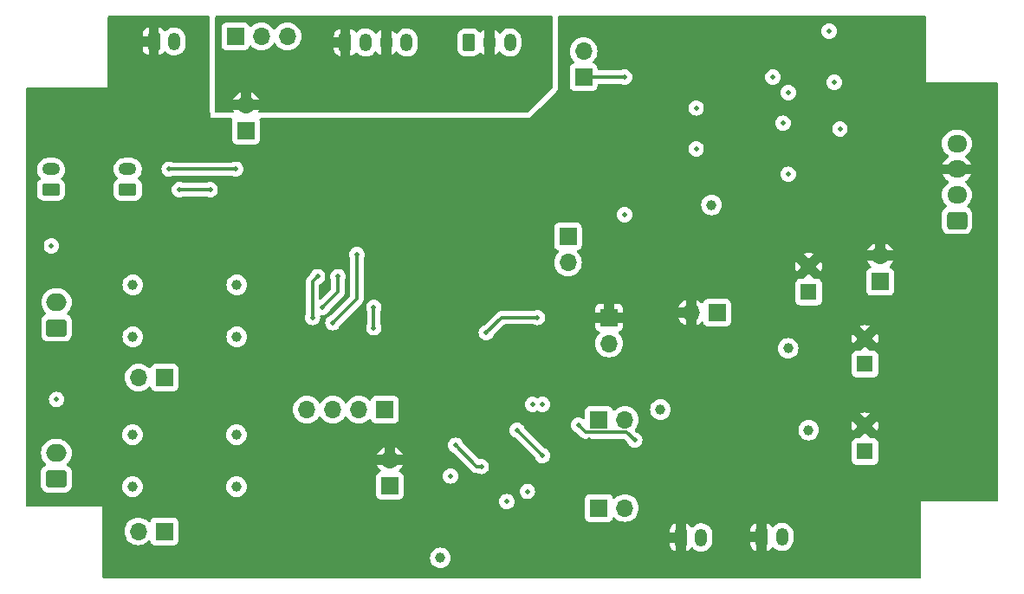
<source format=gbr>
%TF.GenerationSoftware,KiCad,Pcbnew,7.0.8*%
%TF.CreationDate,2024-11-14T21:46:59-08:00*%
%TF.ProjectId,CS8416-PCB5122,43533834-3136-42d5-9043-42353132322e,rev?*%
%TF.SameCoordinates,Original*%
%TF.FileFunction,Copper,L4,Bot*%
%TF.FilePolarity,Positive*%
%FSLAX46Y46*%
G04 Gerber Fmt 4.6, Leading zero omitted, Abs format (unit mm)*
G04 Created by KiCad (PCBNEW 7.0.8) date 2024-11-14 21:46:59*
%MOMM*%
%LPD*%
G01*
G04 APERTURE LIST*
G04 Aperture macros list*
%AMRoundRect*
0 Rectangle with rounded corners*
0 $1 Rounding radius*
0 $2 $3 $4 $5 $6 $7 $8 $9 X,Y pos of 4 corners*
0 Add a 4 corners polygon primitive as box body*
4,1,4,$2,$3,$4,$5,$6,$7,$8,$9,$2,$3,0*
0 Add four circle primitives for the rounded corners*
1,1,$1+$1,$2,$3*
1,1,$1+$1,$4,$5*
1,1,$1+$1,$6,$7*
1,1,$1+$1,$8,$9*
0 Add four rect primitives between the rounded corners*
20,1,$1+$1,$2,$3,$4,$5,0*
20,1,$1+$1,$4,$5,$6,$7,0*
20,1,$1+$1,$6,$7,$8,$9,0*
20,1,$1+$1,$8,$9,$2,$3,0*%
G04 Aperture macros list end*
%TA.AperFunction,ComponentPad*%
%ADD10O,1.700000X1.700000*%
%TD*%
%TA.AperFunction,ComponentPad*%
%ADD11R,1.700000X1.700000*%
%TD*%
%TA.AperFunction,ComponentPad*%
%ADD12C,1.000000*%
%TD*%
%TA.AperFunction,ComponentPad*%
%ADD13R,1.600000X1.600000*%
%TD*%
%TA.AperFunction,ComponentPad*%
%ADD14C,1.600000*%
%TD*%
%TA.AperFunction,ComponentPad*%
%ADD15RoundRect,0.250000X0.725000X-0.600000X0.725000X0.600000X-0.725000X0.600000X-0.725000X-0.600000X0*%
%TD*%
%TA.AperFunction,ComponentPad*%
%ADD16O,1.950000X1.700000*%
%TD*%
%TA.AperFunction,ComponentPad*%
%ADD17O,1.200000X1.750000*%
%TD*%
%TA.AperFunction,ComponentPad*%
%ADD18RoundRect,0.250000X-0.350000X-0.625000X0.350000X-0.625000X0.350000X0.625000X-0.350000X0.625000X0*%
%TD*%
%TA.AperFunction,ComponentPad*%
%ADD19RoundRect,0.250000X0.750000X-0.600000X0.750000X0.600000X-0.750000X0.600000X-0.750000X-0.600000X0*%
%TD*%
%TA.AperFunction,ComponentPad*%
%ADD20O,2.000000X1.700000*%
%TD*%
%TA.AperFunction,ComponentPad*%
%ADD21O,1.750000X1.200000*%
%TD*%
%TA.AperFunction,ComponentPad*%
%ADD22RoundRect,0.250000X0.625000X-0.350000X0.625000X0.350000X-0.625000X0.350000X-0.625000X-0.350000X0*%
%TD*%
%TA.AperFunction,ViaPad*%
%ADD23C,0.500000*%
%TD*%
%TA.AperFunction,ViaPad*%
%ADD24C,1.000000*%
%TD*%
%TA.AperFunction,Conductor*%
%ADD25C,0.300000*%
%TD*%
G04 APERTURE END LIST*
D10*
%TO.P,J11,2,Pin_2*%
%TO.N,3V3*%
X107513748Y-114215000D03*
D11*
%TO.P,J11,1,Pin_1*%
%TO.N,Net-(J11-Pin_1)*%
X107513748Y-116755000D03*
%TD*%
D12*
%TO.P,T2,1,AA*%
%TO.N,SPDIF2_IN*%
X63433748Y-151715000D03*
%TO.P,T2,2,AB*%
%TO.N,SPDIF2_GND*%
X63433748Y-156795000D03*
%TO.P,T2,3,SA*%
%TO.N,AGND*%
X73593748Y-156795000D03*
%TO.P,T2,4,SB*%
%TO.N,SPDIF2*%
X73593748Y-151715000D03*
%TD*%
D11*
%TO.P,J14,1,Pin_1*%
%TO.N,I2S_DATA*%
X88093748Y-149255000D03*
D10*
%TO.P,J14,2,Pin_2*%
%TO.N,I2S_LRCLK*%
X85553748Y-149255000D03*
%TO.P,J14,3,Pin_3*%
%TO.N,I2S_BCLK*%
X83013748Y-149255000D03*
%TO.P,J14,4,Pin_4*%
%TO.N,I2S_SCLK*%
X80473748Y-149255000D03*
%TD*%
D11*
%TO.P,J13,1,Pin_1*%
%TO.N,GND*%
X110013748Y-140255000D03*
D10*
%TO.P,J13,2,Pin_2*%
%TO.N,OMCK*%
X110013748Y-142795000D03*
%TD*%
%TO.P,J4,3,Pin_3*%
%TO.N,OUTR*%
X78568748Y-112755000D03*
%TO.P,J4,2,Pin_2*%
%TO.N,AGND*%
X76028748Y-112755000D03*
D11*
%TO.P,J4,1,Pin_1*%
%TO.N,OUTL*%
X73488748Y-112755000D03*
%TD*%
D13*
%TO.P,C14,1*%
%TO.N,3V3A*%
X135013748Y-153337379D03*
D14*
%TO.P,C14,2*%
%TO.N,GND*%
X135013748Y-150837379D03*
%TD*%
D15*
%TO.P,J6,1,Pin_1*%
%TO.N,unconnected-(J6-Pin_1-Pad1)*%
X144013748Y-130755000D03*
D16*
%TO.P,J6,2,Pin_2*%
%TO.N,3V3*%
X144013748Y-128255000D03*
%TO.P,J6,3,Pin_3*%
%TO.N,GND*%
X144013748Y-125755000D03*
%TO.P,J6,4,Pin_4*%
%TO.N,5V*%
X144013748Y-123255000D03*
%TD*%
D12*
%TO.P,T1,1,AA*%
%TO.N,SPDIF1_IN*%
X63458748Y-137065000D03*
%TO.P,T1,2,AB*%
%TO.N,SPDIF1_GND*%
X63458748Y-142145000D03*
%TO.P,T1,3,SA*%
%TO.N,AGND*%
X73618748Y-142145000D03*
%TO.P,T1,4,SB*%
%TO.N,SPDIF1*%
X73618748Y-137065000D03*
%TD*%
D17*
%TO.P,J1,4,Pin_4*%
%TO.N,OUTR*%
X90213748Y-113355000D03*
%TO.P,J1,3,Pin_3*%
%TO.N,AGND_OUT*%
X88213748Y-113355000D03*
%TO.P,J1,2,Pin_2*%
%TO.N,OUTL*%
X86213748Y-113355000D03*
D18*
%TO.P,J1,1,Pin_1*%
%TO.N,AGND_OUT*%
X84213748Y-113355000D03*
%TD*%
D10*
%TO.P,J3,2,Pin_2*%
%TO.N,AGND_OUT*%
X74513748Y-119455000D03*
D11*
%TO.P,J3,1,Pin_1*%
%TO.N,AGND*%
X74513748Y-121995000D03*
%TD*%
D19*
%TO.P,J16,1,Pin_1*%
%TO.N,SPDIF1_IN*%
X56013748Y-141255000D03*
D20*
%TO.P,J16,2,Pin_2*%
%TO.N,SPDIF1_GND*%
X56013748Y-138755000D03*
%TD*%
D10*
%TO.P,J8,2,Pin_2*%
%TO.N,GND*%
X136513748Y-134215000D03*
D11*
%TO.P,J8,1,Pin_1*%
%TO.N,AGND*%
X136513748Y-136755000D03*
%TD*%
D10*
%TO.P,J17,2,Pin_2*%
%TO.N,GND*%
X88576248Y-154165000D03*
D11*
%TO.P,J17,1,Pin_1*%
%TO.N,AGND*%
X88576248Y-156705000D03*
%TD*%
D10*
%TO.P,J18,2,Pin_2*%
%TO.N,3V3*%
X111553748Y-158880000D03*
D11*
%TO.P,J18,1,Pin_1*%
%TO.N,Net-(J18-Pin_1)*%
X109013748Y-158880000D03*
%TD*%
D21*
%TO.P,J7,2,Pin_2*%
%TO.N,SDA*%
X55463748Y-125755000D03*
D22*
%TO.P,J7,1,Pin_1*%
%TO.N,SCL*%
X55463748Y-127755000D03*
%TD*%
D10*
%TO.P,J15,2,Pin_2*%
%TO.N,3V3*%
X111553748Y-150255000D03*
D11*
%TO.P,J15,1,Pin_1*%
%TO.N,Net-(J15-Pin_1)*%
X109013748Y-150255000D03*
%TD*%
D10*
%TO.P,J12,2,Pin_2*%
%TO.N,3V3*%
X105988748Y-134870000D03*
D11*
%TO.P,J12,1,Pin_1*%
%TO.N,Net-(J12-Pin_1)*%
X105988748Y-132330000D03*
%TD*%
%TO.P,J9,1,Pin_1*%
%TO.N,AGND*%
X120553748Y-139755000D03*
D10*
%TO.P,J9,2,Pin_2*%
%TO.N,GND*%
X118013748Y-139755000D03*
%TD*%
D13*
%TO.P,C8,1*%
%TO.N,3V3*%
X135013748Y-144796189D03*
D14*
%TO.P,C8,2*%
%TO.N,GND*%
X135013748Y-142296189D03*
%TD*%
D19*
%TO.P,J20,1,Pin_1*%
%TO.N,SPDIF2_IN*%
X55988748Y-156005000D03*
D20*
%TO.P,J20,2,Pin_2*%
%TO.N,SPDIF2_GND*%
X55988748Y-153505000D03*
%TD*%
D18*
%TO.P,J22,1,Pin_1*%
%TO.N,GND*%
X124913748Y-161705000D03*
D17*
%TO.P,J22,2,Pin_2*%
%TO.N,GPO1*%
X126913748Y-161705000D03*
%TD*%
D18*
%TO.P,J10,1,Pin_1*%
%TO.N,GND*%
X65513748Y-113255000D03*
D17*
%TO.P,J10,2,Pin_2*%
%TO.N,RESET*%
X67513748Y-113255000D03*
%TD*%
D13*
%TO.P,C1,1*%
%TO.N,5V*%
X129513748Y-137755000D03*
D14*
%TO.P,C1,2*%
%TO.N,GND*%
X129513748Y-135255000D03*
%TD*%
D11*
%TO.P,J23,1,Pin_1*%
%TO.N,AGND*%
X66540000Y-161160000D03*
D10*
%TO.P,J23,2,Pin_2*%
%TO.N,SPDIF2_GND*%
X64000000Y-161160000D03*
%TD*%
D11*
%TO.P,J19,1,Pin_1*%
%TO.N,AGND*%
X66565000Y-146105000D03*
D10*
%TO.P,J19,2,Pin_2*%
%TO.N,SPDIF1_GND*%
X64025000Y-146105000D03*
%TD*%
D17*
%TO.P,J2,3,Pin_3*%
%TO.N,OUTR*%
X100313748Y-113355000D03*
%TO.P,J2,2,Pin_2*%
%TO.N,AGND_OUT*%
X98313748Y-113355000D03*
D18*
%TO.P,J2,1,Pin_1*%
%TO.N,OUTL*%
X96313748Y-113355000D03*
%TD*%
D21*
%TO.P,J5,2,Pin_2*%
%TO.N,SDA*%
X62963748Y-125755000D03*
D22*
%TO.P,J5,1,Pin_1*%
%TO.N,SCL*%
X62963748Y-127755000D03*
%TD*%
D18*
%TO.P,J21,1,Pin_1*%
%TO.N,GND*%
X117013748Y-161755000D03*
D17*
%TO.P,J21,2,Pin_2*%
%TO.N,GPO0*%
X119013748Y-161755000D03*
%TD*%
D23*
%TO.N,SDA*%
X102513748Y-148755000D03*
%TO.N,SCL*%
X103513748Y-148755000D03*
%TO.N,OMCK*%
X103013748Y-140255000D03*
X98013748Y-141755000D03*
%TO.N,AGND*%
X100013748Y-158255000D03*
X102013748Y-157255000D03*
%TO.N,GND*%
X104013748Y-157255000D03*
%TO.N,3V3*%
X111513748Y-130195000D03*
%TO.N,GND*%
X113013748Y-124755000D03*
%TO.N,Net-(J11-Pin_1)*%
X111513748Y-116755000D03*
%TO.N,SDA*%
X73513748Y-125755000D03*
X67013748Y-125755000D03*
%TO.N,SCL*%
X71013748Y-127755000D03*
X68013748Y-127755000D03*
%TO.N,GND*%
X115513748Y-117755000D03*
X110013748Y-114755000D03*
D24*
%TO.N,3V3A*%
X93513748Y-163755000D03*
X120013748Y-129255000D03*
X115013748Y-149255000D03*
D23*
%TO.N,GND*%
X62013748Y-112755000D03*
%TO.N,RESET*%
X95013748Y-152755000D03*
X97513748Y-154817610D03*
%TO.N,GPO1*%
X101014297Y-151255937D03*
X103513748Y-153755000D03*
%TO.N,GPO0*%
X112513748Y-152255000D03*
X107013748Y-150755000D03*
%TO.N,GND*%
X131513748Y-164755000D03*
X131513748Y-159255000D03*
X141513748Y-147755000D03*
D24*
X118513748Y-154755000D03*
X129513748Y-153755000D03*
X122013748Y-144255000D03*
%TO.N,5V*%
X127513748Y-143255000D03*
%TO.N,3V3A*%
X129513748Y-151255000D03*
D23*
%TO.N,I2S_DATA*%
X83013748Y-140755000D03*
X85368748Y-134110000D03*
%TO.N,I2S_LRCLK*%
X82013748Y-139255000D03*
X83513748Y-136255000D03*
%TO.N,I2S_BCLK*%
X81013748Y-140255000D03*
X81513748Y-136255000D03*
%TO.N,AGND*%
X94513748Y-155755000D03*
%TO.N,Net-(U3-OLRCK)*%
X87013748Y-139255000D03*
X87013748Y-141255000D03*
%TO.N,GND*%
X99513748Y-148755000D03*
X94513748Y-137255000D03*
X105013748Y-141255000D03*
X95013748Y-144255000D03*
X100513748Y-144555000D03*
X110013748Y-134755000D03*
X121013748Y-131755000D03*
X118513748Y-132255000D03*
X107013748Y-124755000D03*
%TO.N,OUTL*%
X127013748Y-121255000D03*
%TO.N,OUTR*%
X132013748Y-117255000D03*
%TO.N,AGND*%
X127513748Y-118255000D03*
X118513748Y-123755000D03*
X118513748Y-119755000D03*
X126013748Y-116755000D03*
X131513748Y-112255000D03*
X132566781Y-121808033D03*
X127513748Y-126255000D03*
%TO.N,GND*%
X108013748Y-152255000D03*
X107013748Y-162755000D03*
%TO.N,AGND*%
X56013748Y-148255000D03*
X55513748Y-133255000D03*
%TD*%
D25*
%TO.N,OMCK*%
X103013748Y-140255000D02*
X99513748Y-140255000D01*
X99513748Y-140255000D02*
X98013748Y-141755000D01*
%TO.N,Net-(J11-Pin_1)*%
X111513748Y-116755000D02*
X107513748Y-116755000D01*
%TO.N,SDA*%
X73513748Y-125755000D02*
X67013748Y-125755000D01*
%TO.N,SCL*%
X71013748Y-127755000D02*
X68013748Y-127755000D01*
%TO.N,RESET*%
X97513748Y-154817610D02*
X97076358Y-154817610D01*
X97076358Y-154817610D02*
X95013748Y-152755000D01*
%TO.N,GPO1*%
X101014685Y-151255937D02*
X101014297Y-151255937D01*
X103513748Y-153755000D02*
X101014685Y-151255937D01*
%TO.N,GPO0*%
X111713748Y-151455000D02*
X107713748Y-151455000D01*
X107713748Y-151455000D02*
X107013748Y-150755000D01*
X112513748Y-152255000D02*
X111713748Y-151455000D01*
%TO.N,I2S_DATA*%
X83013748Y-140755000D02*
X85368748Y-138400000D01*
X85368748Y-138400000D02*
X85368748Y-134110000D01*
%TO.N,I2S_LRCLK*%
X83513748Y-137755000D02*
X83513748Y-136255000D01*
X82013748Y-139255000D02*
X83513748Y-137755000D01*
%TO.N,I2S_BCLK*%
X81013748Y-140255000D02*
X81013748Y-136755000D01*
X81013748Y-136755000D02*
X81513748Y-136255000D01*
%TO.N,Net-(U3-OLRCK)*%
X87013748Y-141255000D02*
X87013748Y-139255000D01*
%TD*%
%TA.AperFunction,Conductor*%
%TO.N,GND*%
G36*
X70951287Y-110775185D02*
G01*
X70997042Y-110827989D01*
X71008248Y-110879500D01*
X71008248Y-120131007D01*
X71013392Y-120178843D01*
X71013748Y-120185476D01*
X71013748Y-120755000D01*
X71590625Y-120755000D01*
X71608271Y-120756262D01*
X71611398Y-120756711D01*
X71637748Y-120760500D01*
X71637751Y-120760500D01*
X73094384Y-120760500D01*
X73161423Y-120780185D01*
X73207178Y-120832989D01*
X73217122Y-120902147D01*
X73210566Y-120927833D01*
X73169656Y-121037517D01*
X73164343Y-121086941D01*
X73163249Y-121097123D01*
X73163248Y-121097135D01*
X73163248Y-122892870D01*
X73163249Y-122892876D01*
X73169656Y-122952483D01*
X73219950Y-123087328D01*
X73219954Y-123087335D01*
X73306200Y-123202544D01*
X73306203Y-123202547D01*
X73421412Y-123288793D01*
X73421419Y-123288797D01*
X73556265Y-123339091D01*
X73556264Y-123339091D01*
X73563192Y-123339835D01*
X73615875Y-123345500D01*
X75411620Y-123345499D01*
X75471231Y-123339091D01*
X75606079Y-123288796D01*
X75721294Y-123202546D01*
X75807544Y-123087331D01*
X75857839Y-122952483D01*
X75864248Y-122892873D01*
X75864247Y-121255002D01*
X126258499Y-121255002D01*
X126277433Y-121423056D01*
X126333293Y-121582694D01*
X126333295Y-121582697D01*
X126423266Y-121725884D01*
X126423271Y-121725890D01*
X126542857Y-121845476D01*
X126542863Y-121845481D01*
X126686050Y-121935452D01*
X126686053Y-121935454D01*
X126686057Y-121935455D01*
X126686058Y-121935456D01*
X126758661Y-121960860D01*
X126845691Y-121991314D01*
X127013745Y-122010249D01*
X127013748Y-122010249D01*
X127013751Y-122010249D01*
X127181804Y-121991314D01*
X127211000Y-121981098D01*
X127341438Y-121935456D01*
X127341440Y-121935454D01*
X127341442Y-121935454D01*
X127341445Y-121935452D01*
X127484632Y-121845481D01*
X127484633Y-121845480D01*
X127484638Y-121845477D01*
X127522080Y-121808035D01*
X131811532Y-121808035D01*
X131830466Y-121976089D01*
X131886326Y-122135727D01*
X131886328Y-122135730D01*
X131976299Y-122278917D01*
X131976304Y-122278923D01*
X132095890Y-122398509D01*
X132095896Y-122398514D01*
X132239083Y-122488485D01*
X132239086Y-122488487D01*
X132239090Y-122488488D01*
X132239091Y-122488489D01*
X132311694Y-122513893D01*
X132398724Y-122544347D01*
X132566778Y-122563282D01*
X132566781Y-122563282D01*
X132566784Y-122563282D01*
X132734837Y-122544347D01*
X132734840Y-122544346D01*
X132894471Y-122488489D01*
X132894473Y-122488487D01*
X132894475Y-122488487D01*
X132894478Y-122488485D01*
X133037665Y-122398514D01*
X133037666Y-122398513D01*
X133037671Y-122398510D01*
X133157258Y-122278923D01*
X133247233Y-122135730D01*
X133247235Y-122135727D01*
X133247235Y-122135725D01*
X133247237Y-122135723D01*
X133303094Y-121976092D01*
X133303094Y-121976091D01*
X133303095Y-121976089D01*
X133322030Y-121808035D01*
X133322030Y-121808030D01*
X133303095Y-121639976D01*
X133247235Y-121480338D01*
X133247233Y-121480335D01*
X133157262Y-121337148D01*
X133157257Y-121337142D01*
X133037671Y-121217556D01*
X133037665Y-121217551D01*
X132894478Y-121127580D01*
X132894475Y-121127578D01*
X132734837Y-121071718D01*
X132566784Y-121052784D01*
X132566778Y-121052784D01*
X132398724Y-121071718D01*
X132239086Y-121127578D01*
X132239083Y-121127580D01*
X132095896Y-121217551D01*
X132095890Y-121217556D01*
X131976304Y-121337142D01*
X131976299Y-121337148D01*
X131886328Y-121480335D01*
X131886326Y-121480338D01*
X131830466Y-121639976D01*
X131811532Y-121808030D01*
X131811532Y-121808035D01*
X127522080Y-121808035D01*
X127604225Y-121725890D01*
X127694200Y-121582697D01*
X127694202Y-121582694D01*
X127694202Y-121582692D01*
X127694204Y-121582690D01*
X127750061Y-121423059D01*
X127750061Y-121423058D01*
X127750062Y-121423056D01*
X127768997Y-121255002D01*
X127768997Y-121254997D01*
X127750062Y-121086943D01*
X127694202Y-120927305D01*
X127694200Y-120927302D01*
X127604229Y-120784115D01*
X127604224Y-120784109D01*
X127484638Y-120664523D01*
X127484632Y-120664518D01*
X127341445Y-120574547D01*
X127341442Y-120574545D01*
X127181804Y-120518685D01*
X127013751Y-120499751D01*
X127013745Y-120499751D01*
X126845691Y-120518685D01*
X126686053Y-120574545D01*
X126686050Y-120574547D01*
X126542863Y-120664518D01*
X126542857Y-120664523D01*
X126423271Y-120784109D01*
X126423266Y-120784115D01*
X126333295Y-120927302D01*
X126333293Y-120927305D01*
X126277433Y-121086943D01*
X126258499Y-121254997D01*
X126258499Y-121255002D01*
X75864247Y-121255002D01*
X75864247Y-121097128D01*
X75857839Y-121037517D01*
X75816930Y-120927833D01*
X75811946Y-120858141D01*
X75845431Y-120796818D01*
X75906755Y-120763334D01*
X75933112Y-120760500D01*
X101975921Y-120760500D01*
X101975925Y-120760500D01*
X102002964Y-120759051D01*
X102002971Y-120759050D01*
X102002975Y-120759050D01*
X102002976Y-120759050D01*
X102042784Y-120754769D01*
X102096196Y-120746114D01*
X102231005Y-120695832D01*
X102292328Y-120662347D01*
X102407509Y-120576123D01*
X103228630Y-119755002D01*
X117758499Y-119755002D01*
X117777433Y-119923056D01*
X117833293Y-120082694D01*
X117833295Y-120082697D01*
X117923266Y-120225884D01*
X117923271Y-120225890D01*
X118042857Y-120345476D01*
X118042863Y-120345481D01*
X118186050Y-120435452D01*
X118186053Y-120435454D01*
X118186057Y-120435455D01*
X118186058Y-120435456D01*
X118258661Y-120460860D01*
X118345691Y-120491314D01*
X118513745Y-120510249D01*
X118513748Y-120510249D01*
X118513751Y-120510249D01*
X118681804Y-120491314D01*
X118681807Y-120491313D01*
X118841438Y-120435456D01*
X118841440Y-120435454D01*
X118841442Y-120435454D01*
X118841445Y-120435452D01*
X118984632Y-120345481D01*
X118984633Y-120345480D01*
X118984638Y-120345477D01*
X119104225Y-120225890D01*
X119133787Y-120178843D01*
X119194200Y-120082697D01*
X119194202Y-120082694D01*
X119194202Y-120082692D01*
X119194204Y-120082690D01*
X119250061Y-119923059D01*
X119250061Y-119923058D01*
X119250062Y-119923056D01*
X119268997Y-119755002D01*
X119268997Y-119754997D01*
X119250062Y-119586943D01*
X119194202Y-119427305D01*
X119194200Y-119427302D01*
X119104229Y-119284115D01*
X119104224Y-119284109D01*
X118984638Y-119164523D01*
X118984632Y-119164518D01*
X118841445Y-119074547D01*
X118841442Y-119074545D01*
X118681804Y-119018685D01*
X118513751Y-118999751D01*
X118513745Y-118999751D01*
X118345691Y-119018685D01*
X118186053Y-119074545D01*
X118186050Y-119074547D01*
X118042863Y-119164518D01*
X118042857Y-119164523D01*
X117923271Y-119284109D01*
X117923266Y-119284115D01*
X117833295Y-119427302D01*
X117833293Y-119427305D01*
X117777433Y-119586943D01*
X117758499Y-119754997D01*
X117758499Y-119755002D01*
X103228630Y-119755002D01*
X104728631Y-118255002D01*
X126758499Y-118255002D01*
X126777433Y-118423056D01*
X126833293Y-118582694D01*
X126833295Y-118582697D01*
X126923266Y-118725884D01*
X126923271Y-118725890D01*
X127042857Y-118845476D01*
X127042863Y-118845481D01*
X127186050Y-118935452D01*
X127186053Y-118935454D01*
X127186057Y-118935455D01*
X127186058Y-118935456D01*
X127258661Y-118960860D01*
X127345691Y-118991314D01*
X127513745Y-119010249D01*
X127513748Y-119010249D01*
X127513751Y-119010249D01*
X127681804Y-118991314D01*
X127681807Y-118991313D01*
X127841438Y-118935456D01*
X127841440Y-118935454D01*
X127841442Y-118935454D01*
X127841445Y-118935452D01*
X127984632Y-118845481D01*
X127984633Y-118845480D01*
X127984638Y-118845477D01*
X128104225Y-118725890D01*
X128194200Y-118582697D01*
X128194202Y-118582694D01*
X128194202Y-118582692D01*
X128194204Y-118582690D01*
X128250061Y-118423059D01*
X128250061Y-118423058D01*
X128250062Y-118423056D01*
X128268997Y-118255002D01*
X128268997Y-118254997D01*
X128250062Y-118086943D01*
X128206534Y-117962547D01*
X128194204Y-117927310D01*
X128194203Y-117927309D01*
X128194202Y-117927305D01*
X128194200Y-117927302D01*
X128104229Y-117784115D01*
X128104224Y-117784109D01*
X127984638Y-117664523D01*
X127984632Y-117664518D01*
X127841445Y-117574547D01*
X127841442Y-117574545D01*
X127681804Y-117518685D01*
X127513751Y-117499751D01*
X127513745Y-117499751D01*
X127345691Y-117518685D01*
X127186053Y-117574545D01*
X127186050Y-117574547D01*
X127042863Y-117664518D01*
X127042857Y-117664523D01*
X126923271Y-117784109D01*
X126923266Y-117784115D01*
X126833295Y-117927302D01*
X126833293Y-117927305D01*
X126777433Y-118086943D01*
X126758499Y-118254997D01*
X126758499Y-118255002D01*
X104728631Y-118255002D01*
X104844445Y-118139188D01*
X104844445Y-118139187D01*
X104844452Y-118139181D01*
X104844452Y-118139180D01*
X104862539Y-118119044D01*
X104862539Y-118119045D01*
X104887668Y-118087861D01*
X104892110Y-118081699D01*
X104919315Y-118043974D01*
X104979086Y-117913097D01*
X104998396Y-117847335D01*
X104998769Y-117846066D01*
X104998769Y-117846063D01*
X104998771Y-117846058D01*
X104998772Y-117846054D01*
X105008644Y-117777384D01*
X105013748Y-117758788D01*
X105013748Y-117750760D01*
X105015010Y-117733113D01*
X105019248Y-117703638D01*
X105019248Y-114215000D01*
X106158089Y-114215000D01*
X106178684Y-114450403D01*
X106178686Y-114450413D01*
X106239842Y-114678655D01*
X106239844Y-114678659D01*
X106239845Y-114678663D01*
X106297564Y-114802441D01*
X106339713Y-114892830D01*
X106339715Y-114892834D01*
X106406366Y-114988020D01*
X106475249Y-115086396D01*
X106475254Y-115086402D01*
X106597178Y-115208326D01*
X106630663Y-115269649D01*
X106625679Y-115339341D01*
X106583807Y-115395274D01*
X106552831Y-115412189D01*
X106421417Y-115461203D01*
X106421412Y-115461206D01*
X106306203Y-115547452D01*
X106306200Y-115547455D01*
X106219954Y-115662664D01*
X106219950Y-115662671D01*
X106169656Y-115797517D01*
X106163249Y-115857116D01*
X106163249Y-115857123D01*
X106163248Y-115857135D01*
X106163248Y-117652870D01*
X106163249Y-117652876D01*
X106169656Y-117712483D01*
X106219950Y-117847328D01*
X106219954Y-117847335D01*
X106306200Y-117962544D01*
X106306203Y-117962547D01*
X106421412Y-118048793D01*
X106421419Y-118048797D01*
X106556265Y-118099091D01*
X106556264Y-118099091D01*
X106563192Y-118099835D01*
X106615875Y-118105500D01*
X108411620Y-118105499D01*
X108471231Y-118099091D01*
X108606079Y-118048796D01*
X108721294Y-117962546D01*
X108807544Y-117847331D01*
X108857839Y-117712483D01*
X108864248Y-117652873D01*
X108864248Y-117529500D01*
X108883933Y-117462461D01*
X108936737Y-117416706D01*
X108988248Y-117405500D01*
X111102660Y-117405500D01*
X111168631Y-117424506D01*
X111186058Y-117435456D01*
X111345689Y-117491313D01*
X111387703Y-117496047D01*
X111513745Y-117510249D01*
X111513748Y-117510249D01*
X111513751Y-117510249D01*
X111681804Y-117491314D01*
X111681807Y-117491313D01*
X111841438Y-117435456D01*
X111841440Y-117435454D01*
X111841442Y-117435454D01*
X111841445Y-117435452D01*
X111984632Y-117345481D01*
X111984633Y-117345480D01*
X111984638Y-117345477D01*
X112104225Y-117225890D01*
X112194200Y-117082697D01*
X112194202Y-117082694D01*
X112194202Y-117082692D01*
X112194204Y-117082690D01*
X112250061Y-116923059D01*
X112250061Y-116923058D01*
X112250062Y-116923056D01*
X112268997Y-116755002D01*
X125258499Y-116755002D01*
X125277433Y-116923056D01*
X125333293Y-117082694D01*
X125333295Y-117082697D01*
X125423266Y-117225884D01*
X125423271Y-117225890D01*
X125542857Y-117345476D01*
X125542863Y-117345481D01*
X125686050Y-117435452D01*
X125686053Y-117435454D01*
X125686057Y-117435455D01*
X125686058Y-117435456D01*
X125758661Y-117460860D01*
X125845691Y-117491314D01*
X126013745Y-117510249D01*
X126013748Y-117510249D01*
X126013751Y-117510249D01*
X126181804Y-117491314D01*
X126181807Y-117491313D01*
X126341438Y-117435456D01*
X126341440Y-117435454D01*
X126341442Y-117435454D01*
X126341445Y-117435452D01*
X126484632Y-117345481D01*
X126484633Y-117345480D01*
X126484638Y-117345477D01*
X126575115Y-117255000D01*
X131258499Y-117255000D01*
X131277433Y-117423056D01*
X131333293Y-117582694D01*
X131333295Y-117582697D01*
X131423266Y-117725884D01*
X131423271Y-117725890D01*
X131542857Y-117845476D01*
X131542863Y-117845481D01*
X131686050Y-117935452D01*
X131686053Y-117935454D01*
X131686057Y-117935455D01*
X131686058Y-117935456D01*
X131758661Y-117960860D01*
X131845691Y-117991314D01*
X132013745Y-118010249D01*
X132013748Y-118010249D01*
X132013751Y-118010249D01*
X132181804Y-117991314D01*
X132181807Y-117991313D01*
X132341438Y-117935456D01*
X132341440Y-117935454D01*
X132341442Y-117935454D01*
X132341445Y-117935452D01*
X132484632Y-117845481D01*
X132484633Y-117845480D01*
X132484638Y-117845477D01*
X132604225Y-117725890D01*
X132650105Y-117652873D01*
X132694200Y-117582697D01*
X132694202Y-117582694D01*
X132694202Y-117582692D01*
X132694204Y-117582690D01*
X132750061Y-117423059D01*
X132750061Y-117423058D01*
X132750062Y-117423056D01*
X132768997Y-117255000D01*
X132768997Y-117254997D01*
X132750062Y-117086943D01*
X132694202Y-116927305D01*
X132694200Y-116927302D01*
X132604229Y-116784115D01*
X132604224Y-116784109D01*
X132484638Y-116664523D01*
X132484632Y-116664518D01*
X132341445Y-116574547D01*
X132341442Y-116574545D01*
X132181804Y-116518685D01*
X132013751Y-116499751D01*
X132013745Y-116499751D01*
X131845691Y-116518685D01*
X131686053Y-116574545D01*
X131686050Y-116574547D01*
X131542863Y-116664518D01*
X131542857Y-116664523D01*
X131423271Y-116784109D01*
X131423266Y-116784115D01*
X131333295Y-116927302D01*
X131333293Y-116927305D01*
X131277433Y-117086943D01*
X131258499Y-117254997D01*
X131258499Y-117255000D01*
X126575115Y-117255000D01*
X126604225Y-117225890D01*
X126694200Y-117082697D01*
X126694202Y-117082694D01*
X126694202Y-117082692D01*
X126694204Y-117082690D01*
X126750061Y-116923059D01*
X126750061Y-116923058D01*
X126750062Y-116923056D01*
X126768997Y-116755002D01*
X126768997Y-116754997D01*
X126750062Y-116586943D01*
X126694202Y-116427305D01*
X126694200Y-116427302D01*
X126604229Y-116284115D01*
X126604224Y-116284109D01*
X126484638Y-116164523D01*
X126484632Y-116164518D01*
X126341445Y-116074547D01*
X126341442Y-116074545D01*
X126181804Y-116018685D01*
X126013751Y-115999751D01*
X126013745Y-115999751D01*
X125845691Y-116018685D01*
X125686053Y-116074545D01*
X125686050Y-116074547D01*
X125542863Y-116164518D01*
X125542857Y-116164523D01*
X125423271Y-116284109D01*
X125423266Y-116284115D01*
X125333295Y-116427302D01*
X125333293Y-116427305D01*
X125277433Y-116586943D01*
X125258499Y-116754997D01*
X125258499Y-116755002D01*
X112268997Y-116755002D01*
X112268997Y-116754997D01*
X112250062Y-116586943D01*
X112194202Y-116427305D01*
X112194200Y-116427302D01*
X112104229Y-116284115D01*
X112104224Y-116284109D01*
X111984638Y-116164523D01*
X111984632Y-116164518D01*
X111841445Y-116074547D01*
X111841442Y-116074545D01*
X111681804Y-116018685D01*
X111513751Y-115999751D01*
X111513745Y-115999751D01*
X111345690Y-116018686D01*
X111186059Y-116074543D01*
X111168631Y-116085494D01*
X111102660Y-116104500D01*
X108988247Y-116104500D01*
X108921208Y-116084815D01*
X108875453Y-116032011D01*
X108864247Y-115980500D01*
X108864247Y-115857129D01*
X108864246Y-115857123D01*
X108864245Y-115857116D01*
X108857839Y-115797517D01*
X108807544Y-115662669D01*
X108807543Y-115662668D01*
X108807541Y-115662664D01*
X108721295Y-115547455D01*
X108721292Y-115547452D01*
X108606083Y-115461206D01*
X108606076Y-115461202D01*
X108474665Y-115412189D01*
X108418731Y-115370318D01*
X108394314Y-115304853D01*
X108409166Y-115236580D01*
X108430311Y-115208332D01*
X108552243Y-115086401D01*
X108687783Y-114892830D01*
X108787651Y-114678663D01*
X108848811Y-114450408D01*
X108869407Y-114215000D01*
X108848811Y-113979592D01*
X108802374Y-113806285D01*
X108787653Y-113751344D01*
X108787652Y-113751343D01*
X108787651Y-113751337D01*
X108687783Y-113537171D01*
X108632301Y-113457933D01*
X108552242Y-113343597D01*
X108385150Y-113176506D01*
X108385143Y-113176501D01*
X108191582Y-113040967D01*
X108191578Y-113040965D01*
X108191576Y-113040964D01*
X107977411Y-112941097D01*
X107977407Y-112941096D01*
X107977403Y-112941094D01*
X107749161Y-112879938D01*
X107749151Y-112879936D01*
X107513749Y-112859341D01*
X107513747Y-112859341D01*
X107278344Y-112879936D01*
X107278334Y-112879938D01*
X107050092Y-112941094D01*
X107050083Y-112941098D01*
X106835919Y-113040964D01*
X106835917Y-113040965D01*
X106642345Y-113176505D01*
X106475253Y-113343597D01*
X106339713Y-113537169D01*
X106339712Y-113537171D01*
X106239846Y-113751335D01*
X106239842Y-113751344D01*
X106178686Y-113979586D01*
X106178684Y-113979596D01*
X106158089Y-114214999D01*
X106158089Y-114215000D01*
X105019248Y-114215000D01*
X105019248Y-112255002D01*
X130758499Y-112255002D01*
X130777433Y-112423056D01*
X130833293Y-112582694D01*
X130833295Y-112582697D01*
X130923266Y-112725884D01*
X130923271Y-112725890D01*
X131042857Y-112845476D01*
X131042863Y-112845481D01*
X131186050Y-112935452D01*
X131186053Y-112935454D01*
X131186057Y-112935455D01*
X131186058Y-112935456D01*
X131241858Y-112954981D01*
X131345691Y-112991314D01*
X131513745Y-113010249D01*
X131513748Y-113010249D01*
X131513751Y-113010249D01*
X131681804Y-112991314D01*
X131681807Y-112991313D01*
X131841438Y-112935456D01*
X131841440Y-112935454D01*
X131841442Y-112935454D01*
X131841445Y-112935452D01*
X131984632Y-112845481D01*
X131984633Y-112845480D01*
X131984638Y-112845477D01*
X132104225Y-112725890D01*
X132140259Y-112668543D01*
X132194200Y-112582697D01*
X132194202Y-112582694D01*
X132194202Y-112582692D01*
X132194204Y-112582690D01*
X132250061Y-112423059D01*
X132250061Y-112423058D01*
X132250062Y-112423056D01*
X132268997Y-112255002D01*
X132268997Y-112254997D01*
X132250062Y-112086943D01*
X132194202Y-111927305D01*
X132194200Y-111927302D01*
X132104229Y-111784115D01*
X132104224Y-111784109D01*
X131984638Y-111664523D01*
X131984632Y-111664518D01*
X131841445Y-111574547D01*
X131841442Y-111574545D01*
X131681804Y-111518685D01*
X131513751Y-111499751D01*
X131513745Y-111499751D01*
X131345691Y-111518685D01*
X131186053Y-111574545D01*
X131186050Y-111574547D01*
X131042863Y-111664518D01*
X131042857Y-111664523D01*
X130923271Y-111784109D01*
X130923266Y-111784115D01*
X130833295Y-111927302D01*
X130833293Y-111927305D01*
X130777433Y-112086943D01*
X130758499Y-112254997D01*
X130758499Y-112255002D01*
X105019248Y-112255002D01*
X105019248Y-110879500D01*
X105038933Y-110812461D01*
X105091737Y-110766706D01*
X105143248Y-110755500D01*
X140889748Y-110755500D01*
X140956787Y-110775185D01*
X141002542Y-110827989D01*
X141013748Y-110879500D01*
X141013748Y-117255000D01*
X147889248Y-117255000D01*
X147956287Y-117274685D01*
X148002042Y-117327489D01*
X148013248Y-117379000D01*
X148013248Y-158131000D01*
X147993563Y-158198039D01*
X147940759Y-158243794D01*
X147889248Y-158255000D01*
X140513748Y-158255000D01*
X140513748Y-165630500D01*
X140494063Y-165697539D01*
X140441259Y-165743294D01*
X140389748Y-165754500D01*
X60637748Y-165754500D01*
X60570709Y-165734815D01*
X60524954Y-165682011D01*
X60513748Y-165630500D01*
X60513748Y-163755000D01*
X92508407Y-163755000D01*
X92527723Y-163951129D01*
X92584936Y-164139733D01*
X92677834Y-164313532D01*
X92677838Y-164313539D01*
X92802864Y-164465883D01*
X92955208Y-164590909D01*
X92955215Y-164590913D01*
X93129014Y-164683811D01*
X93129017Y-164683811D01*
X93129021Y-164683814D01*
X93317616Y-164741024D01*
X93513748Y-164760341D01*
X93709880Y-164741024D01*
X93898475Y-164683814D01*
X94072286Y-164590910D01*
X94224631Y-164465883D01*
X94349658Y-164313538D01*
X94442562Y-164139727D01*
X94499772Y-163951132D01*
X94519089Y-163755000D01*
X94499772Y-163558868D01*
X94442562Y-163370273D01*
X94442559Y-163370269D01*
X94442559Y-163370266D01*
X94349661Y-163196467D01*
X94349657Y-163196460D01*
X94224631Y-163044116D01*
X94072287Y-162919090D01*
X94072280Y-162919086D01*
X93898481Y-162826188D01*
X93898475Y-162826186D01*
X93709880Y-162768976D01*
X93709877Y-162768975D01*
X93513748Y-162749659D01*
X93317618Y-162768975D01*
X93129014Y-162826188D01*
X92955215Y-162919086D01*
X92955208Y-162919090D01*
X92802864Y-163044116D01*
X92677838Y-163196460D01*
X92677834Y-163196467D01*
X92584936Y-163370266D01*
X92527723Y-163558870D01*
X92508407Y-163755000D01*
X60513748Y-163755000D01*
X60513748Y-161160000D01*
X62644341Y-161160000D01*
X62664936Y-161395403D01*
X62664938Y-161395413D01*
X62726094Y-161623655D01*
X62726096Y-161623659D01*
X62726097Y-161623663D01*
X62801991Y-161786418D01*
X62825965Y-161837830D01*
X62825967Y-161837834D01*
X62878558Y-161912941D01*
X62961505Y-162031401D01*
X63128599Y-162198495D01*
X63225384Y-162266265D01*
X63322165Y-162334032D01*
X63322167Y-162334033D01*
X63322170Y-162334035D01*
X63536337Y-162433903D01*
X63764592Y-162495063D01*
X63941034Y-162510500D01*
X63999999Y-162515659D01*
X64000000Y-162515659D01*
X64000001Y-162515659D01*
X64058966Y-162510500D01*
X64235408Y-162495063D01*
X64463663Y-162433903D01*
X64677830Y-162334035D01*
X64871401Y-162198495D01*
X64993329Y-162076566D01*
X65054648Y-162043084D01*
X65124340Y-162048068D01*
X65180274Y-162089939D01*
X65197189Y-162120917D01*
X65246202Y-162252328D01*
X65246206Y-162252335D01*
X65332452Y-162367544D01*
X65332455Y-162367547D01*
X65447664Y-162453793D01*
X65447671Y-162453797D01*
X65582517Y-162504091D01*
X65582516Y-162504091D01*
X65589444Y-162504835D01*
X65642127Y-162510500D01*
X67437872Y-162510499D01*
X67497483Y-162504091D01*
X67632331Y-162453796D01*
X67747546Y-162367546D01*
X67831798Y-162255000D01*
X115913749Y-162255000D01*
X115913749Y-162429986D01*
X115924242Y-162532697D01*
X115979389Y-162699119D01*
X115979391Y-162699124D01*
X116071432Y-162848345D01*
X116195402Y-162972315D01*
X116344623Y-163064356D01*
X116344628Y-163064358D01*
X116511046Y-163119504D01*
X116511053Y-163119505D01*
X116513748Y-163119780D01*
X117513748Y-163119780D01*
X117516442Y-163119505D01*
X117516449Y-163119504D01*
X117682867Y-163064358D01*
X117682872Y-163064356D01*
X117832093Y-162972315D01*
X117956065Y-162848343D01*
X117995233Y-162784842D01*
X118047181Y-162738117D01*
X118116143Y-162726894D01*
X118180225Y-162754737D01*
X118198242Y-162773286D01*
X118213653Y-162792883D01*
X118213657Y-162792887D01*
X118372494Y-162930521D01*
X118554498Y-163035601D01*
X118554500Y-163035601D01*
X118554504Y-163035604D01*
X118753115Y-163104344D01*
X118961146Y-163134254D01*
X119171078Y-163124254D01*
X119375324Y-163074704D01*
X119460947Y-163035601D01*
X119566491Y-162987401D01*
X119566494Y-162987399D01*
X119566501Y-162987396D01*
X119737700Y-162865486D01*
X119775171Y-162826188D01*
X119882733Y-162713379D01*
X119888287Y-162704737D01*
X119996361Y-162536572D01*
X120074473Y-162341457D01*
X120100773Y-162205000D01*
X123813749Y-162205000D01*
X123813749Y-162379986D01*
X123824242Y-162482697D01*
X123879389Y-162649119D01*
X123879391Y-162649124D01*
X123971432Y-162798345D01*
X124095402Y-162922315D01*
X124244623Y-163014356D01*
X124244628Y-163014358D01*
X124411046Y-163069504D01*
X124411053Y-163069505D01*
X124413748Y-163069780D01*
X125413748Y-163069780D01*
X125416442Y-163069505D01*
X125416449Y-163069504D01*
X125582867Y-163014358D01*
X125582872Y-163014356D01*
X125732093Y-162922315D01*
X125856065Y-162798343D01*
X125895233Y-162734842D01*
X125947181Y-162688117D01*
X126016143Y-162676894D01*
X126080225Y-162704737D01*
X126098242Y-162723286D01*
X126113653Y-162742883D01*
X126113657Y-162742887D01*
X126272494Y-162880521D01*
X126454498Y-162985601D01*
X126454500Y-162985601D01*
X126454504Y-162985604D01*
X126653115Y-163054344D01*
X126861146Y-163084254D01*
X127071078Y-163074254D01*
X127275324Y-163024704D01*
X127360947Y-162985601D01*
X127466491Y-162937401D01*
X127466494Y-162937399D01*
X127466501Y-162937396D01*
X127637700Y-162815486D01*
X127677938Y-162773286D01*
X127782733Y-162663379D01*
X127787532Y-162655912D01*
X127896361Y-162486572D01*
X127974473Y-162291457D01*
X128014248Y-162085085D01*
X128014248Y-161377575D01*
X127999276Y-161220782D01*
X127940064Y-161019125D01*
X127843759Y-160832318D01*
X127843757Y-160832316D01*
X127843756Y-160832313D01*
X127713842Y-160667116D01*
X127713838Y-160667112D01*
X127555001Y-160529478D01*
X127372997Y-160424398D01*
X127372993Y-160424396D01*
X127372992Y-160424396D01*
X127174381Y-160355656D01*
X126966350Y-160325746D01*
X126966346Y-160325746D01*
X126756420Y-160335745D01*
X126552169Y-160385296D01*
X126552165Y-160385298D01*
X126361004Y-160472598D01*
X126360999Y-160472601D01*
X126189794Y-160594515D01*
X126189793Y-160594515D01*
X126091640Y-160697456D01*
X126031131Y-160732391D01*
X125961340Y-160729066D01*
X125904426Y-160688537D01*
X125896358Y-160676982D01*
X125856065Y-160611656D01*
X125732093Y-160487684D01*
X125582872Y-160395643D01*
X125582867Y-160395641D01*
X125416443Y-160340494D01*
X125413748Y-160340218D01*
X125413748Y-163069780D01*
X124413748Y-163069780D01*
X124413748Y-162205000D01*
X123813749Y-162205000D01*
X120100773Y-162205000D01*
X120114248Y-162135085D01*
X120114248Y-161736395D01*
X124534862Y-161736395D01*
X124565585Y-161857719D01*
X124634037Y-161962492D01*
X124732800Y-162039363D01*
X124851172Y-162080000D01*
X124944821Y-162080000D01*
X125037194Y-162064586D01*
X125147262Y-162005019D01*
X125232026Y-161912941D01*
X125282299Y-161798330D01*
X125292634Y-161673605D01*
X125261911Y-161552281D01*
X125193459Y-161447508D01*
X125094696Y-161370637D01*
X124976324Y-161330000D01*
X124882675Y-161330000D01*
X124790302Y-161345414D01*
X124680234Y-161404981D01*
X124595470Y-161497059D01*
X124545197Y-161611670D01*
X124534862Y-161736395D01*
X120114248Y-161736395D01*
X120114248Y-161427575D01*
X120099276Y-161270782D01*
X120079961Y-161205000D01*
X123813748Y-161205000D01*
X124413748Y-161205000D01*
X124413748Y-160340218D01*
X124413747Y-160340218D01*
X124411053Y-160340494D01*
X124411051Y-160340494D01*
X124244628Y-160395641D01*
X124244623Y-160395643D01*
X124095402Y-160487684D01*
X123971432Y-160611654D01*
X123879391Y-160760875D01*
X123879389Y-160760880D01*
X123824242Y-160927302D01*
X123824241Y-160927309D01*
X123813748Y-161030013D01*
X123813748Y-161205000D01*
X120079961Y-161205000D01*
X120040064Y-161069125D01*
X119943759Y-160882318D01*
X119943757Y-160882316D01*
X119943756Y-160882313D01*
X119813842Y-160717116D01*
X119813838Y-160717112D01*
X119655001Y-160579478D01*
X119472997Y-160474398D01*
X119472993Y-160474396D01*
X119472992Y-160474396D01*
X119274381Y-160405656D01*
X119066350Y-160375746D01*
X119066346Y-160375746D01*
X118856420Y-160385745D01*
X118652169Y-160435296D01*
X118652165Y-160435298D01*
X118461004Y-160522598D01*
X118460999Y-160522601D01*
X118289794Y-160644515D01*
X118289793Y-160644515D01*
X118191640Y-160747456D01*
X118131131Y-160782391D01*
X118061340Y-160779066D01*
X118004426Y-160738537D01*
X117996358Y-160726982D01*
X117956065Y-160661656D01*
X117832093Y-160537684D01*
X117682872Y-160445643D01*
X117682867Y-160445641D01*
X117516443Y-160390494D01*
X117513748Y-160390218D01*
X117513748Y-163119780D01*
X116513748Y-163119780D01*
X116513748Y-162255000D01*
X115913749Y-162255000D01*
X67831798Y-162255000D01*
X67833796Y-162252331D01*
X67884091Y-162117483D01*
X67890500Y-162057873D01*
X67890500Y-161786395D01*
X116634862Y-161786395D01*
X116665585Y-161907719D01*
X116734037Y-162012492D01*
X116832800Y-162089363D01*
X116951172Y-162130000D01*
X117044821Y-162130000D01*
X117137194Y-162114586D01*
X117247262Y-162055019D01*
X117332026Y-161962941D01*
X117382299Y-161848330D01*
X117392634Y-161723605D01*
X117361911Y-161602281D01*
X117293459Y-161497508D01*
X117194696Y-161420637D01*
X117076324Y-161380000D01*
X116982675Y-161380000D01*
X116890302Y-161395414D01*
X116780234Y-161454981D01*
X116695470Y-161547059D01*
X116645197Y-161661670D01*
X116634862Y-161786395D01*
X67890500Y-161786395D01*
X67890500Y-161255000D01*
X115913748Y-161255000D01*
X116513748Y-161255000D01*
X116513748Y-160390218D01*
X116513747Y-160390218D01*
X116511053Y-160390494D01*
X116511051Y-160390494D01*
X116344628Y-160445641D01*
X116344623Y-160445643D01*
X116195402Y-160537684D01*
X116071432Y-160661654D01*
X115979391Y-160810875D01*
X115979389Y-160810880D01*
X115924242Y-160977302D01*
X115924241Y-160977309D01*
X115913748Y-161080013D01*
X115913748Y-161255000D01*
X67890500Y-161255000D01*
X67890499Y-160262128D01*
X67884091Y-160202517D01*
X67882810Y-160199083D01*
X67833797Y-160067671D01*
X67833793Y-160067664D01*
X67747547Y-159952455D01*
X67747544Y-159952452D01*
X67632335Y-159866206D01*
X67632328Y-159866202D01*
X67497482Y-159815908D01*
X67497483Y-159815908D01*
X67437883Y-159809501D01*
X67437881Y-159809500D01*
X67437873Y-159809500D01*
X67437864Y-159809500D01*
X65642129Y-159809500D01*
X65642123Y-159809501D01*
X65582516Y-159815908D01*
X65447671Y-159866202D01*
X65447664Y-159866206D01*
X65332455Y-159952452D01*
X65332452Y-159952455D01*
X65246206Y-160067664D01*
X65246203Y-160067669D01*
X65197189Y-160199083D01*
X65155317Y-160255016D01*
X65089853Y-160279433D01*
X65021580Y-160264581D01*
X64993326Y-160243430D01*
X64871402Y-160121506D01*
X64871395Y-160121501D01*
X64677834Y-159985967D01*
X64677830Y-159985965D01*
X64648585Y-159972328D01*
X64463663Y-159886097D01*
X64463659Y-159886096D01*
X64463655Y-159886094D01*
X64235413Y-159824938D01*
X64235403Y-159824936D01*
X64000001Y-159804341D01*
X63999999Y-159804341D01*
X63764596Y-159824936D01*
X63764586Y-159824938D01*
X63536344Y-159886094D01*
X63536335Y-159886098D01*
X63322171Y-159985964D01*
X63322169Y-159985965D01*
X63128597Y-160121505D01*
X62961505Y-160288597D01*
X62825965Y-160482169D01*
X62825964Y-160482171D01*
X62726098Y-160696335D01*
X62726094Y-160696344D01*
X62664938Y-160924586D01*
X62664936Y-160924596D01*
X62644341Y-161159999D01*
X62644341Y-161160000D01*
X60513748Y-161160000D01*
X60513748Y-159777870D01*
X107663248Y-159777870D01*
X107663249Y-159777876D01*
X107669656Y-159837483D01*
X107719950Y-159972328D01*
X107719954Y-159972335D01*
X107806200Y-160087544D01*
X107806203Y-160087547D01*
X107921412Y-160173793D01*
X107921419Y-160173797D01*
X108056265Y-160224091D01*
X108056264Y-160224091D01*
X108063192Y-160224835D01*
X108115875Y-160230500D01*
X109911620Y-160230499D01*
X109971231Y-160224091D01*
X110106079Y-160173796D01*
X110221294Y-160087546D01*
X110307544Y-159972331D01*
X110356558Y-159840916D01*
X110398429Y-159784984D01*
X110463893Y-159760566D01*
X110532166Y-159775417D01*
X110560421Y-159796569D01*
X110682347Y-159918495D01*
X110778703Y-159985964D01*
X110875913Y-160054032D01*
X110875915Y-160054033D01*
X110875918Y-160054035D01*
X111090085Y-160153903D01*
X111318340Y-160215063D01*
X111494782Y-160230500D01*
X111553747Y-160235659D01*
X111553748Y-160235659D01*
X111553749Y-160235659D01*
X111612714Y-160230500D01*
X111789156Y-160215063D01*
X112017411Y-160153903D01*
X112231578Y-160054035D01*
X112425149Y-159918495D01*
X112592243Y-159751401D01*
X112727783Y-159557830D01*
X112827651Y-159343663D01*
X112888811Y-159115408D01*
X112909407Y-158880000D01*
X112888811Y-158644592D01*
X112827651Y-158416337D01*
X112727783Y-158202171D01*
X112647099Y-158086941D01*
X112592242Y-158008597D01*
X112425150Y-157841506D01*
X112425143Y-157841501D01*
X112231582Y-157705967D01*
X112231578Y-157705965D01*
X112231576Y-157705964D01*
X112017411Y-157606097D01*
X112017407Y-157606096D01*
X112017403Y-157606094D01*
X111789161Y-157544938D01*
X111789151Y-157544936D01*
X111553749Y-157524341D01*
X111553747Y-157524341D01*
X111318344Y-157544936D01*
X111318334Y-157544938D01*
X111090092Y-157606094D01*
X111090083Y-157606098D01*
X110875919Y-157705964D01*
X110875917Y-157705965D01*
X110682348Y-157841503D01*
X110560421Y-157963430D01*
X110499098Y-157996914D01*
X110429406Y-157991930D01*
X110373473Y-157950058D01*
X110356558Y-157919081D01*
X110307545Y-157787671D01*
X110307541Y-157787664D01*
X110221295Y-157672455D01*
X110221292Y-157672452D01*
X110106083Y-157586206D01*
X110106076Y-157586202D01*
X109971230Y-157535908D01*
X109971231Y-157535908D01*
X109911631Y-157529501D01*
X109911629Y-157529500D01*
X109911621Y-157529500D01*
X109911612Y-157529500D01*
X108115877Y-157529500D01*
X108115871Y-157529501D01*
X108056264Y-157535908D01*
X107921419Y-157586202D01*
X107921412Y-157586206D01*
X107806203Y-157672452D01*
X107806200Y-157672455D01*
X107719954Y-157787664D01*
X107719950Y-157787671D01*
X107669656Y-157922517D01*
X107663249Y-157982116D01*
X107663248Y-157982135D01*
X107663248Y-159777870D01*
X60513748Y-159777870D01*
X60513748Y-158755000D01*
X53138248Y-158755000D01*
X53071209Y-158735315D01*
X53025454Y-158682511D01*
X53014248Y-158631000D01*
X53014248Y-158255000D01*
X99258499Y-158255000D01*
X99277433Y-158423056D01*
X99333293Y-158582694D01*
X99333295Y-158582697D01*
X99423266Y-158725884D01*
X99423271Y-158725890D01*
X99542857Y-158845476D01*
X99542863Y-158845481D01*
X99686050Y-158935452D01*
X99686053Y-158935454D01*
X99686057Y-158935455D01*
X99686058Y-158935456D01*
X99758661Y-158960860D01*
X99845691Y-158991314D01*
X100013745Y-159010249D01*
X100013748Y-159010249D01*
X100013751Y-159010249D01*
X100181804Y-158991314D01*
X100181807Y-158991313D01*
X100341438Y-158935456D01*
X100341440Y-158935454D01*
X100341442Y-158935454D01*
X100341445Y-158935452D01*
X100484632Y-158845481D01*
X100484633Y-158845480D01*
X100484638Y-158845477D01*
X100604225Y-158725890D01*
X100655306Y-158644596D01*
X100694200Y-158582697D01*
X100694202Y-158582694D01*
X100694202Y-158582692D01*
X100694204Y-158582690D01*
X100750061Y-158423059D01*
X100750061Y-158423058D01*
X100750062Y-158423056D01*
X100768997Y-158255000D01*
X100768997Y-158254997D01*
X100750062Y-158086943D01*
X100713388Y-157982135D01*
X100694204Y-157927310D01*
X100694203Y-157927309D01*
X100694202Y-157927305D01*
X100694200Y-157927302D01*
X100604229Y-157784115D01*
X100604224Y-157784109D01*
X100484638Y-157664523D01*
X100484632Y-157664518D01*
X100341445Y-157574547D01*
X100341442Y-157574545D01*
X100181804Y-157518685D01*
X100013751Y-157499751D01*
X100013745Y-157499751D01*
X99845691Y-157518685D01*
X99686053Y-157574545D01*
X99686050Y-157574547D01*
X99542863Y-157664518D01*
X99542857Y-157664523D01*
X99423271Y-157784109D01*
X99423266Y-157784115D01*
X99333295Y-157927302D01*
X99333293Y-157927305D01*
X99277433Y-158086943D01*
X99258499Y-158254997D01*
X99258499Y-158255000D01*
X53014248Y-158255000D01*
X53014248Y-153505000D01*
X54483089Y-153505000D01*
X54503684Y-153740403D01*
X54503686Y-153740413D01*
X54564842Y-153968655D01*
X54564844Y-153968659D01*
X54564845Y-153968663D01*
X54602196Y-154048762D01*
X54664712Y-154182828D01*
X54664713Y-154182830D01*
X54800253Y-154376402D01*
X54947452Y-154523601D01*
X54980937Y-154584924D01*
X54975953Y-154654616D01*
X54934081Y-154710549D01*
X54924868Y-154716820D01*
X54770095Y-154812285D01*
X54770091Y-154812288D01*
X54646037Y-154936342D01*
X54553935Y-155085663D01*
X54553934Y-155085666D01*
X54498749Y-155252203D01*
X54498749Y-155252204D01*
X54498748Y-155252204D01*
X54488248Y-155354983D01*
X54488248Y-156655001D01*
X54488249Y-156655018D01*
X54498748Y-156757796D01*
X54498749Y-156757799D01*
X54553933Y-156924331D01*
X54553935Y-156924336D01*
X54588817Y-156980888D01*
X54646036Y-157073656D01*
X54770092Y-157197712D01*
X54919414Y-157289814D01*
X55085951Y-157344999D01*
X55188739Y-157355500D01*
X56788756Y-157355499D01*
X56891545Y-157344999D01*
X57058082Y-157289814D01*
X57207404Y-157197712D01*
X57331460Y-157073656D01*
X57423562Y-156924334D01*
X57466419Y-156795000D01*
X62428407Y-156795000D01*
X62447723Y-156991129D01*
X62504936Y-157179733D01*
X62597834Y-157353532D01*
X62597838Y-157353539D01*
X62722864Y-157505883D01*
X62875208Y-157630909D01*
X62875215Y-157630913D01*
X63049014Y-157723811D01*
X63049017Y-157723811D01*
X63049021Y-157723814D01*
X63237616Y-157781024D01*
X63433748Y-157800341D01*
X63629880Y-157781024D01*
X63818475Y-157723814D01*
X63851865Y-157705967D01*
X63914566Y-157672452D01*
X63992286Y-157630910D01*
X64144631Y-157505883D01*
X64269658Y-157353538D01*
X64362562Y-157179727D01*
X64419772Y-156991132D01*
X64439089Y-156795000D01*
X72588407Y-156795000D01*
X72607723Y-156991129D01*
X72664936Y-157179733D01*
X72757834Y-157353532D01*
X72757838Y-157353539D01*
X72882864Y-157505883D01*
X73035208Y-157630909D01*
X73035215Y-157630913D01*
X73209014Y-157723811D01*
X73209017Y-157723811D01*
X73209021Y-157723814D01*
X73397616Y-157781024D01*
X73593748Y-157800341D01*
X73789880Y-157781024D01*
X73978475Y-157723814D01*
X74011865Y-157705967D01*
X74074566Y-157672452D01*
X74152286Y-157630910D01*
X74186453Y-157602870D01*
X87225748Y-157602870D01*
X87225749Y-157602876D01*
X87232156Y-157662483D01*
X87282450Y-157797328D01*
X87282454Y-157797335D01*
X87368700Y-157912544D01*
X87368703Y-157912547D01*
X87483912Y-157998793D01*
X87483919Y-157998797D01*
X87618765Y-158049091D01*
X87618764Y-158049091D01*
X87625692Y-158049835D01*
X87678375Y-158055500D01*
X89474120Y-158055499D01*
X89533731Y-158049091D01*
X89668579Y-157998796D01*
X89783794Y-157912546D01*
X89870044Y-157797331D01*
X89920339Y-157662483D01*
X89926748Y-157602873D01*
X89926748Y-157255002D01*
X101258499Y-157255002D01*
X101277433Y-157423056D01*
X101333293Y-157582694D01*
X101333295Y-157582697D01*
X101423266Y-157725884D01*
X101423271Y-157725890D01*
X101542857Y-157845476D01*
X101542863Y-157845481D01*
X101686050Y-157935452D01*
X101686053Y-157935454D01*
X101686057Y-157935455D01*
X101686058Y-157935456D01*
X101758661Y-157960860D01*
X101845691Y-157991314D01*
X102013745Y-158010249D01*
X102013748Y-158010249D01*
X102013751Y-158010249D01*
X102181804Y-157991314D01*
X102208059Y-157982127D01*
X102341438Y-157935456D01*
X102341440Y-157935454D01*
X102341442Y-157935454D01*
X102341445Y-157935452D01*
X102484632Y-157845481D01*
X102484633Y-157845480D01*
X102484638Y-157845477D01*
X102604225Y-157725890D01*
X102604229Y-157725884D01*
X102694200Y-157582697D01*
X102694202Y-157582694D01*
X102694202Y-157582692D01*
X102694204Y-157582690D01*
X102750061Y-157423059D01*
X102750061Y-157423058D01*
X102750062Y-157423056D01*
X102768997Y-157255002D01*
X102768997Y-157254997D01*
X102750062Y-157086943D01*
X102694202Y-156927305D01*
X102694200Y-156927302D01*
X102604229Y-156784115D01*
X102604224Y-156784109D01*
X102484638Y-156664523D01*
X102484632Y-156664518D01*
X102341445Y-156574547D01*
X102341442Y-156574545D01*
X102181804Y-156518685D01*
X102013751Y-156499751D01*
X102013745Y-156499751D01*
X101845691Y-156518685D01*
X101686053Y-156574545D01*
X101686050Y-156574547D01*
X101542863Y-156664518D01*
X101542857Y-156664523D01*
X101423271Y-156784109D01*
X101423266Y-156784115D01*
X101333295Y-156927302D01*
X101333293Y-156927305D01*
X101277433Y-157086943D01*
X101258499Y-157254997D01*
X101258499Y-157255002D01*
X89926748Y-157255002D01*
X89926747Y-155807128D01*
X89921144Y-155755002D01*
X93758499Y-155755002D01*
X93777433Y-155923056D01*
X93833293Y-156082694D01*
X93833295Y-156082697D01*
X93923266Y-156225884D01*
X93923271Y-156225890D01*
X94042857Y-156345476D01*
X94042863Y-156345481D01*
X94186050Y-156435452D01*
X94186053Y-156435454D01*
X94186057Y-156435455D01*
X94186058Y-156435456D01*
X94258661Y-156460860D01*
X94345691Y-156491314D01*
X94513745Y-156510249D01*
X94513748Y-156510249D01*
X94513751Y-156510249D01*
X94681804Y-156491314D01*
X94681807Y-156491313D01*
X94841438Y-156435456D01*
X94841440Y-156435454D01*
X94841442Y-156435454D01*
X94841445Y-156435452D01*
X94984632Y-156345481D01*
X94984633Y-156345480D01*
X94984638Y-156345477D01*
X95104225Y-156225890D01*
X95104229Y-156225884D01*
X95194200Y-156082697D01*
X95194202Y-156082694D01*
X95194202Y-156082692D01*
X95194204Y-156082690D01*
X95250061Y-155923059D01*
X95250061Y-155923058D01*
X95250062Y-155923056D01*
X95268997Y-155755002D01*
X95268997Y-155754997D01*
X95250062Y-155586943D01*
X95203838Y-155454843D01*
X95194204Y-155427310D01*
X95194203Y-155427309D01*
X95194202Y-155427305D01*
X95194200Y-155427302D01*
X95104229Y-155284115D01*
X95104224Y-155284109D01*
X94984638Y-155164523D01*
X94984632Y-155164518D01*
X94841445Y-155074547D01*
X94841442Y-155074545D01*
X94681804Y-155018685D01*
X94513751Y-154999751D01*
X94513745Y-154999751D01*
X94345691Y-155018685D01*
X94186053Y-155074545D01*
X94186050Y-155074547D01*
X94042863Y-155164518D01*
X94042857Y-155164523D01*
X93923271Y-155284109D01*
X93923266Y-155284115D01*
X93833295Y-155427302D01*
X93833293Y-155427305D01*
X93777433Y-155586943D01*
X93758499Y-155754997D01*
X93758499Y-155755002D01*
X89921144Y-155755002D01*
X89920339Y-155747517D01*
X89870044Y-155612669D01*
X89870043Y-155612668D01*
X89870041Y-155612664D01*
X89783795Y-155497455D01*
X89783792Y-155497452D01*
X89668583Y-155411206D01*
X89668576Y-155411202D01*
X89536649Y-155361997D01*
X89480715Y-155320126D01*
X89456298Y-155254662D01*
X89471150Y-155186389D01*
X89492301Y-155158133D01*
X89614356Y-155036078D01*
X89749849Y-154842576D01*
X89832654Y-154665000D01*
X88612011Y-154665000D01*
X88718563Y-154649680D01*
X88849348Y-154589952D01*
X88958009Y-154495798D01*
X89035741Y-154374844D01*
X89076248Y-154236889D01*
X89076248Y-154093111D01*
X89035741Y-153955156D01*
X88958009Y-153834202D01*
X88849348Y-153740048D01*
X88718563Y-153680320D01*
X88612011Y-153665000D01*
X88540485Y-153665000D01*
X88433933Y-153680320D01*
X88303148Y-153740048D01*
X88194487Y-153834202D01*
X88116755Y-153955156D01*
X88076248Y-154093111D01*
X88076248Y-154236889D01*
X88116755Y-154374844D01*
X88194487Y-154495798D01*
X88303148Y-154589952D01*
X88433933Y-154649680D01*
X88540485Y-154665000D01*
X87319841Y-154665000D01*
X87402646Y-154842576D01*
X87538142Y-155036082D01*
X87660194Y-155158134D01*
X87693679Y-155219457D01*
X87688695Y-155289149D01*
X87646823Y-155345082D01*
X87615846Y-155361997D01*
X87483919Y-155411202D01*
X87483912Y-155411206D01*
X87368703Y-155497452D01*
X87368700Y-155497455D01*
X87282454Y-155612664D01*
X87282450Y-155612671D01*
X87232156Y-155747517D01*
X87227626Y-155789659D01*
X87225749Y-155807123D01*
X87225748Y-155807135D01*
X87225748Y-157602870D01*
X74186453Y-157602870D01*
X74304631Y-157505883D01*
X74429658Y-157353538D01*
X74522562Y-157179727D01*
X74579772Y-156991132D01*
X74599089Y-156795000D01*
X74579772Y-156598868D01*
X74522562Y-156410273D01*
X74522559Y-156410269D01*
X74522559Y-156410266D01*
X74429661Y-156236467D01*
X74429657Y-156236460D01*
X74304631Y-156084116D01*
X74152287Y-155959090D01*
X74152280Y-155959086D01*
X73978481Y-155866188D01*
X73978475Y-155866186D01*
X73789880Y-155808976D01*
X73789877Y-155808975D01*
X73593748Y-155789659D01*
X73397618Y-155808975D01*
X73209014Y-155866188D01*
X73035215Y-155959086D01*
X73035208Y-155959090D01*
X72882864Y-156084116D01*
X72757838Y-156236460D01*
X72757834Y-156236467D01*
X72664936Y-156410266D01*
X72607723Y-156598870D01*
X72588407Y-156795000D01*
X64439089Y-156795000D01*
X64419772Y-156598868D01*
X64362562Y-156410273D01*
X64362559Y-156410269D01*
X64362559Y-156410266D01*
X64269661Y-156236467D01*
X64269657Y-156236460D01*
X64144631Y-156084116D01*
X63992287Y-155959090D01*
X63992280Y-155959086D01*
X63818481Y-155866188D01*
X63818475Y-155866186D01*
X63629880Y-155808976D01*
X63629877Y-155808975D01*
X63433748Y-155789659D01*
X63237618Y-155808975D01*
X63049014Y-155866188D01*
X62875215Y-155959086D01*
X62875208Y-155959090D01*
X62722864Y-156084116D01*
X62597838Y-156236460D01*
X62597834Y-156236467D01*
X62504936Y-156410266D01*
X62447723Y-156598870D01*
X62428407Y-156795000D01*
X57466419Y-156795000D01*
X57478747Y-156757797D01*
X57489248Y-156655009D01*
X57489247Y-155354992D01*
X57478747Y-155252203D01*
X57423562Y-155085666D01*
X57331460Y-154936344D01*
X57207404Y-154812288D01*
X57126406Y-154762328D01*
X57052627Y-154716821D01*
X57005903Y-154664873D01*
X56994680Y-154595910D01*
X57022524Y-154531828D01*
X57030043Y-154523601D01*
X57063732Y-154489912D01*
X57177243Y-154376401D01*
X57312783Y-154182830D01*
X57412651Y-153968663D01*
X57473811Y-153740408D01*
X57480408Y-153665000D01*
X87319842Y-153665000D01*
X88076248Y-153665000D01*
X88076248Y-152908593D01*
X89076248Y-152908593D01*
X89076248Y-153665000D01*
X89832654Y-153665000D01*
X89832653Y-153664999D01*
X89749847Y-153487421D01*
X89749845Y-153487417D01*
X89614361Y-153293926D01*
X89614356Y-153293920D01*
X89447330Y-153126894D01*
X89253824Y-152991398D01*
X89076248Y-152908593D01*
X88076248Y-152908593D01*
X88076247Y-152908593D01*
X87898670Y-152991399D01*
X87898668Y-152991400D01*
X87705174Y-153126886D01*
X87705168Y-153126891D01*
X87538139Y-153293920D01*
X87538134Y-153293926D01*
X87402650Y-153487417D01*
X87402648Y-153487421D01*
X87319842Y-153664999D01*
X87319842Y-153665000D01*
X57480408Y-153665000D01*
X57494407Y-153505000D01*
X57473811Y-153269592D01*
X57412651Y-153041337D01*
X57312783Y-152827171D01*
X57312782Y-152827169D01*
X57262250Y-152755002D01*
X94258499Y-152755002D01*
X94277433Y-152923056D01*
X94333293Y-153082694D01*
X94333295Y-153082697D01*
X94423266Y-153225884D01*
X94423271Y-153225890D01*
X94542857Y-153345476D01*
X94542863Y-153345481D01*
X94686050Y-153435452D01*
X94686055Y-153435455D01*
X94686058Y-153435456D01*
X94795019Y-153473582D01*
X94841745Y-153502943D01*
X96555922Y-155217120D01*
X96565993Y-155229690D01*
X96566180Y-155229536D01*
X96571154Y-155235547D01*
X96571156Y-155235550D01*
X96599703Y-155262358D01*
X96623601Y-155284800D01*
X96645325Y-155306523D01*
X96651115Y-155311015D01*
X96655555Y-155314807D01*
X96684856Y-155342321D01*
X96690965Y-155348058D01*
X96690968Y-155348060D01*
X96690970Y-155348061D01*
X96709565Y-155358284D01*
X96725826Y-155368966D01*
X96742590Y-155381969D01*
X96742594Y-155381972D01*
X96787169Y-155401261D01*
X96792408Y-155403827D01*
X96834990Y-155427237D01*
X96855562Y-155432518D01*
X96873952Y-155438815D01*
X96893432Y-155447245D01*
X96937579Y-155454236D01*
X96941406Y-155454843D01*
X96947115Y-155456025D01*
X96994181Y-155468110D01*
X97015403Y-155468110D01*
X97034802Y-155469636D01*
X97055763Y-155472957D01*
X97092328Y-155469500D01*
X97160921Y-155482788D01*
X97169960Y-155487951D01*
X97186058Y-155498066D01*
X97345689Y-155553923D01*
X97387703Y-155558657D01*
X97513745Y-155572859D01*
X97513748Y-155572859D01*
X97513751Y-155572859D01*
X97681804Y-155553924D01*
X97681807Y-155553923D01*
X97841438Y-155498066D01*
X97841440Y-155498064D01*
X97841442Y-155498064D01*
X97841445Y-155498062D01*
X97984632Y-155408091D01*
X97984633Y-155408090D01*
X97984638Y-155408087D01*
X98104225Y-155288500D01*
X98106550Y-155284800D01*
X98194200Y-155145307D01*
X98194202Y-155145304D01*
X98194202Y-155145302D01*
X98194204Y-155145300D01*
X98250061Y-154985669D01*
X98250061Y-154985668D01*
X98250062Y-154985666D01*
X98268997Y-154817612D01*
X98268997Y-154817607D01*
X98250062Y-154649553D01*
X98196261Y-154495798D01*
X98194204Y-154489920D01*
X98194203Y-154489919D01*
X98194202Y-154489915D01*
X98194200Y-154489912D01*
X98104229Y-154346725D01*
X98104224Y-154346719D01*
X97984638Y-154227133D01*
X97984632Y-154227128D01*
X97841445Y-154137157D01*
X97841442Y-154137155D01*
X97681804Y-154081295D01*
X97513751Y-154062361D01*
X97513745Y-154062361D01*
X97345687Y-154081296D01*
X97342728Y-154081972D01*
X97340762Y-154081851D01*
X97338770Y-154082076D01*
X97338730Y-154081727D01*
X97272989Y-154077698D01*
X97227456Y-154048762D01*
X95761691Y-152582997D01*
X95732330Y-152536270D01*
X95694203Y-152427307D01*
X95694200Y-152427302D01*
X95604229Y-152284115D01*
X95604224Y-152284109D01*
X95484638Y-152164523D01*
X95484632Y-152164518D01*
X95341445Y-152074547D01*
X95341442Y-152074545D01*
X95181804Y-152018685D01*
X95013751Y-151999751D01*
X95013745Y-151999751D01*
X94845691Y-152018685D01*
X94686053Y-152074545D01*
X94686050Y-152074547D01*
X94542863Y-152164518D01*
X94542857Y-152164523D01*
X94423271Y-152284109D01*
X94423266Y-152284115D01*
X94333295Y-152427302D01*
X94333293Y-152427305D01*
X94277433Y-152586943D01*
X94258499Y-152754997D01*
X94258499Y-152755002D01*
X57262250Y-152755002D01*
X57177242Y-152633597D01*
X57010150Y-152466505D01*
X56816578Y-152330965D01*
X56816576Y-152330964D01*
X56665122Y-152260340D01*
X56602411Y-152231097D01*
X56602407Y-152231096D01*
X56602403Y-152231094D01*
X56374161Y-152169938D01*
X56374151Y-152169936D01*
X56197714Y-152154500D01*
X55779782Y-152154500D01*
X55603344Y-152169936D01*
X55603334Y-152169938D01*
X55375092Y-152231094D01*
X55375083Y-152231098D01*
X55160919Y-152330964D01*
X55160917Y-152330965D01*
X54967345Y-152466505D01*
X54800254Y-152633597D01*
X54800249Y-152633604D01*
X54664715Y-152827165D01*
X54664713Y-152827169D01*
X54564846Y-153041335D01*
X54564842Y-153041344D01*
X54503686Y-153269586D01*
X54503684Y-153269596D01*
X54483089Y-153504999D01*
X54483089Y-153505000D01*
X53014248Y-153505000D01*
X53014248Y-151715000D01*
X62428407Y-151715000D01*
X62447723Y-151911129D01*
X62447724Y-151911132D01*
X62502799Y-152092690D01*
X62504936Y-152099733D01*
X62597834Y-152273532D01*
X62597838Y-152273539D01*
X62722864Y-152425883D01*
X62875208Y-152550909D01*
X62875215Y-152550913D01*
X63049014Y-152643811D01*
X63049017Y-152643811D01*
X63049021Y-152643814D01*
X63237616Y-152701024D01*
X63433748Y-152720341D01*
X63629880Y-152701024D01*
X63818475Y-152643814D01*
X63992286Y-152550910D01*
X64144631Y-152425883D01*
X64269658Y-152273538D01*
X64325034Y-152169937D01*
X64362559Y-152099733D01*
X64362559Y-152099732D01*
X64362562Y-152099727D01*
X64419772Y-151911132D01*
X64439089Y-151715000D01*
X72588407Y-151715000D01*
X72607723Y-151911129D01*
X72607724Y-151911132D01*
X72662799Y-152092690D01*
X72664936Y-152099733D01*
X72757834Y-152273532D01*
X72757838Y-152273539D01*
X72882864Y-152425883D01*
X73035208Y-152550909D01*
X73035215Y-152550913D01*
X73209014Y-152643811D01*
X73209017Y-152643811D01*
X73209021Y-152643814D01*
X73397616Y-152701024D01*
X73593748Y-152720341D01*
X73789880Y-152701024D01*
X73978475Y-152643814D01*
X74152286Y-152550910D01*
X74304631Y-152425883D01*
X74429658Y-152273538D01*
X74485034Y-152169937D01*
X74522559Y-152099733D01*
X74522559Y-152099732D01*
X74522562Y-152099727D01*
X74579772Y-151911132D01*
X74599089Y-151715000D01*
X74579772Y-151518868D01*
X74522562Y-151330273D01*
X74522559Y-151330269D01*
X74522559Y-151330266D01*
X74482830Y-151255939D01*
X100259048Y-151255939D01*
X100277982Y-151423993D01*
X100333842Y-151583631D01*
X100333844Y-151583634D01*
X100423815Y-151726821D01*
X100423820Y-151726827D01*
X100543406Y-151846413D01*
X100543412Y-151846418D01*
X100686599Y-151936389D01*
X100686604Y-151936392D01*
X100686607Y-151936393D01*
X100796165Y-151974728D01*
X100842891Y-152004089D01*
X102765802Y-153926999D01*
X102795162Y-153973725D01*
X102833290Y-154082689D01*
X102833291Y-154082691D01*
X102923266Y-154225884D01*
X102923271Y-154225890D01*
X103042857Y-154345476D01*
X103042863Y-154345481D01*
X103186050Y-154435452D01*
X103186053Y-154435454D01*
X103186057Y-154435455D01*
X103186058Y-154435456D01*
X103258661Y-154460860D01*
X103345691Y-154491314D01*
X103513745Y-154510249D01*
X103513748Y-154510249D01*
X103513751Y-154510249D01*
X103681804Y-154491314D01*
X103685811Y-154489912D01*
X103841438Y-154435456D01*
X103841440Y-154435454D01*
X103841442Y-154435454D01*
X103841445Y-154435452D01*
X103984632Y-154345481D01*
X103984633Y-154345480D01*
X103984638Y-154345477D01*
X104104225Y-154225890D01*
X104104229Y-154225884D01*
X104129762Y-154185249D01*
X133713248Y-154185249D01*
X133713249Y-154185255D01*
X133719656Y-154244862D01*
X133769950Y-154379707D01*
X133769954Y-154379714D01*
X133856200Y-154494923D01*
X133856203Y-154494926D01*
X133971412Y-154581172D01*
X133971419Y-154581176D01*
X134106265Y-154631470D01*
X134106264Y-154631470D01*
X134113192Y-154632214D01*
X134165875Y-154637879D01*
X135861620Y-154637878D01*
X135921231Y-154631470D01*
X136056079Y-154581175D01*
X136171294Y-154494925D01*
X136257544Y-154379710D01*
X136307839Y-154244862D01*
X136314248Y-154185252D01*
X136314247Y-152489507D01*
X136307839Y-152429896D01*
X136306874Y-152427310D01*
X136257545Y-152295050D01*
X136257541Y-152295043D01*
X136171295Y-152179834D01*
X136171292Y-152179831D01*
X136056083Y-152093585D01*
X136056076Y-152093581D01*
X135921230Y-152043287D01*
X135921231Y-152043287D01*
X135861631Y-152036880D01*
X135861629Y-152036879D01*
X135861621Y-152036879D01*
X135861613Y-152036879D01*
X135557504Y-152036879D01*
X135490465Y-152017194D01*
X135469823Y-152000560D01*
X135010279Y-151541015D01*
X134997098Y-151549822D01*
X134994063Y-151560161D01*
X134977429Y-151580803D01*
X134557671Y-152000560D01*
X134496348Y-152034045D01*
X134469990Y-152036879D01*
X134165878Y-152036879D01*
X134165871Y-152036880D01*
X134106264Y-152043287D01*
X133971419Y-152093581D01*
X133971412Y-152093585D01*
X133856203Y-152179831D01*
X133856200Y-152179834D01*
X133769954Y-152295043D01*
X133769950Y-152295050D01*
X133719656Y-152429896D01*
X133714944Y-152473728D01*
X133713249Y-152489502D01*
X133713248Y-152489514D01*
X133713248Y-154185249D01*
X104129762Y-154185249D01*
X104194200Y-154082697D01*
X104194202Y-154082694D01*
X104194203Y-154082691D01*
X104194204Y-154082690D01*
X104250061Y-153923059D01*
X104250061Y-153923058D01*
X104250062Y-153923056D01*
X104268997Y-153755002D01*
X104268997Y-153754997D01*
X104250062Y-153586943D01*
X104194202Y-153427305D01*
X104194200Y-153427302D01*
X104104229Y-153284115D01*
X104104224Y-153284109D01*
X103984638Y-153164523D01*
X103984632Y-153164518D01*
X103841447Y-153074548D01*
X103841436Y-153074543D01*
X103732476Y-153036416D01*
X103685750Y-153007056D01*
X101762031Y-151083337D01*
X101732670Y-151036610D01*
X101721300Y-151004117D01*
X101694753Y-150928247D01*
X101694752Y-150928244D01*
X101694749Y-150928239D01*
X101604778Y-150785052D01*
X101604773Y-150785046D01*
X101574729Y-150755002D01*
X106258499Y-150755002D01*
X106277433Y-150923056D01*
X106333293Y-151082694D01*
X106333295Y-151082697D01*
X106423266Y-151225884D01*
X106423271Y-151225890D01*
X106542857Y-151345476D01*
X106542863Y-151345481D01*
X106686050Y-151435452D01*
X106686055Y-151435455D01*
X106686058Y-151435456D01*
X106795019Y-151473582D01*
X106841745Y-151502943D01*
X107193312Y-151854510D01*
X107203383Y-151867080D01*
X107203570Y-151866926D01*
X107208544Y-151872937D01*
X107208546Y-151872940D01*
X107237093Y-151899748D01*
X107260991Y-151922190D01*
X107282715Y-151943913D01*
X107288505Y-151948405D01*
X107292945Y-151952197D01*
X107307520Y-151965883D01*
X107328355Y-151985448D01*
X107328357Y-151985449D01*
X107346953Y-151995672D01*
X107363218Y-152006357D01*
X107379980Y-152019360D01*
X107379983Y-152019361D01*
X107379984Y-152019362D01*
X107424571Y-152038656D01*
X107429807Y-152041221D01*
X107472380Y-152064627D01*
X107488088Y-152068659D01*
X107492934Y-152069904D01*
X107511346Y-152076207D01*
X107530821Y-152084635D01*
X107569781Y-152090805D01*
X107578794Y-152092233D01*
X107584504Y-152093415D01*
X107631571Y-152105500D01*
X107652798Y-152105500D01*
X107672195Y-152107026D01*
X107693152Y-152110346D01*
X107741509Y-152105774D01*
X107747346Y-152105500D01*
X111392940Y-152105500D01*
X111459979Y-152125185D01*
X111480621Y-152141819D01*
X111765804Y-152427002D01*
X111795164Y-152473728D01*
X111833291Y-152582688D01*
X111833296Y-152582699D01*
X111923266Y-152725884D01*
X111923271Y-152725890D01*
X112042857Y-152845476D01*
X112042863Y-152845481D01*
X112186050Y-152935452D01*
X112186053Y-152935454D01*
X112186057Y-152935455D01*
X112186058Y-152935456D01*
X112258661Y-152960860D01*
X112345691Y-152991314D01*
X112513745Y-153010249D01*
X112513748Y-153010249D01*
X112513751Y-153010249D01*
X112681804Y-152991314D01*
X112681807Y-152991313D01*
X112841438Y-152935456D01*
X112841440Y-152935454D01*
X112841442Y-152935454D01*
X112841445Y-152935452D01*
X112984632Y-152845481D01*
X112984633Y-152845480D01*
X112984638Y-152845477D01*
X113104225Y-152725890D01*
X113107712Y-152720341D01*
X113194200Y-152582697D01*
X113194202Y-152582694D01*
X113194202Y-152582692D01*
X113194204Y-152582690D01*
X113250061Y-152423059D01*
X113250061Y-152423058D01*
X113250062Y-152423056D01*
X113268997Y-152255002D01*
X113268997Y-152254997D01*
X113250062Y-152086943D01*
X113201585Y-151948405D01*
X113194204Y-151927310D01*
X113194203Y-151927309D01*
X113194202Y-151927305D01*
X113194200Y-151927302D01*
X113104229Y-151784115D01*
X113104224Y-151784109D01*
X112984638Y-151664523D01*
X112984632Y-151664518D01*
X112841447Y-151574548D01*
X112841436Y-151574543D01*
X112732476Y-151536416D01*
X112685750Y-151507056D01*
X112536350Y-151357656D01*
X112502865Y-151296333D01*
X112505821Y-151255000D01*
X128508407Y-151255000D01*
X128527723Y-151451129D01*
X128527724Y-151451132D01*
X128567059Y-151580803D01*
X128584936Y-151639733D01*
X128677834Y-151813532D01*
X128677838Y-151813539D01*
X128802864Y-151965883D01*
X128955208Y-152090909D01*
X128955215Y-152090913D01*
X129129014Y-152183811D01*
X129129017Y-152183811D01*
X129129021Y-152183814D01*
X129317616Y-152241024D01*
X129513748Y-152260341D01*
X129709880Y-152241024D01*
X129898475Y-152183814D01*
X130072286Y-152090910D01*
X130224631Y-151965883D01*
X130349658Y-151813538D01*
X130442562Y-151639727D01*
X130499772Y-151451132D01*
X130519089Y-151255000D01*
X130499772Y-151058868D01*
X130442562Y-150870273D01*
X130442559Y-150870269D01*
X130442559Y-150870266D01*
X130424980Y-150837379D01*
X133708782Y-150837379D01*
X133728606Y-151063978D01*
X133728608Y-151063989D01*
X133787479Y-151283701D01*
X133810643Y-151333376D01*
X134306640Y-150837379D01*
X134608762Y-150837379D01*
X134628583Y-150962527D01*
X134686107Y-151075424D01*
X134775703Y-151165020D01*
X134888600Y-151222544D01*
X134982267Y-151237379D01*
X135045229Y-151237379D01*
X135138896Y-151222544D01*
X135251793Y-151165020D01*
X135341389Y-151075424D01*
X135398913Y-150962527D01*
X135418734Y-150837379D01*
X135418185Y-150833910D01*
X135717384Y-150833910D01*
X136216851Y-151333376D01*
X136240013Y-151283705D01*
X136240017Y-151283696D01*
X136298887Y-151063989D01*
X136298889Y-151063978D01*
X136318714Y-150837379D01*
X136318714Y-150837376D01*
X136298889Y-150610779D01*
X136298887Y-150610768D01*
X136240016Y-150391058D01*
X136216851Y-150341380D01*
X135757172Y-150801060D01*
X135729087Y-150816395D01*
X135717384Y-150833910D01*
X135418185Y-150833910D01*
X135398913Y-150712231D01*
X135341389Y-150599334D01*
X135251793Y-150509738D01*
X135138896Y-150452214D01*
X135045229Y-150437379D01*
X134982267Y-150437379D01*
X134888600Y-150452214D01*
X134775703Y-150509738D01*
X134686107Y-150599334D01*
X134628583Y-150712231D01*
X134608762Y-150837379D01*
X134306640Y-150837379D01*
X134306641Y-150837378D01*
X134306640Y-150837377D01*
X133810643Y-150341379D01*
X133810642Y-150341380D01*
X133787481Y-150391051D01*
X133728607Y-150610771D01*
X133728606Y-150610779D01*
X133708782Y-150837376D01*
X133708782Y-150837379D01*
X130424980Y-150837379D01*
X130349661Y-150696467D01*
X130349657Y-150696460D01*
X130224631Y-150544116D01*
X130072287Y-150419090D01*
X130072280Y-150419086D01*
X129898481Y-150326188D01*
X129898475Y-150326186D01*
X129709880Y-150268976D01*
X129709877Y-150268975D01*
X129513748Y-150249659D01*
X129317618Y-150268975D01*
X129129014Y-150326188D01*
X128955215Y-150419086D01*
X128955208Y-150419090D01*
X128802864Y-150544116D01*
X128677838Y-150696460D01*
X128677834Y-150696467D01*
X128584936Y-150870266D01*
X128527723Y-151058870D01*
X128508407Y-151255000D01*
X112505821Y-151255000D01*
X112507849Y-151226641D01*
X112536350Y-151182294D01*
X112562184Y-151156460D01*
X112592243Y-151126401D01*
X112727783Y-150932830D01*
X112827651Y-150718663D01*
X112888811Y-150490408D01*
X112909407Y-150255000D01*
X112888811Y-150019592D01*
X112827651Y-149791337D01*
X112727783Y-149577171D01*
X112710326Y-149552239D01*
X112592242Y-149383597D01*
X112463644Y-149255000D01*
X114008407Y-149255000D01*
X114027723Y-149451129D01*
X114084936Y-149639733D01*
X114177834Y-149813532D01*
X114177838Y-149813539D01*
X114302864Y-149965883D01*
X114455208Y-150090909D01*
X114455215Y-150090913D01*
X114629014Y-150183811D01*
X114629017Y-150183811D01*
X114629021Y-150183814D01*
X114817616Y-150241024D01*
X115013748Y-150260341D01*
X115209880Y-150241024D01*
X115398475Y-150183814D01*
X115414728Y-150175127D01*
X115505898Y-150126395D01*
X115572286Y-150090910D01*
X115724631Y-149965883D01*
X115849658Y-149813538D01*
X115942562Y-149639727D01*
X115944216Y-149634274D01*
X134517748Y-149634274D01*
X135013746Y-150130271D01*
X135013747Y-150130272D01*
X135013748Y-150130272D01*
X135013748Y-150130271D01*
X135509745Y-149634274D01*
X135460070Y-149611110D01*
X135240358Y-149552239D01*
X135240347Y-149552237D01*
X135013750Y-149532413D01*
X135013746Y-149532413D01*
X134787148Y-149552237D01*
X134787140Y-149552238D01*
X134567420Y-149611112D01*
X134517749Y-149634273D01*
X134517748Y-149634274D01*
X115944216Y-149634274D01*
X115999772Y-149451132D01*
X116019089Y-149255000D01*
X115999772Y-149058868D01*
X115942562Y-148870273D01*
X115942559Y-148870269D01*
X115942559Y-148870266D01*
X115849661Y-148696467D01*
X115849657Y-148696460D01*
X115724631Y-148544116D01*
X115572287Y-148419090D01*
X115572280Y-148419086D01*
X115398481Y-148326188D01*
X115398475Y-148326186D01*
X115209880Y-148268976D01*
X115209877Y-148268975D01*
X115013748Y-148249659D01*
X114817618Y-148268975D01*
X114629014Y-148326188D01*
X114455215Y-148419086D01*
X114455208Y-148419090D01*
X114302864Y-148544116D01*
X114177838Y-148696460D01*
X114177834Y-148696467D01*
X114084936Y-148870266D01*
X114027723Y-149058870D01*
X114008407Y-149255000D01*
X112463644Y-149255000D01*
X112425150Y-149216506D01*
X112425143Y-149216501D01*
X112231582Y-149080967D01*
X112231578Y-149080965D01*
X112184191Y-149058868D01*
X112017411Y-148981097D01*
X112017407Y-148981096D01*
X112017403Y-148981094D01*
X111789161Y-148919938D01*
X111789151Y-148919936D01*
X111553749Y-148899341D01*
X111553747Y-148899341D01*
X111318344Y-148919936D01*
X111318334Y-148919938D01*
X111090092Y-148981094D01*
X111090083Y-148981098D01*
X110875919Y-149080964D01*
X110875917Y-149080965D01*
X110682348Y-149216503D01*
X110560421Y-149338430D01*
X110499098Y-149371914D01*
X110429406Y-149366930D01*
X110373473Y-149325058D01*
X110356558Y-149294081D01*
X110307545Y-149162671D01*
X110307541Y-149162664D01*
X110221295Y-149047455D01*
X110221292Y-149047452D01*
X110106083Y-148961206D01*
X110106076Y-148961202D01*
X109971230Y-148910908D01*
X109971231Y-148910908D01*
X109911631Y-148904501D01*
X109911629Y-148904500D01*
X109911621Y-148904500D01*
X109911612Y-148904500D01*
X108115877Y-148904500D01*
X108115871Y-148904501D01*
X108056264Y-148910908D01*
X107921419Y-148961202D01*
X107921412Y-148961206D01*
X107806203Y-149047452D01*
X107806200Y-149047455D01*
X107719954Y-149162664D01*
X107719950Y-149162671D01*
X107669656Y-149297517D01*
X107663249Y-149357116D01*
X107663248Y-149357135D01*
X107663248Y-150052389D01*
X107643563Y-150119428D01*
X107590759Y-150165183D01*
X107521601Y-150175127D01*
X107473276Y-150157383D01*
X107341440Y-150074545D01*
X107341439Y-150074544D01*
X107341438Y-150074544D01*
X107303118Y-150061135D01*
X107181804Y-150018685D01*
X107013751Y-149999751D01*
X107013745Y-149999751D01*
X106845691Y-150018685D01*
X106686053Y-150074545D01*
X106686050Y-150074547D01*
X106542863Y-150164518D01*
X106542857Y-150164523D01*
X106423271Y-150284109D01*
X106423266Y-150284115D01*
X106333295Y-150427302D01*
X106333293Y-150427305D01*
X106277433Y-150586943D01*
X106258499Y-150754997D01*
X106258499Y-150755002D01*
X101574729Y-150755002D01*
X101485187Y-150665460D01*
X101485181Y-150665455D01*
X101341994Y-150575484D01*
X101341991Y-150575482D01*
X101182353Y-150519622D01*
X101014300Y-150500688D01*
X101014294Y-150500688D01*
X100846240Y-150519622D01*
X100686602Y-150575482D01*
X100686599Y-150575484D01*
X100543412Y-150665455D01*
X100543406Y-150665460D01*
X100423820Y-150785046D01*
X100423815Y-150785052D01*
X100333844Y-150928239D01*
X100333842Y-150928242D01*
X100277982Y-151087880D01*
X100259048Y-151255934D01*
X100259048Y-151255939D01*
X74482830Y-151255939D01*
X74429661Y-151156467D01*
X74429657Y-151156460D01*
X74304631Y-151004116D01*
X74152287Y-150879090D01*
X74152280Y-150879086D01*
X73978481Y-150786188D01*
X73978475Y-150786186D01*
X73789880Y-150728976D01*
X73789877Y-150728975D01*
X73593748Y-150709659D01*
X73397618Y-150728975D01*
X73209014Y-150786188D01*
X73035215Y-150879086D01*
X73035208Y-150879090D01*
X72882864Y-151004116D01*
X72757838Y-151156460D01*
X72757834Y-151156467D01*
X72664936Y-151330266D01*
X72607723Y-151518870D01*
X72588407Y-151715000D01*
X64439089Y-151715000D01*
X64419772Y-151518868D01*
X64362562Y-151330273D01*
X64362559Y-151330269D01*
X64362559Y-151330266D01*
X64269661Y-151156467D01*
X64269657Y-151156460D01*
X64144631Y-151004116D01*
X63992287Y-150879090D01*
X63992280Y-150879086D01*
X63818481Y-150786188D01*
X63818475Y-150786186D01*
X63629880Y-150728976D01*
X63629877Y-150728975D01*
X63433748Y-150709659D01*
X63237618Y-150728975D01*
X63049014Y-150786188D01*
X62875215Y-150879086D01*
X62875208Y-150879090D01*
X62722864Y-151004116D01*
X62597838Y-151156460D01*
X62597834Y-151156467D01*
X62504936Y-151330266D01*
X62447723Y-151518870D01*
X62428407Y-151715000D01*
X53014248Y-151715000D01*
X53014248Y-149255000D01*
X79118089Y-149255000D01*
X79138684Y-149490403D01*
X79138686Y-149490413D01*
X79199842Y-149718655D01*
X79199844Y-149718659D01*
X79199845Y-149718663D01*
X79244086Y-149813538D01*
X79299713Y-149932830D01*
X79299715Y-149932834D01*
X79360460Y-150019586D01*
X79435253Y-150126401D01*
X79602347Y-150293495D01*
X79699132Y-150361265D01*
X79795913Y-150429032D01*
X79795915Y-150429033D01*
X79795918Y-150429035D01*
X80010085Y-150528903D01*
X80238340Y-150590063D01*
X80414782Y-150605500D01*
X80473747Y-150610659D01*
X80473748Y-150610659D01*
X80473749Y-150610659D01*
X80532714Y-150605500D01*
X80709156Y-150590063D01*
X80937411Y-150528903D01*
X81151578Y-150429035D01*
X81345149Y-150293495D01*
X81512243Y-150126401D01*
X81642173Y-149940842D01*
X81696750Y-149897217D01*
X81766248Y-149890023D01*
X81828603Y-149921546D01*
X81845323Y-149940842D01*
X81975248Y-150126395D01*
X81975253Y-150126401D01*
X82142347Y-150293495D01*
X82239132Y-150361265D01*
X82335913Y-150429032D01*
X82335915Y-150429033D01*
X82335918Y-150429035D01*
X82550085Y-150528903D01*
X82778340Y-150590063D01*
X82954782Y-150605500D01*
X83013747Y-150610659D01*
X83013748Y-150610659D01*
X83013749Y-150610659D01*
X83072714Y-150605500D01*
X83249156Y-150590063D01*
X83477411Y-150528903D01*
X83691578Y-150429035D01*
X83885149Y-150293495D01*
X84052243Y-150126401D01*
X84182173Y-149940842D01*
X84236750Y-149897217D01*
X84306248Y-149890023D01*
X84368603Y-149921546D01*
X84385323Y-149940842D01*
X84515248Y-150126395D01*
X84515253Y-150126401D01*
X84682347Y-150293495D01*
X84779132Y-150361265D01*
X84875913Y-150429032D01*
X84875915Y-150429033D01*
X84875918Y-150429035D01*
X85090085Y-150528903D01*
X85318340Y-150590063D01*
X85494782Y-150605500D01*
X85553747Y-150610659D01*
X85553748Y-150610659D01*
X85553749Y-150610659D01*
X85612714Y-150605500D01*
X85789156Y-150590063D01*
X86017411Y-150528903D01*
X86231578Y-150429035D01*
X86425149Y-150293495D01*
X86547077Y-150171566D01*
X86608396Y-150138084D01*
X86678088Y-150143068D01*
X86734022Y-150184939D01*
X86750937Y-150215917D01*
X86799950Y-150347328D01*
X86799954Y-150347335D01*
X86886200Y-150462544D01*
X86886203Y-150462547D01*
X87001412Y-150548793D01*
X87001419Y-150548797D01*
X87136265Y-150599091D01*
X87136264Y-150599091D01*
X87143192Y-150599835D01*
X87195875Y-150605500D01*
X88991620Y-150605499D01*
X89051231Y-150599091D01*
X89186079Y-150548796D01*
X89301294Y-150462546D01*
X89387544Y-150347331D01*
X89437839Y-150212483D01*
X89444248Y-150152873D01*
X89444247Y-148755002D01*
X101758499Y-148755002D01*
X101777433Y-148923056D01*
X101833293Y-149082694D01*
X101833295Y-149082697D01*
X101923266Y-149225884D01*
X101923271Y-149225890D01*
X102042857Y-149345476D01*
X102042863Y-149345481D01*
X102186050Y-149435452D01*
X102186053Y-149435454D01*
X102186057Y-149435455D01*
X102186058Y-149435456D01*
X102230849Y-149451129D01*
X102345691Y-149491314D01*
X102513745Y-149510249D01*
X102513748Y-149510249D01*
X102513751Y-149510249D01*
X102681804Y-149491314D01*
X102684393Y-149490408D01*
X102841438Y-149435456D01*
X102947776Y-149368638D01*
X103015011Y-149349638D01*
X103079718Y-149368638D01*
X103140337Y-149406727D01*
X103186054Y-149435454D01*
X103186055Y-149435454D01*
X103186058Y-149435456D01*
X103292478Y-149472694D01*
X103345691Y-149491314D01*
X103513745Y-149510249D01*
X103513748Y-149510249D01*
X103513751Y-149510249D01*
X103681804Y-149491314D01*
X103684393Y-149490408D01*
X103841438Y-149435456D01*
X103841440Y-149435454D01*
X103841442Y-149435454D01*
X103841445Y-149435452D01*
X103984632Y-149345481D01*
X103984633Y-149345480D01*
X103984638Y-149345477D01*
X104104225Y-149225890D01*
X104104229Y-149225884D01*
X104194200Y-149082697D01*
X104194202Y-149082694D01*
X104194202Y-149082692D01*
X104194204Y-149082690D01*
X104250061Y-148923059D01*
X104250061Y-148923058D01*
X104250062Y-148923056D01*
X104268997Y-148755002D01*
X104268997Y-148754997D01*
X104250062Y-148586943D01*
X104194202Y-148427305D01*
X104194200Y-148427302D01*
X104104229Y-148284115D01*
X104104224Y-148284109D01*
X103984638Y-148164523D01*
X103984632Y-148164518D01*
X103841445Y-148074547D01*
X103841442Y-148074545D01*
X103681804Y-148018685D01*
X103513751Y-147999751D01*
X103513745Y-147999751D01*
X103345691Y-148018685D01*
X103186055Y-148074545D01*
X103079720Y-148141361D01*
X103012484Y-148160361D01*
X102947776Y-148141361D01*
X102841440Y-148074545D01*
X102841439Y-148074544D01*
X102841438Y-148074544D01*
X102803118Y-148061135D01*
X102681804Y-148018685D01*
X102513751Y-147999751D01*
X102513745Y-147999751D01*
X102345691Y-148018685D01*
X102186053Y-148074545D01*
X102186050Y-148074547D01*
X102042863Y-148164518D01*
X102042857Y-148164523D01*
X101923271Y-148284109D01*
X101923266Y-148284115D01*
X101833295Y-148427302D01*
X101833293Y-148427305D01*
X101777433Y-148586943D01*
X101758499Y-148754997D01*
X101758499Y-148755002D01*
X89444247Y-148755002D01*
X89444247Y-148357128D01*
X89437839Y-148297517D01*
X89436558Y-148294083D01*
X89387545Y-148162671D01*
X89387541Y-148162664D01*
X89301295Y-148047455D01*
X89301292Y-148047452D01*
X89186083Y-147961206D01*
X89186076Y-147961202D01*
X89051230Y-147910908D01*
X89051231Y-147910908D01*
X88991631Y-147904501D01*
X88991629Y-147904500D01*
X88991621Y-147904500D01*
X88991612Y-147904500D01*
X87195877Y-147904500D01*
X87195871Y-147904501D01*
X87136264Y-147910908D01*
X87001419Y-147961202D01*
X87001412Y-147961206D01*
X86886203Y-148047452D01*
X86886200Y-148047455D01*
X86799954Y-148162664D01*
X86799951Y-148162669D01*
X86750937Y-148294083D01*
X86709065Y-148350016D01*
X86643601Y-148374433D01*
X86575328Y-148359581D01*
X86547074Y-148338430D01*
X86425150Y-148216506D01*
X86425143Y-148216501D01*
X86231582Y-148080967D01*
X86231578Y-148080965D01*
X86217808Y-148074544D01*
X86017411Y-147981097D01*
X86017407Y-147981096D01*
X86017403Y-147981094D01*
X85789161Y-147919938D01*
X85789151Y-147919936D01*
X85553749Y-147899341D01*
X85553747Y-147899341D01*
X85318344Y-147919936D01*
X85318334Y-147919938D01*
X85090092Y-147981094D01*
X85090083Y-147981098D01*
X84875919Y-148080964D01*
X84875917Y-148080965D01*
X84682345Y-148216505D01*
X84515253Y-148383597D01*
X84385323Y-148569158D01*
X84330746Y-148612783D01*
X84261248Y-148619977D01*
X84198893Y-148588454D01*
X84182173Y-148569158D01*
X84052242Y-148383597D01*
X83885150Y-148216506D01*
X83885143Y-148216501D01*
X83691582Y-148080967D01*
X83691578Y-148080965D01*
X83677808Y-148074544D01*
X83477411Y-147981097D01*
X83477407Y-147981096D01*
X83477403Y-147981094D01*
X83249161Y-147919938D01*
X83249151Y-147919936D01*
X83013749Y-147899341D01*
X83013747Y-147899341D01*
X82778344Y-147919936D01*
X82778334Y-147919938D01*
X82550092Y-147981094D01*
X82550083Y-147981098D01*
X82335919Y-148080964D01*
X82335917Y-148080965D01*
X82142345Y-148216505D01*
X81975253Y-148383597D01*
X81845323Y-148569158D01*
X81790746Y-148612783D01*
X81721248Y-148619977D01*
X81658893Y-148588454D01*
X81642173Y-148569158D01*
X81512242Y-148383597D01*
X81345150Y-148216506D01*
X81345143Y-148216501D01*
X81151582Y-148080967D01*
X81151578Y-148080965D01*
X81137808Y-148074544D01*
X80937411Y-147981097D01*
X80937407Y-147981096D01*
X80937403Y-147981094D01*
X80709161Y-147919938D01*
X80709151Y-147919936D01*
X80473749Y-147899341D01*
X80473747Y-147899341D01*
X80238344Y-147919936D01*
X80238334Y-147919938D01*
X80010092Y-147981094D01*
X80010083Y-147981098D01*
X79795919Y-148080964D01*
X79795917Y-148080965D01*
X79602345Y-148216505D01*
X79435253Y-148383597D01*
X79299713Y-148577169D01*
X79299712Y-148577171D01*
X79199846Y-148791335D01*
X79199842Y-148791344D01*
X79138686Y-149019586D01*
X79138684Y-149019596D01*
X79118089Y-149254999D01*
X79118089Y-149255000D01*
X53014248Y-149255000D01*
X53014248Y-148255002D01*
X55258499Y-148255002D01*
X55277433Y-148423056D01*
X55333293Y-148582694D01*
X55333295Y-148582697D01*
X55423266Y-148725884D01*
X55423271Y-148725890D01*
X55542857Y-148845476D01*
X55542863Y-148845481D01*
X55686050Y-148935452D01*
X55686053Y-148935454D01*
X55686057Y-148935455D01*
X55686058Y-148935456D01*
X55758661Y-148960860D01*
X55845691Y-148991314D01*
X56013745Y-149010249D01*
X56013748Y-149010249D01*
X56013751Y-149010249D01*
X56181804Y-148991314D01*
X56211000Y-148981098D01*
X56341438Y-148935456D01*
X56341440Y-148935454D01*
X56341442Y-148935454D01*
X56341445Y-148935452D01*
X56484632Y-148845481D01*
X56484633Y-148845480D01*
X56484638Y-148845477D01*
X56604225Y-148725890D01*
X56670775Y-148619977D01*
X56694200Y-148582697D01*
X56694202Y-148582694D01*
X56694202Y-148582692D01*
X56694204Y-148582690D01*
X56750061Y-148423059D01*
X56750061Y-148423058D01*
X56750062Y-148423056D01*
X56768997Y-148255002D01*
X56768997Y-148254997D01*
X56750062Y-148086943D01*
X56694202Y-147927305D01*
X56694200Y-147927302D01*
X56604229Y-147784115D01*
X56604224Y-147784109D01*
X56484638Y-147664523D01*
X56484632Y-147664518D01*
X56341445Y-147574547D01*
X56341442Y-147574545D01*
X56181804Y-147518685D01*
X56013751Y-147499751D01*
X56013745Y-147499751D01*
X55845691Y-147518685D01*
X55686053Y-147574545D01*
X55686050Y-147574547D01*
X55542863Y-147664518D01*
X55542857Y-147664523D01*
X55423271Y-147784109D01*
X55423266Y-147784115D01*
X55333295Y-147927302D01*
X55333293Y-147927305D01*
X55277433Y-148086943D01*
X55258499Y-148254997D01*
X55258499Y-148255002D01*
X53014248Y-148255002D01*
X53014248Y-146105000D01*
X62669341Y-146105000D01*
X62689936Y-146340403D01*
X62689938Y-146340413D01*
X62751094Y-146568655D01*
X62751096Y-146568659D01*
X62751097Y-146568663D01*
X62835499Y-146749663D01*
X62850965Y-146782830D01*
X62850967Y-146782834D01*
X62959281Y-146937521D01*
X62986505Y-146976401D01*
X63153599Y-147143495D01*
X63250384Y-147211265D01*
X63347165Y-147279032D01*
X63347167Y-147279033D01*
X63347170Y-147279035D01*
X63561337Y-147378903D01*
X63789592Y-147440063D01*
X63966034Y-147455500D01*
X64024999Y-147460659D01*
X64025000Y-147460659D01*
X64025001Y-147460659D01*
X64083966Y-147455500D01*
X64260408Y-147440063D01*
X64488663Y-147378903D01*
X64702830Y-147279035D01*
X64896401Y-147143495D01*
X65018329Y-147021566D01*
X65079648Y-146988084D01*
X65149340Y-146993068D01*
X65205274Y-147034939D01*
X65222189Y-147065917D01*
X65271202Y-147197328D01*
X65271206Y-147197335D01*
X65357452Y-147312544D01*
X65357455Y-147312547D01*
X65472664Y-147398793D01*
X65472671Y-147398797D01*
X65607517Y-147449091D01*
X65607516Y-147449091D01*
X65614444Y-147449835D01*
X65667127Y-147455500D01*
X67462872Y-147455499D01*
X67522483Y-147449091D01*
X67657331Y-147398796D01*
X67772546Y-147312546D01*
X67858796Y-147197331D01*
X67909091Y-147062483D01*
X67915500Y-147002873D01*
X67915499Y-145644059D01*
X133713248Y-145644059D01*
X133713249Y-145644065D01*
X133719656Y-145703672D01*
X133769950Y-145838517D01*
X133769954Y-145838524D01*
X133856200Y-145953733D01*
X133856203Y-145953736D01*
X133971412Y-146039982D01*
X133971419Y-146039986D01*
X134106265Y-146090280D01*
X134106264Y-146090280D01*
X134113192Y-146091024D01*
X134165875Y-146096689D01*
X135861620Y-146096688D01*
X135921231Y-146090280D01*
X136056079Y-146039985D01*
X136171294Y-145953735D01*
X136257544Y-145838520D01*
X136307839Y-145703672D01*
X136314248Y-145644062D01*
X136314247Y-143948317D01*
X136307839Y-143888706D01*
X136257544Y-143753858D01*
X136257543Y-143753857D01*
X136257541Y-143753853D01*
X136171295Y-143638644D01*
X136171292Y-143638641D01*
X136056083Y-143552395D01*
X136056076Y-143552391D01*
X135921230Y-143502097D01*
X135921231Y-143502097D01*
X135861631Y-143495690D01*
X135861629Y-143495689D01*
X135861621Y-143495689D01*
X135861613Y-143495689D01*
X135557504Y-143495689D01*
X135490465Y-143476004D01*
X135469823Y-143459370D01*
X135010279Y-142999825D01*
X134997098Y-143008632D01*
X134994063Y-143018971D01*
X134977429Y-143039613D01*
X134557671Y-143459370D01*
X134496348Y-143492855D01*
X134469990Y-143495689D01*
X134165878Y-143495689D01*
X134165871Y-143495690D01*
X134106264Y-143502097D01*
X133971419Y-143552391D01*
X133971412Y-143552395D01*
X133856203Y-143638641D01*
X133856200Y-143638644D01*
X133769954Y-143753853D01*
X133769950Y-143753860D01*
X133719656Y-143888706D01*
X133713249Y-143948305D01*
X133713249Y-143948312D01*
X133713248Y-143948324D01*
X133713248Y-145644059D01*
X67915499Y-145644059D01*
X67915499Y-145207128D01*
X67909091Y-145147517D01*
X67907810Y-145144083D01*
X67858797Y-145012671D01*
X67858793Y-145012664D01*
X67772547Y-144897455D01*
X67772544Y-144897452D01*
X67657335Y-144811206D01*
X67657328Y-144811202D01*
X67522482Y-144760908D01*
X67522483Y-144760908D01*
X67462883Y-144754501D01*
X67462881Y-144754500D01*
X67462873Y-144754500D01*
X67462864Y-144754500D01*
X65667129Y-144754500D01*
X65667123Y-144754501D01*
X65607516Y-144760908D01*
X65472671Y-144811202D01*
X65472664Y-144811206D01*
X65357455Y-144897452D01*
X65357452Y-144897455D01*
X65271206Y-145012664D01*
X65271203Y-145012669D01*
X65222189Y-145144083D01*
X65180317Y-145200016D01*
X65114853Y-145224433D01*
X65046580Y-145209581D01*
X65018326Y-145188430D01*
X64896402Y-145066506D01*
X64896395Y-145066501D01*
X64702834Y-144930967D01*
X64702830Y-144930965D01*
X64702828Y-144930964D01*
X64488663Y-144831097D01*
X64488659Y-144831096D01*
X64488655Y-144831094D01*
X64260413Y-144769938D01*
X64260403Y-144769936D01*
X64025001Y-144749341D01*
X64024999Y-144749341D01*
X63789596Y-144769936D01*
X63789586Y-144769938D01*
X63561344Y-144831094D01*
X63561335Y-144831098D01*
X63347171Y-144930964D01*
X63347169Y-144930965D01*
X63153597Y-145066505D01*
X62986505Y-145233597D01*
X62850965Y-145427169D01*
X62850964Y-145427171D01*
X62751098Y-145641335D01*
X62751094Y-145641344D01*
X62689938Y-145869586D01*
X62689936Y-145869596D01*
X62669341Y-146104999D01*
X62669341Y-146105000D01*
X53014248Y-146105000D01*
X53014248Y-138755000D01*
X54508089Y-138755000D01*
X54528684Y-138990403D01*
X54528686Y-138990413D01*
X54589842Y-139218655D01*
X54589844Y-139218659D01*
X54589845Y-139218663D01*
X54626664Y-139297620D01*
X54689712Y-139432828D01*
X54689713Y-139432830D01*
X54825253Y-139626402D01*
X54972452Y-139773601D01*
X55005937Y-139834924D01*
X55000953Y-139904616D01*
X54959081Y-139960549D01*
X54949868Y-139966820D01*
X54795095Y-140062285D01*
X54795091Y-140062288D01*
X54671037Y-140186342D01*
X54578935Y-140335663D01*
X54578934Y-140335666D01*
X54523749Y-140502203D01*
X54523749Y-140502204D01*
X54523748Y-140502204D01*
X54513248Y-140604983D01*
X54513248Y-141905001D01*
X54513249Y-141905018D01*
X54523748Y-142007796D01*
X54523749Y-142007799D01*
X54548566Y-142082690D01*
X54578934Y-142174334D01*
X54671036Y-142323656D01*
X54795092Y-142447712D01*
X54944414Y-142539814D01*
X55110951Y-142594999D01*
X55213739Y-142605500D01*
X56813756Y-142605499D01*
X56916545Y-142594999D01*
X57083082Y-142539814D01*
X57232404Y-142447712D01*
X57356460Y-142323656D01*
X57448562Y-142174334D01*
X57458282Y-142145000D01*
X62453407Y-142145000D01*
X62472723Y-142341129D01*
X62472724Y-142341132D01*
X62527832Y-142522799D01*
X62529936Y-142529733D01*
X62622834Y-142703532D01*
X62622838Y-142703539D01*
X62747864Y-142855883D01*
X62900208Y-142980909D01*
X62900215Y-142980913D01*
X63074014Y-143073811D01*
X63074017Y-143073811D01*
X63074021Y-143073814D01*
X63262616Y-143131024D01*
X63458748Y-143150341D01*
X63654880Y-143131024D01*
X63843475Y-143073814D01*
X63924673Y-143030413D01*
X63965422Y-143008632D01*
X64017286Y-142980910D01*
X64169631Y-142855883D01*
X64294658Y-142703538D01*
X64371602Y-142559586D01*
X64387559Y-142529733D01*
X64387559Y-142529732D01*
X64387562Y-142529727D01*
X64444772Y-142341132D01*
X64464089Y-142145000D01*
X72613407Y-142145000D01*
X72632723Y-142341129D01*
X72632724Y-142341132D01*
X72687832Y-142522799D01*
X72689936Y-142529733D01*
X72782834Y-142703532D01*
X72782838Y-142703539D01*
X72907864Y-142855883D01*
X73060208Y-142980909D01*
X73060215Y-142980913D01*
X73234014Y-143073811D01*
X73234017Y-143073811D01*
X73234021Y-143073814D01*
X73422616Y-143131024D01*
X73618748Y-143150341D01*
X73814880Y-143131024D01*
X74003475Y-143073814D01*
X74084673Y-143030413D01*
X74125422Y-143008632D01*
X74177286Y-142980910D01*
X74329631Y-142855883D01*
X74379597Y-142795000D01*
X108658089Y-142795000D01*
X108678684Y-143030403D01*
X108678686Y-143030413D01*
X108739842Y-143258655D01*
X108739844Y-143258659D01*
X108739845Y-143258663D01*
X108839713Y-143472830D01*
X108839715Y-143472834D01*
X108895425Y-143552395D01*
X108975253Y-143666401D01*
X109142347Y-143833495D01*
X109239132Y-143901265D01*
X109335913Y-143969032D01*
X109335915Y-143969033D01*
X109335918Y-143969035D01*
X109550085Y-144068903D01*
X109778340Y-144130063D01*
X109966666Y-144146539D01*
X110013747Y-144150659D01*
X110013748Y-144150659D01*
X110013749Y-144150659D01*
X110052982Y-144147226D01*
X110249156Y-144130063D01*
X110477411Y-144068903D01*
X110691578Y-143969035D01*
X110885149Y-143833495D01*
X111052243Y-143666401D01*
X111187783Y-143472830D01*
X111287651Y-143258663D01*
X111288632Y-143255000D01*
X126508407Y-143255000D01*
X126527723Y-143451129D01*
X126527724Y-143451132D01*
X126584605Y-143638644D01*
X126584936Y-143639733D01*
X126677834Y-143813532D01*
X126677838Y-143813539D01*
X126802864Y-143965883D01*
X126955208Y-144090909D01*
X126955215Y-144090913D01*
X127129014Y-144183811D01*
X127129017Y-144183811D01*
X127129021Y-144183814D01*
X127317616Y-144241024D01*
X127513748Y-144260341D01*
X127709880Y-144241024D01*
X127898475Y-144183814D01*
X128072286Y-144090910D01*
X128224631Y-143965883D01*
X128349658Y-143813538D01*
X128428304Y-143666402D01*
X128442559Y-143639733D01*
X128442559Y-143639732D01*
X128442562Y-143639727D01*
X128499772Y-143451132D01*
X128519089Y-143255000D01*
X128499772Y-143058868D01*
X128442562Y-142870273D01*
X128442559Y-142870269D01*
X128442559Y-142870266D01*
X128349661Y-142696467D01*
X128349657Y-142696460D01*
X128224631Y-142544116D01*
X128072287Y-142419090D01*
X128072280Y-142419086D01*
X127898481Y-142326188D01*
X127898475Y-142326186D01*
X127799589Y-142296189D01*
X133708782Y-142296189D01*
X133728606Y-142522788D01*
X133728608Y-142522799D01*
X133787479Y-142742511D01*
X133810643Y-142792186D01*
X134306640Y-142296189D01*
X134608762Y-142296189D01*
X134628583Y-142421337D01*
X134686107Y-142534234D01*
X134775703Y-142623830D01*
X134888600Y-142681354D01*
X134982267Y-142696189D01*
X135045229Y-142696189D01*
X135138896Y-142681354D01*
X135251793Y-142623830D01*
X135341389Y-142534234D01*
X135398913Y-142421337D01*
X135418734Y-142296189D01*
X135418185Y-142292720D01*
X135717384Y-142292720D01*
X136216851Y-142792186D01*
X136240013Y-142742515D01*
X136240017Y-142742506D01*
X136298887Y-142522799D01*
X136298889Y-142522788D01*
X136318714Y-142296189D01*
X136318714Y-142296186D01*
X136298889Y-142069589D01*
X136298887Y-142069578D01*
X136240016Y-141849868D01*
X136216851Y-141800190D01*
X135757172Y-142259870D01*
X135729087Y-142275205D01*
X135717384Y-142292720D01*
X135418185Y-142292720D01*
X135398913Y-142171041D01*
X135341389Y-142058144D01*
X135251793Y-141968548D01*
X135138896Y-141911024D01*
X135045229Y-141896189D01*
X134982267Y-141896189D01*
X134888600Y-141911024D01*
X134775703Y-141968548D01*
X134686107Y-142058144D01*
X134628583Y-142171041D01*
X134608762Y-142296189D01*
X134306640Y-142296189D01*
X134306641Y-142296188D01*
X134306640Y-142296187D01*
X133810643Y-141800189D01*
X133810642Y-141800190D01*
X133787481Y-141849861D01*
X133728607Y-142069581D01*
X133728606Y-142069589D01*
X133708782Y-142296186D01*
X133708782Y-142296189D01*
X127799589Y-142296189D01*
X127709880Y-142268976D01*
X127709877Y-142268975D01*
X127513748Y-142249659D01*
X127317618Y-142268975D01*
X127129014Y-142326188D01*
X126955215Y-142419086D01*
X126955208Y-142419090D01*
X126802864Y-142544116D01*
X126677838Y-142696460D01*
X126677834Y-142696467D01*
X126584936Y-142870266D01*
X126527723Y-143058870D01*
X126508407Y-143255000D01*
X111288632Y-143255000D01*
X111348811Y-143030408D01*
X111369407Y-142795000D01*
X111348811Y-142559592D01*
X111291440Y-142345477D01*
X111287653Y-142331344D01*
X111287652Y-142331343D01*
X111287651Y-142331337D01*
X111187783Y-142117171D01*
X111163644Y-142082697D01*
X111052244Y-141923600D01*
X111024833Y-141896189D01*
X110929927Y-141801283D01*
X110896444Y-141739963D01*
X110901428Y-141670271D01*
X110943299Y-141614337D01*
X110974277Y-141597422D01*
X111105834Y-141548354D01*
X111105841Y-141548350D01*
X111220935Y-141462190D01*
X111220938Y-141462187D01*
X111307098Y-141347093D01*
X111307102Y-141347086D01*
X111357344Y-141212379D01*
X111357346Y-141212372D01*
X111363747Y-141152844D01*
X111363748Y-141152827D01*
X111363748Y-140755000D01*
X110049511Y-140755000D01*
X110156063Y-140739680D01*
X110286848Y-140679952D01*
X110395509Y-140585798D01*
X110473241Y-140464844D01*
X110513748Y-140326889D01*
X110513748Y-140255000D01*
X116757341Y-140255000D01*
X116840146Y-140432576D01*
X116975642Y-140626082D01*
X117142665Y-140793105D01*
X117336170Y-140928600D01*
X117336172Y-140928601D01*
X117513747Y-141011405D01*
X117513748Y-141011405D01*
X117513748Y-140255000D01*
X116757341Y-140255000D01*
X110513748Y-140255000D01*
X110513748Y-140183111D01*
X110473241Y-140045156D01*
X110395509Y-139924202D01*
X110286848Y-139830048D01*
X110279931Y-139826889D01*
X117513748Y-139826889D01*
X117554255Y-139964844D01*
X117631987Y-140085798D01*
X117740648Y-140179952D01*
X117871433Y-140239680D01*
X117977985Y-140255000D01*
X118049511Y-140255000D01*
X118156063Y-140239680D01*
X118286848Y-140179952D01*
X118395509Y-140085798D01*
X118473241Y-139964844D01*
X118513748Y-139826889D01*
X118513748Y-141011405D01*
X118691323Y-140928601D01*
X118691325Y-140928600D01*
X118884826Y-140793108D01*
X119006881Y-140671053D01*
X119068204Y-140637568D01*
X119137896Y-140642552D01*
X119193830Y-140684423D01*
X119210745Y-140715401D01*
X119259950Y-140847328D01*
X119259954Y-140847335D01*
X119346200Y-140962544D01*
X119346203Y-140962547D01*
X119461412Y-141048793D01*
X119461419Y-141048797D01*
X119596265Y-141099091D01*
X119596264Y-141099091D01*
X119603192Y-141099835D01*
X119655875Y-141105500D01*
X121451620Y-141105499D01*
X121511231Y-141099091D01*
X121527337Y-141093084D01*
X134517748Y-141093084D01*
X135013746Y-141589081D01*
X135013747Y-141589082D01*
X135013748Y-141589082D01*
X135013748Y-141589081D01*
X135509745Y-141093084D01*
X135460070Y-141069920D01*
X135240358Y-141011049D01*
X135240347Y-141011047D01*
X135013750Y-140991223D01*
X135013746Y-140991223D01*
X134787148Y-141011047D01*
X134787140Y-141011048D01*
X134567420Y-141069922D01*
X134517749Y-141093083D01*
X134517748Y-141093084D01*
X121527337Y-141093084D01*
X121646079Y-141048796D01*
X121761294Y-140962546D01*
X121847544Y-140847331D01*
X121897839Y-140712483D01*
X121904248Y-140652873D01*
X121904247Y-138857128D01*
X121897839Y-138797517D01*
X121896750Y-138794598D01*
X121847545Y-138662671D01*
X121847541Y-138662664D01*
X121802779Y-138602870D01*
X128213248Y-138602870D01*
X128213249Y-138602876D01*
X128219656Y-138662483D01*
X128269950Y-138797328D01*
X128269954Y-138797335D01*
X128356200Y-138912544D01*
X128356203Y-138912547D01*
X128471412Y-138998793D01*
X128471419Y-138998797D01*
X128606265Y-139049091D01*
X128606264Y-139049091D01*
X128613192Y-139049835D01*
X128665875Y-139055500D01*
X130361620Y-139055499D01*
X130421231Y-139049091D01*
X130556079Y-138998796D01*
X130671294Y-138912546D01*
X130757544Y-138797331D01*
X130807839Y-138662483D01*
X130814248Y-138602873D01*
X130814247Y-137652870D01*
X135163248Y-137652870D01*
X135163249Y-137652876D01*
X135169656Y-137712483D01*
X135219950Y-137847328D01*
X135219954Y-137847335D01*
X135306200Y-137962544D01*
X135306203Y-137962547D01*
X135421412Y-138048793D01*
X135421419Y-138048797D01*
X135556265Y-138099091D01*
X135556264Y-138099091D01*
X135563192Y-138099835D01*
X135615875Y-138105500D01*
X137411620Y-138105499D01*
X137471231Y-138099091D01*
X137606079Y-138048796D01*
X137721294Y-137962546D01*
X137807544Y-137847331D01*
X137857839Y-137712483D01*
X137864248Y-137652873D01*
X137864247Y-135857128D01*
X137857839Y-135797517D01*
X137852840Y-135784115D01*
X137807545Y-135662671D01*
X137807541Y-135662664D01*
X137721295Y-135547455D01*
X137721292Y-135547452D01*
X137606083Y-135461206D01*
X137606076Y-135461202D01*
X137474149Y-135411997D01*
X137418215Y-135370126D01*
X137393798Y-135304662D01*
X137408650Y-135236389D01*
X137429801Y-135208133D01*
X137551856Y-135086078D01*
X137687349Y-134892576D01*
X137770154Y-134715000D01*
X136549511Y-134715000D01*
X136656063Y-134699680D01*
X136786848Y-134639952D01*
X136895509Y-134545798D01*
X136973241Y-134424844D01*
X137013748Y-134286889D01*
X137013748Y-134143111D01*
X136973241Y-134005156D01*
X136895509Y-133884202D01*
X136786848Y-133790048D01*
X136656063Y-133730320D01*
X136549511Y-133715000D01*
X136477985Y-133715000D01*
X136371433Y-133730320D01*
X136240648Y-133790048D01*
X136131987Y-133884202D01*
X136054255Y-134005156D01*
X136013748Y-134143111D01*
X136013748Y-134286889D01*
X136054255Y-134424844D01*
X136131987Y-134545798D01*
X136240648Y-134639952D01*
X136371433Y-134699680D01*
X136477985Y-134715000D01*
X135257341Y-134715000D01*
X135340146Y-134892576D01*
X135475642Y-135086082D01*
X135597694Y-135208134D01*
X135631179Y-135269457D01*
X135626195Y-135339149D01*
X135584323Y-135395082D01*
X135553346Y-135411997D01*
X135421419Y-135461202D01*
X135421412Y-135461206D01*
X135306203Y-135547452D01*
X135306200Y-135547455D01*
X135219954Y-135662664D01*
X135219950Y-135662671D01*
X135169656Y-135797517D01*
X135163249Y-135857116D01*
X135163249Y-135857123D01*
X135163248Y-135857135D01*
X135163248Y-137652870D01*
X130814247Y-137652870D01*
X130814247Y-136907128D01*
X130807839Y-136847517D01*
X130807078Y-136845477D01*
X130757545Y-136712671D01*
X130757541Y-136712664D01*
X130671295Y-136597455D01*
X130671292Y-136597452D01*
X130556083Y-136511206D01*
X130556076Y-136511202D01*
X130421230Y-136460908D01*
X130421231Y-136460908D01*
X130361631Y-136454501D01*
X130361629Y-136454500D01*
X130361621Y-136454500D01*
X130361613Y-136454500D01*
X130057504Y-136454500D01*
X129990465Y-136434815D01*
X129969823Y-136418181D01*
X129510279Y-135958636D01*
X129497098Y-135967443D01*
X129494063Y-135977782D01*
X129477429Y-135998424D01*
X129057671Y-136418181D01*
X128996348Y-136451666D01*
X128969990Y-136454500D01*
X128665878Y-136454500D01*
X128665871Y-136454501D01*
X128606264Y-136460908D01*
X128471419Y-136511202D01*
X128471412Y-136511206D01*
X128356203Y-136597452D01*
X128356200Y-136597455D01*
X128269954Y-136712664D01*
X128269950Y-136712671D01*
X128219656Y-136847517D01*
X128217361Y-136868868D01*
X128213249Y-136907123D01*
X128213248Y-136907135D01*
X128213248Y-138602870D01*
X121802779Y-138602870D01*
X121761295Y-138547455D01*
X121761292Y-138547452D01*
X121646083Y-138461206D01*
X121646076Y-138461202D01*
X121511230Y-138410908D01*
X121511231Y-138410908D01*
X121451631Y-138404501D01*
X121451629Y-138404500D01*
X121451621Y-138404500D01*
X121451612Y-138404500D01*
X119655877Y-138404500D01*
X119655871Y-138404501D01*
X119596264Y-138410908D01*
X119461419Y-138461202D01*
X119461412Y-138461206D01*
X119346203Y-138547452D01*
X119346200Y-138547455D01*
X119259954Y-138662664D01*
X119259950Y-138662671D01*
X119210745Y-138794598D01*
X119168874Y-138850532D01*
X119103409Y-138874949D01*
X119035136Y-138860097D01*
X119006882Y-138838946D01*
X118884830Y-138716894D01*
X118691324Y-138581398D01*
X118513748Y-138498593D01*
X118513748Y-139683111D01*
X118473241Y-139545156D01*
X118395509Y-139424202D01*
X118286848Y-139330048D01*
X118156063Y-139270320D01*
X118049511Y-139255000D01*
X117977985Y-139255000D01*
X117871433Y-139270320D01*
X117740648Y-139330048D01*
X117631987Y-139424202D01*
X117554255Y-139545156D01*
X117513748Y-139683111D01*
X117513748Y-139826889D01*
X110279931Y-139826889D01*
X110156063Y-139770320D01*
X110049511Y-139755000D01*
X109977985Y-139755000D01*
X109871433Y-139770320D01*
X109740648Y-139830048D01*
X109631987Y-139924202D01*
X109554255Y-140045156D01*
X109513748Y-140183111D01*
X109513748Y-140326889D01*
X109554255Y-140464844D01*
X109631987Y-140585798D01*
X109740648Y-140679952D01*
X109871433Y-140739680D01*
X109977985Y-140755000D01*
X108663748Y-140755000D01*
X108663748Y-141152844D01*
X108670149Y-141212372D01*
X108670151Y-141212379D01*
X108720393Y-141347086D01*
X108720397Y-141347093D01*
X108806557Y-141462187D01*
X108806560Y-141462190D01*
X108921654Y-141548350D01*
X108921661Y-141548354D01*
X109053218Y-141597421D01*
X109109151Y-141639292D01*
X109133569Y-141704756D01*
X109118718Y-141773029D01*
X109097567Y-141801284D01*
X108975251Y-141923600D01*
X108839713Y-142117169D01*
X108839712Y-142117171D01*
X108739846Y-142331335D01*
X108739842Y-142331344D01*
X108678686Y-142559586D01*
X108678684Y-142559596D01*
X108658089Y-142794999D01*
X108658089Y-142795000D01*
X74379597Y-142795000D01*
X74454658Y-142703538D01*
X74531602Y-142559586D01*
X74547559Y-142529733D01*
X74547559Y-142529732D01*
X74547562Y-142529727D01*
X74604772Y-142341132D01*
X74624089Y-142145000D01*
X74604772Y-141948868D01*
X74547562Y-141760273D01*
X74547559Y-141760269D01*
X74547559Y-141760266D01*
X74454661Y-141586467D01*
X74454657Y-141586460D01*
X74329631Y-141434116D01*
X74177287Y-141309090D01*
X74177280Y-141309086D01*
X74003481Y-141216188D01*
X74003475Y-141216186D01*
X73833166Y-141164523D01*
X73814877Y-141158975D01*
X73618748Y-141139659D01*
X73422618Y-141158975D01*
X73234014Y-141216188D01*
X73060215Y-141309086D01*
X73060208Y-141309090D01*
X72907864Y-141434116D01*
X72782838Y-141586460D01*
X72782834Y-141586467D01*
X72689936Y-141760266D01*
X72632723Y-141948870D01*
X72613407Y-142145000D01*
X64464089Y-142145000D01*
X64444772Y-141948868D01*
X64387562Y-141760273D01*
X64387559Y-141760269D01*
X64387559Y-141760266D01*
X64294661Y-141586467D01*
X64294657Y-141586460D01*
X64169631Y-141434116D01*
X64017287Y-141309090D01*
X64017280Y-141309086D01*
X63843481Y-141216188D01*
X63843475Y-141216186D01*
X63673166Y-141164523D01*
X63654877Y-141158975D01*
X63458748Y-141139659D01*
X63262618Y-141158975D01*
X63074014Y-141216188D01*
X62900215Y-141309086D01*
X62900208Y-141309090D01*
X62747864Y-141434116D01*
X62622838Y-141586460D01*
X62622834Y-141586467D01*
X62529936Y-141760266D01*
X62472723Y-141948870D01*
X62453407Y-142145000D01*
X57458282Y-142145000D01*
X57503747Y-142007797D01*
X57514248Y-141905009D01*
X57514247Y-140604992D01*
X57503747Y-140502203D01*
X57448562Y-140335666D01*
X57398807Y-140255000D01*
X80258499Y-140255000D01*
X80277433Y-140423056D01*
X80333293Y-140582694D01*
X80333295Y-140582697D01*
X80423266Y-140725884D01*
X80423271Y-140725890D01*
X80542857Y-140845476D01*
X80542863Y-140845481D01*
X80686050Y-140935452D01*
X80686053Y-140935454D01*
X80686057Y-140935455D01*
X80686058Y-140935456D01*
X80704243Y-140941819D01*
X80845691Y-140991314D01*
X81013745Y-141010249D01*
X81013748Y-141010249D01*
X81013751Y-141010249D01*
X81181804Y-140991314D01*
X81232059Y-140973729D01*
X81341438Y-140935456D01*
X81341440Y-140935454D01*
X81341442Y-140935454D01*
X81341445Y-140935452D01*
X81484632Y-140845481D01*
X81484633Y-140845480D01*
X81484638Y-140845477D01*
X81575115Y-140755000D01*
X82258499Y-140755000D01*
X82277433Y-140923056D01*
X82333293Y-141082694D01*
X82333295Y-141082697D01*
X82423266Y-141225884D01*
X82423271Y-141225890D01*
X82542857Y-141345476D01*
X82542863Y-141345481D01*
X82686050Y-141435452D01*
X82686053Y-141435454D01*
X82686057Y-141435455D01*
X82686058Y-141435456D01*
X82697161Y-141439341D01*
X82845691Y-141491314D01*
X83013745Y-141510249D01*
X83013748Y-141510249D01*
X83013751Y-141510249D01*
X83181804Y-141491314D01*
X83181807Y-141491313D01*
X83341438Y-141435456D01*
X83341440Y-141435454D01*
X83341442Y-141435454D01*
X83341445Y-141435452D01*
X83484632Y-141345481D01*
X83484633Y-141345480D01*
X83484638Y-141345477D01*
X83575113Y-141255002D01*
X86258499Y-141255002D01*
X86277433Y-141423056D01*
X86333293Y-141582694D01*
X86333295Y-141582697D01*
X86423266Y-141725884D01*
X86423271Y-141725890D01*
X86542857Y-141845476D01*
X86542863Y-141845481D01*
X86686050Y-141935452D01*
X86686053Y-141935454D01*
X86686057Y-141935455D01*
X86686058Y-141935456D01*
X86758661Y-141960860D01*
X86845691Y-141991314D01*
X87013745Y-142010249D01*
X87013748Y-142010249D01*
X87013751Y-142010249D01*
X87181804Y-141991314D01*
X87232059Y-141973729D01*
X87341438Y-141935456D01*
X87341440Y-141935454D01*
X87341442Y-141935454D01*
X87341445Y-141935452D01*
X87484632Y-141845481D01*
X87484633Y-141845480D01*
X87484638Y-141845477D01*
X87575113Y-141755002D01*
X97258499Y-141755002D01*
X97277433Y-141923056D01*
X97333293Y-142082694D01*
X97333295Y-142082697D01*
X97423266Y-142225884D01*
X97423271Y-142225890D01*
X97542857Y-142345476D01*
X97542863Y-142345481D01*
X97686050Y-142435452D01*
X97686053Y-142435454D01*
X97686057Y-142435455D01*
X97686058Y-142435456D01*
X97721078Y-142447710D01*
X97845691Y-142491314D01*
X98013745Y-142510249D01*
X98013748Y-142510249D01*
X98013751Y-142510249D01*
X98181804Y-142491314D01*
X98181807Y-142491313D01*
X98341438Y-142435456D01*
X98341440Y-142435454D01*
X98341442Y-142435454D01*
X98341445Y-142435452D01*
X98484632Y-142345481D01*
X98484633Y-142345480D01*
X98484638Y-142345477D01*
X98604225Y-142225890D01*
X98672538Y-142117171D01*
X98694200Y-142082697D01*
X98694204Y-142082689D01*
X98698792Y-142069578D01*
X98732331Y-141973727D01*
X98761689Y-141927003D01*
X99746875Y-140941819D01*
X99808198Y-140908334D01*
X99834556Y-140905500D01*
X102602660Y-140905500D01*
X102668631Y-140924506D01*
X102686058Y-140935456D01*
X102845689Y-140991313D01*
X102887703Y-140996047D01*
X103013745Y-141010249D01*
X103013748Y-141010249D01*
X103013751Y-141010249D01*
X103181804Y-140991314D01*
X103232059Y-140973729D01*
X103341438Y-140935456D01*
X103341440Y-140935454D01*
X103341442Y-140935454D01*
X103341445Y-140935452D01*
X103484632Y-140845481D01*
X103484633Y-140845480D01*
X103484638Y-140845477D01*
X103604225Y-140725890D01*
X103650105Y-140652873D01*
X103694200Y-140582697D01*
X103694202Y-140582694D01*
X103694202Y-140582692D01*
X103694204Y-140582690D01*
X103750061Y-140423059D01*
X103750061Y-140423058D01*
X103750062Y-140423056D01*
X103768997Y-140255000D01*
X103768997Y-140254997D01*
X103750062Y-140086943D01*
X103697054Y-139935456D01*
X103694204Y-139927310D01*
X103694203Y-139927309D01*
X103694202Y-139927305D01*
X103694200Y-139927302D01*
X103604229Y-139784115D01*
X103604224Y-139784109D01*
X103575115Y-139755000D01*
X108663748Y-139755000D01*
X109513748Y-139755000D01*
X109513748Y-138905000D01*
X110513748Y-138905000D01*
X110513748Y-139755000D01*
X111363748Y-139755000D01*
X111363748Y-139357172D01*
X111363747Y-139357155D01*
X111357346Y-139297627D01*
X111357344Y-139297620D01*
X111341448Y-139255000D01*
X116757342Y-139255000D01*
X117513748Y-139255000D01*
X117513748Y-138498593D01*
X117513747Y-138498593D01*
X117336170Y-138581399D01*
X117336168Y-138581400D01*
X117142674Y-138716886D01*
X117142668Y-138716891D01*
X116975639Y-138883920D01*
X116975634Y-138883926D01*
X116840150Y-139077417D01*
X116840148Y-139077421D01*
X116757342Y-139254999D01*
X116757342Y-139255000D01*
X111341448Y-139255000D01*
X111307102Y-139162913D01*
X111307098Y-139162906D01*
X111220938Y-139047812D01*
X111220935Y-139047809D01*
X111105841Y-138961649D01*
X111105834Y-138961645D01*
X110971127Y-138911403D01*
X110971120Y-138911401D01*
X110911592Y-138905000D01*
X110513748Y-138905000D01*
X109513748Y-138905000D01*
X109115903Y-138905000D01*
X109056375Y-138911401D01*
X109056368Y-138911403D01*
X108921661Y-138961645D01*
X108921654Y-138961649D01*
X108806560Y-139047809D01*
X108806557Y-139047812D01*
X108720397Y-139162906D01*
X108720393Y-139162913D01*
X108670151Y-139297620D01*
X108670149Y-139297627D01*
X108663748Y-139357155D01*
X108663748Y-139755000D01*
X103575115Y-139755000D01*
X103484638Y-139664523D01*
X103484632Y-139664518D01*
X103341445Y-139574547D01*
X103341442Y-139574545D01*
X103181804Y-139518685D01*
X103013751Y-139499751D01*
X103013745Y-139499751D01*
X102845690Y-139518686D01*
X102686059Y-139574543D01*
X102668631Y-139585494D01*
X102602660Y-139604500D01*
X99599252Y-139604500D01*
X99583241Y-139602732D01*
X99583219Y-139602974D01*
X99575452Y-139602240D01*
X99575451Y-139602240D01*
X99503544Y-139604500D01*
X99472823Y-139604500D01*
X99472819Y-139604500D01*
X99472809Y-139604501D01*
X99465541Y-139605419D01*
X99459724Y-139605876D01*
X99411183Y-139607402D01*
X99411172Y-139607404D01*
X99390796Y-139613323D01*
X99371756Y-139617266D01*
X99350695Y-139619927D01*
X99350687Y-139619929D01*
X99305523Y-139637811D01*
X99299995Y-139639703D01*
X99253350Y-139653255D01*
X99235080Y-139664060D01*
X99217611Y-139672618D01*
X99197876Y-139680432D01*
X99197874Y-139680433D01*
X99158587Y-139708977D01*
X99153704Y-139712184D01*
X99111880Y-139736919D01*
X99096874Y-139751926D01*
X99082084Y-139764558D01*
X99064915Y-139777032D01*
X99064913Y-139777034D01*
X99033942Y-139814470D01*
X99030010Y-139818791D01*
X97841744Y-141007056D01*
X97795019Y-141036416D01*
X97686056Y-141074544D01*
X97686048Y-141074548D01*
X97542863Y-141164518D01*
X97542857Y-141164523D01*
X97423271Y-141284109D01*
X97423266Y-141284115D01*
X97333295Y-141427302D01*
X97333293Y-141427305D01*
X97277433Y-141586943D01*
X97258499Y-141754997D01*
X97258499Y-141755002D01*
X87575113Y-141755002D01*
X87604225Y-141725890D01*
X87604229Y-141725884D01*
X87694200Y-141582697D01*
X87694202Y-141582694D01*
X87694202Y-141582692D01*
X87694204Y-141582690D01*
X87750061Y-141423059D01*
X87750061Y-141423058D01*
X87750062Y-141423056D01*
X87768997Y-141255002D01*
X87768997Y-141254997D01*
X87750062Y-141086943D01*
X87736714Y-141048796D01*
X87694204Y-140927310D01*
X87683252Y-140909881D01*
X87664248Y-140843911D01*
X87664248Y-139666087D01*
X87683254Y-139600115D01*
X87694204Y-139582690D01*
X87750061Y-139423059D01*
X87768997Y-139255000D01*
X87764902Y-139218655D01*
X87750062Y-139086943D01*
X87694202Y-138927305D01*
X87694200Y-138927302D01*
X87604229Y-138784115D01*
X87604224Y-138784109D01*
X87484638Y-138664523D01*
X87484632Y-138664518D01*
X87341445Y-138574547D01*
X87341442Y-138574545D01*
X87181804Y-138518685D01*
X87013751Y-138499751D01*
X87013745Y-138499751D01*
X86845691Y-138518685D01*
X86686053Y-138574545D01*
X86686050Y-138574547D01*
X86542863Y-138664518D01*
X86542857Y-138664523D01*
X86423271Y-138784109D01*
X86423266Y-138784115D01*
X86333295Y-138927302D01*
X86333293Y-138927305D01*
X86277433Y-139086943D01*
X86258499Y-139254997D01*
X86258499Y-139255000D01*
X86277434Y-139423057D01*
X86333290Y-139582687D01*
X86333292Y-139582690D01*
X86344241Y-139600115D01*
X86363248Y-139666087D01*
X86363248Y-140843911D01*
X86344243Y-140909882D01*
X86333292Y-140927310D01*
X86277433Y-141086943D01*
X86258499Y-141254997D01*
X86258499Y-141255002D01*
X83575113Y-141255002D01*
X83604225Y-141225890D01*
X83610321Y-141216188D01*
X83694200Y-141082697D01*
X83694204Y-141082689D01*
X83697054Y-141074544D01*
X83732331Y-140973727D01*
X83761689Y-140927003D01*
X85768261Y-138920431D01*
X85780827Y-138910365D01*
X85780673Y-138910178D01*
X85786685Y-138905204D01*
X85786685Y-138905203D01*
X85786688Y-138905202D01*
X85835938Y-138852755D01*
X85857659Y-138831035D01*
X85862149Y-138825245D01*
X85865931Y-138820815D01*
X85899196Y-138785393D01*
X85909422Y-138766790D01*
X85920101Y-138750533D01*
X85933110Y-138733764D01*
X85952411Y-138689159D01*
X85954955Y-138683965D01*
X85978375Y-138641368D01*
X85983655Y-138620802D01*
X85989957Y-138602395D01*
X85998383Y-138582926D01*
X86005981Y-138534948D01*
X86007159Y-138529253D01*
X86019248Y-138482177D01*
X86019248Y-138460955D01*
X86020775Y-138441555D01*
X86024095Y-138420595D01*
X86019523Y-138372230D01*
X86019248Y-138366392D01*
X86019248Y-134870000D01*
X104633089Y-134870000D01*
X104653684Y-135105403D01*
X104653686Y-135105413D01*
X104714842Y-135333655D01*
X104714844Y-135333659D01*
X104714845Y-135333663D01*
X104783829Y-135481599D01*
X104814713Y-135547830D01*
X104814715Y-135547834D01*
X104896419Y-135664518D01*
X104950253Y-135741401D01*
X105117347Y-135908495D01*
X105144215Y-135927308D01*
X105310913Y-136044032D01*
X105310915Y-136044033D01*
X105310918Y-136044035D01*
X105525085Y-136143903D01*
X105753340Y-136205063D01*
X105941666Y-136221539D01*
X105988747Y-136225659D01*
X105988748Y-136225659D01*
X105988749Y-136225659D01*
X106027982Y-136222226D01*
X106224156Y-136205063D01*
X106452411Y-136143903D01*
X106666578Y-136044035D01*
X106860149Y-135908495D01*
X107027243Y-135741401D01*
X107162783Y-135547830D01*
X107262651Y-135333663D01*
X107283728Y-135255000D01*
X128208782Y-135255000D01*
X128228606Y-135481599D01*
X128228608Y-135481610D01*
X128287479Y-135701322D01*
X128310643Y-135750997D01*
X128806640Y-135255000D01*
X129108762Y-135255000D01*
X129128583Y-135380148D01*
X129186107Y-135493045D01*
X129275703Y-135582641D01*
X129388600Y-135640165D01*
X129482267Y-135655000D01*
X129545229Y-135655000D01*
X129638896Y-135640165D01*
X129751793Y-135582641D01*
X129841389Y-135493045D01*
X129898913Y-135380148D01*
X129918734Y-135255000D01*
X129918185Y-135251531D01*
X130217384Y-135251531D01*
X130716851Y-135750997D01*
X130740013Y-135701326D01*
X130740017Y-135701317D01*
X130798887Y-135481610D01*
X130798889Y-135481599D01*
X130818714Y-135255000D01*
X130818714Y-135254997D01*
X130798889Y-135028400D01*
X130798887Y-135028389D01*
X130740016Y-134808679D01*
X130716851Y-134759001D01*
X130257172Y-135218681D01*
X130229087Y-135234016D01*
X130217384Y-135251531D01*
X129918185Y-135251531D01*
X129898913Y-135129852D01*
X129841389Y-135016955D01*
X129751793Y-134927359D01*
X129638896Y-134869835D01*
X129545229Y-134855000D01*
X129482267Y-134855000D01*
X129388600Y-134869835D01*
X129275703Y-134927359D01*
X129186107Y-135016955D01*
X129128583Y-135129852D01*
X129108762Y-135255000D01*
X128806640Y-135255000D01*
X128806641Y-135254999D01*
X128806640Y-135254998D01*
X128310643Y-134759000D01*
X128310642Y-134759001D01*
X128287481Y-134808672D01*
X128228607Y-135028392D01*
X128228606Y-135028400D01*
X128208782Y-135254997D01*
X128208782Y-135255000D01*
X107283728Y-135255000D01*
X107323811Y-135105408D01*
X107344407Y-134870000D01*
X107323811Y-134634592D01*
X107262651Y-134406337D01*
X107162783Y-134192171D01*
X107105246Y-134110000D01*
X107064561Y-134051895D01*
X129017748Y-134051895D01*
X129513746Y-134547892D01*
X129513747Y-134547893D01*
X129513748Y-134547893D01*
X129513748Y-134547892D01*
X130009745Y-134051895D01*
X129960070Y-134028731D01*
X129740358Y-133969860D01*
X129740347Y-133969858D01*
X129513750Y-133950034D01*
X129513746Y-133950034D01*
X129287148Y-133969858D01*
X129287140Y-133969859D01*
X129067420Y-134028733D01*
X129017749Y-134051894D01*
X129017748Y-134051895D01*
X107064561Y-134051895D01*
X107027244Y-133998600D01*
X106970585Y-133941941D01*
X106905315Y-133876671D01*
X106871832Y-133815351D01*
X106876816Y-133745659D01*
X106899767Y-133715000D01*
X135257342Y-133715000D01*
X136013748Y-133715000D01*
X136013748Y-132958593D01*
X137013748Y-132958593D01*
X137013748Y-133715000D01*
X137770154Y-133715000D01*
X137770153Y-133714999D01*
X137687347Y-133537421D01*
X137687345Y-133537417D01*
X137551861Y-133343926D01*
X137551856Y-133343920D01*
X137384830Y-133176894D01*
X137191324Y-133041398D01*
X137013748Y-132958593D01*
X136013748Y-132958593D01*
X136013747Y-132958593D01*
X135836170Y-133041399D01*
X135836168Y-133041400D01*
X135642674Y-133176886D01*
X135642668Y-133176891D01*
X135475639Y-133343920D01*
X135475634Y-133343926D01*
X135340150Y-133537417D01*
X135340148Y-133537421D01*
X135257342Y-133714999D01*
X135257342Y-133715000D01*
X106899767Y-133715000D01*
X106918687Y-133689725D01*
X106949663Y-133672810D01*
X107081079Y-133623796D01*
X107196294Y-133537546D01*
X107282544Y-133422331D01*
X107332839Y-133287483D01*
X107339248Y-133227873D01*
X107339247Y-131432128D01*
X107332839Y-131372517D01*
X107282544Y-131237669D01*
X107282543Y-131237668D01*
X107282541Y-131237664D01*
X107196295Y-131122455D01*
X107196292Y-131122452D01*
X107081083Y-131036206D01*
X107081076Y-131036202D01*
X106946230Y-130985908D01*
X106946231Y-130985908D01*
X106886631Y-130979501D01*
X106886629Y-130979500D01*
X106886621Y-130979500D01*
X106886612Y-130979500D01*
X105090877Y-130979500D01*
X105090871Y-130979501D01*
X105031264Y-130985908D01*
X104896419Y-131036202D01*
X104896412Y-131036206D01*
X104781203Y-131122452D01*
X104781200Y-131122455D01*
X104694954Y-131237664D01*
X104694950Y-131237671D01*
X104644656Y-131372517D01*
X104638249Y-131432116D01*
X104638249Y-131432123D01*
X104638248Y-131432135D01*
X104638248Y-133227870D01*
X104638249Y-133227876D01*
X104644656Y-133287483D01*
X104694950Y-133422328D01*
X104694954Y-133422335D01*
X104781200Y-133537544D01*
X104781203Y-133537547D01*
X104896412Y-133623793D01*
X104896419Y-133623797D01*
X105027829Y-133672810D01*
X105083763Y-133714681D01*
X105108180Y-133780145D01*
X105093328Y-133848418D01*
X105072178Y-133876673D01*
X104950251Y-133998600D01*
X104814713Y-134192169D01*
X104814712Y-134192171D01*
X104714846Y-134406335D01*
X104714842Y-134406344D01*
X104653686Y-134634586D01*
X104653684Y-134634596D01*
X104633089Y-134869999D01*
X104633089Y-134870000D01*
X86019248Y-134870000D01*
X86019248Y-134521087D01*
X86038254Y-134455115D01*
X86049204Y-134437690D01*
X86105061Y-134278059D01*
X86123997Y-134110000D01*
X86123997Y-134109997D01*
X86105062Y-133941943D01*
X86060765Y-133815351D01*
X86049204Y-133782310D01*
X86049203Y-133782309D01*
X86049202Y-133782305D01*
X86049200Y-133782302D01*
X85959229Y-133639115D01*
X85959224Y-133639109D01*
X85839638Y-133519523D01*
X85839632Y-133519518D01*
X85696445Y-133429547D01*
X85696442Y-133429545D01*
X85536804Y-133373685D01*
X85368751Y-133354751D01*
X85368745Y-133354751D01*
X85200691Y-133373685D01*
X85041053Y-133429545D01*
X85041050Y-133429547D01*
X84897863Y-133519518D01*
X84897857Y-133519523D01*
X84778271Y-133639109D01*
X84778266Y-133639115D01*
X84688295Y-133782302D01*
X84688293Y-133782305D01*
X84632433Y-133941943D01*
X84613499Y-134109997D01*
X84613499Y-134110002D01*
X84632434Y-134278057D01*
X84688290Y-134437687D01*
X84688292Y-134437690D01*
X84699241Y-134455115D01*
X84718248Y-134521087D01*
X84718248Y-138079191D01*
X84698563Y-138146230D01*
X84681929Y-138166872D01*
X82841744Y-140007056D01*
X82795019Y-140036416D01*
X82686056Y-140074544D01*
X82686048Y-140074548D01*
X82542863Y-140164518D01*
X82542857Y-140164523D01*
X82423271Y-140284109D01*
X82423266Y-140284115D01*
X82333295Y-140427302D01*
X82333293Y-140427305D01*
X82277433Y-140586943D01*
X82258499Y-140754997D01*
X82258499Y-140755000D01*
X81575115Y-140755000D01*
X81604225Y-140725890D01*
X81650105Y-140652873D01*
X81694200Y-140582697D01*
X81694202Y-140582694D01*
X81694202Y-140582692D01*
X81694204Y-140582690D01*
X81750061Y-140423059D01*
X81750061Y-140423058D01*
X81750062Y-140423056D01*
X81768997Y-140255000D01*
X81768997Y-140254997D01*
X81755328Y-140133684D01*
X81767382Y-140064862D01*
X81814731Y-140013482D01*
X81882342Y-139995858D01*
X81892432Y-139996580D01*
X82013745Y-140010249D01*
X82013748Y-140010249D01*
X82013751Y-140010249D01*
X82181804Y-139991314D01*
X82181807Y-139991313D01*
X82341438Y-139935456D01*
X82341440Y-139935454D01*
X82341442Y-139935454D01*
X82341445Y-139935452D01*
X82484632Y-139845481D01*
X82484633Y-139845480D01*
X82484638Y-139845477D01*
X82604225Y-139725890D01*
X82632788Y-139680433D01*
X82694200Y-139582697D01*
X82694204Y-139582689D01*
X82697054Y-139574544D01*
X82732331Y-139473727D01*
X82761689Y-139427003D01*
X83913261Y-138275431D01*
X83925827Y-138265365D01*
X83925673Y-138265178D01*
X83931685Y-138260204D01*
X83931685Y-138260203D01*
X83931688Y-138260202D01*
X83980938Y-138207755D01*
X84002659Y-138186035D01*
X84007149Y-138180245D01*
X84010931Y-138175815D01*
X84044196Y-138140393D01*
X84054422Y-138121790D01*
X84065101Y-138105533D01*
X84078110Y-138088764D01*
X84097404Y-138044175D01*
X84099960Y-138038956D01*
X84123375Y-137996368D01*
X84128653Y-137975806D01*
X84134955Y-137957399D01*
X84143383Y-137937927D01*
X84150981Y-137889953D01*
X84152162Y-137884247D01*
X84164248Y-137837177D01*
X84164248Y-137815949D01*
X84165775Y-137796549D01*
X84169048Y-137775883D01*
X84169094Y-137775595D01*
X84164523Y-137727238D01*
X84164248Y-137721400D01*
X84164248Y-136666087D01*
X84183254Y-136600115D01*
X84194204Y-136582690D01*
X84250061Y-136423059D01*
X84268997Y-136255000D01*
X84267830Y-136244643D01*
X84250062Y-136086943D01*
X84194202Y-135927305D01*
X84194200Y-135927302D01*
X84104229Y-135784115D01*
X84104224Y-135784109D01*
X83984638Y-135664523D01*
X83984632Y-135664518D01*
X83841445Y-135574547D01*
X83841442Y-135574545D01*
X83681804Y-135518685D01*
X83513751Y-135499751D01*
X83513745Y-135499751D01*
X83345691Y-135518685D01*
X83186053Y-135574545D01*
X83186050Y-135574547D01*
X83042863Y-135664518D01*
X83042857Y-135664523D01*
X82923271Y-135784109D01*
X82923266Y-135784115D01*
X82833295Y-135927302D01*
X82833293Y-135927305D01*
X82777433Y-136086943D01*
X82758499Y-136254997D01*
X82758499Y-136255002D01*
X82777434Y-136423057D01*
X82833290Y-136582687D01*
X82833296Y-136582697D01*
X82844241Y-136600115D01*
X82863248Y-136666087D01*
X82863248Y-137434191D01*
X82843563Y-137501230D01*
X82826929Y-137521872D01*
X81875929Y-138472872D01*
X81814606Y-138506357D01*
X81744914Y-138501373D01*
X81688981Y-138459501D01*
X81664564Y-138394037D01*
X81664248Y-138385191D01*
X81664248Y-137085439D01*
X81683933Y-137018400D01*
X81736737Y-136972645D01*
X81747284Y-136968401D01*
X81841438Y-136935456D01*
X81841441Y-136935453D01*
X81841445Y-136935452D01*
X81984632Y-136845481D01*
X81984633Y-136845480D01*
X81984638Y-136845477D01*
X82104225Y-136725890D01*
X82104229Y-136725884D01*
X82194200Y-136582697D01*
X82194202Y-136582694D01*
X82194202Y-136582692D01*
X82194204Y-136582690D01*
X82250061Y-136423059D01*
X82250061Y-136423058D01*
X82250062Y-136423056D01*
X82268997Y-136255002D01*
X82268997Y-136254997D01*
X82250062Y-136086943D01*
X82194202Y-135927305D01*
X82194200Y-135927302D01*
X82104229Y-135784115D01*
X82104224Y-135784109D01*
X81984638Y-135664523D01*
X81984632Y-135664518D01*
X81841445Y-135574547D01*
X81841442Y-135574545D01*
X81681804Y-135518685D01*
X81513751Y-135499751D01*
X81513745Y-135499751D01*
X81345691Y-135518685D01*
X81186053Y-135574545D01*
X81186050Y-135574547D01*
X81042863Y-135664518D01*
X81042857Y-135664523D01*
X80923271Y-135784109D01*
X80923266Y-135784115D01*
X80833296Y-135927300D01*
X80833292Y-135927308D01*
X80795164Y-136036271D01*
X80765804Y-136082996D01*
X80614231Y-136234569D01*
X80601658Y-136244643D01*
X80601813Y-136244830D01*
X80595807Y-136249798D01*
X80571182Y-136276021D01*
X80546557Y-136302244D01*
X80535697Y-136313104D01*
X80524836Y-136323965D01*
X80524826Y-136323977D01*
X80520335Y-136329765D01*
X80516549Y-136334197D01*
X80483300Y-136369606D01*
X80473070Y-136388213D01*
X80462394Y-136404464D01*
X80449388Y-136421232D01*
X80449384Y-136421238D01*
X80430096Y-136465811D01*
X80427525Y-136471058D01*
X80404120Y-136513630D01*
X80404120Y-136513631D01*
X80398839Y-136534199D01*
X80392539Y-136552601D01*
X80384112Y-136572073D01*
X80376514Y-136620047D01*
X80375329Y-136625770D01*
X80363248Y-136672818D01*
X80363248Y-136694044D01*
X80361721Y-136713444D01*
X80358401Y-136734403D01*
X80362973Y-136782767D01*
X80363248Y-136788606D01*
X80363248Y-139843911D01*
X80344243Y-139909881D01*
X80341107Y-139914873D01*
X80333292Y-139927310D01*
X80277433Y-140086943D01*
X80258499Y-140254997D01*
X80258499Y-140255000D01*
X57398807Y-140255000D01*
X57356460Y-140186344D01*
X57232404Y-140062288D01*
X57117335Y-139991313D01*
X57077627Y-139966821D01*
X57030903Y-139914873D01*
X57019680Y-139845910D01*
X57047524Y-139781828D01*
X57055043Y-139773601D01*
X57119667Y-139708977D01*
X57202243Y-139626401D01*
X57337783Y-139432830D01*
X57437651Y-139218663D01*
X57498811Y-138990408D01*
X57519407Y-138755000D01*
X57519015Y-138750525D01*
X57511313Y-138662483D01*
X57498811Y-138519592D01*
X57437651Y-138291337D01*
X57337783Y-138077171D01*
X57337782Y-138077169D01*
X57202242Y-137883597D01*
X57035150Y-137716505D01*
X56841578Y-137580965D01*
X56841576Y-137580964D01*
X56734494Y-137531031D01*
X56627411Y-137481097D01*
X56627407Y-137481096D01*
X56627403Y-137481094D01*
X56399161Y-137419938D01*
X56399151Y-137419936D01*
X56222714Y-137404500D01*
X55804782Y-137404500D01*
X55628344Y-137419936D01*
X55628334Y-137419938D01*
X55400092Y-137481094D01*
X55400083Y-137481098D01*
X55185919Y-137580964D01*
X55185917Y-137580965D01*
X54992345Y-137716505D01*
X54825254Y-137883597D01*
X54825249Y-137883604D01*
X54689715Y-138077165D01*
X54689713Y-138077169D01*
X54589846Y-138291335D01*
X54589842Y-138291344D01*
X54528686Y-138519586D01*
X54528684Y-138519596D01*
X54508089Y-138754999D01*
X54508089Y-138755000D01*
X53014248Y-138755000D01*
X53014248Y-137065000D01*
X62453407Y-137065000D01*
X62472723Y-137261129D01*
X62472724Y-137261132D01*
X62516214Y-137404500D01*
X62529936Y-137449733D01*
X62622834Y-137623532D01*
X62622838Y-137623539D01*
X62747864Y-137775883D01*
X62900208Y-137900909D01*
X62900215Y-137900913D01*
X63074014Y-137993811D01*
X63074017Y-137993811D01*
X63074021Y-137993814D01*
X63262616Y-138051024D01*
X63458748Y-138070341D01*
X63654880Y-138051024D01*
X63843475Y-137993814D01*
X63901972Y-137962547D01*
X64017280Y-137900913D01*
X64017286Y-137900910D01*
X64169631Y-137775883D01*
X64294658Y-137623538D01*
X64370794Y-137481098D01*
X64387559Y-137449733D01*
X64387559Y-137449732D01*
X64387562Y-137449727D01*
X64444772Y-137261132D01*
X64464089Y-137065000D01*
X72613407Y-137065000D01*
X72632723Y-137261129D01*
X72632724Y-137261132D01*
X72676214Y-137404500D01*
X72689936Y-137449733D01*
X72782834Y-137623532D01*
X72782838Y-137623539D01*
X72907864Y-137775883D01*
X73060208Y-137900909D01*
X73060215Y-137900913D01*
X73234014Y-137993811D01*
X73234017Y-137993811D01*
X73234021Y-137993814D01*
X73422616Y-138051024D01*
X73618748Y-138070341D01*
X73814880Y-138051024D01*
X74003475Y-137993814D01*
X74061972Y-137962547D01*
X74177280Y-137900913D01*
X74177286Y-137900910D01*
X74329631Y-137775883D01*
X74454658Y-137623538D01*
X74530794Y-137481098D01*
X74547559Y-137449733D01*
X74547559Y-137449732D01*
X74547562Y-137449727D01*
X74604772Y-137261132D01*
X74624089Y-137065000D01*
X74604772Y-136868868D01*
X74547562Y-136680273D01*
X74547559Y-136680269D01*
X74547559Y-136680266D01*
X74454661Y-136506467D01*
X74454657Y-136506460D01*
X74329631Y-136354116D01*
X74177287Y-136229090D01*
X74177280Y-136229086D01*
X74003481Y-136136188D01*
X74003475Y-136136186D01*
X73814880Y-136078976D01*
X73814877Y-136078975D01*
X73618748Y-136059659D01*
X73422618Y-136078975D01*
X73234014Y-136136188D01*
X73060215Y-136229086D01*
X73060208Y-136229090D01*
X72907864Y-136354116D01*
X72782838Y-136506460D01*
X72782834Y-136506467D01*
X72689936Y-136680266D01*
X72632723Y-136868870D01*
X72613407Y-137065000D01*
X64464089Y-137065000D01*
X64444772Y-136868868D01*
X64387562Y-136680273D01*
X64387559Y-136680269D01*
X64387559Y-136680266D01*
X64294661Y-136506467D01*
X64294657Y-136506460D01*
X64169631Y-136354116D01*
X64017287Y-136229090D01*
X64017280Y-136229086D01*
X63843481Y-136136188D01*
X63843475Y-136136186D01*
X63654880Y-136078976D01*
X63654877Y-136078975D01*
X63458748Y-136059659D01*
X63262618Y-136078975D01*
X63074014Y-136136188D01*
X62900215Y-136229086D01*
X62900208Y-136229090D01*
X62747864Y-136354116D01*
X62622838Y-136506460D01*
X62622834Y-136506467D01*
X62529936Y-136680266D01*
X62472723Y-136868870D01*
X62453407Y-137065000D01*
X53014248Y-137065000D01*
X53014248Y-133255002D01*
X54758499Y-133255002D01*
X54777433Y-133423056D01*
X54833293Y-133582694D01*
X54833295Y-133582697D01*
X54923266Y-133725884D01*
X54923271Y-133725890D01*
X55042857Y-133845476D01*
X55042863Y-133845481D01*
X55186050Y-133935452D01*
X55186053Y-133935454D01*
X55186057Y-133935455D01*
X55186058Y-133935456D01*
X55204597Y-133941943D01*
X55345691Y-133991314D01*
X55513745Y-134010249D01*
X55513748Y-134010249D01*
X55513751Y-134010249D01*
X55681804Y-133991314D01*
X55743119Y-133969859D01*
X55841438Y-133935456D01*
X55841440Y-133935454D01*
X55841442Y-133935454D01*
X55841445Y-133935452D01*
X55984632Y-133845481D01*
X55984633Y-133845480D01*
X55984638Y-133845477D01*
X56104225Y-133725890D01*
X56111068Y-133715000D01*
X56194200Y-133582697D01*
X56194202Y-133582694D01*
X56194202Y-133582692D01*
X56194204Y-133582690D01*
X56250061Y-133423059D01*
X56250061Y-133423058D01*
X56250062Y-133423056D01*
X56268997Y-133255002D01*
X56268997Y-133254997D01*
X56250062Y-133086943D01*
X56194202Y-132927305D01*
X56194200Y-132927302D01*
X56104229Y-132784115D01*
X56104224Y-132784109D01*
X55984638Y-132664523D01*
X55984632Y-132664518D01*
X55841445Y-132574547D01*
X55841442Y-132574545D01*
X55681804Y-132518685D01*
X55513751Y-132499751D01*
X55513745Y-132499751D01*
X55345691Y-132518685D01*
X55186053Y-132574545D01*
X55186050Y-132574547D01*
X55042863Y-132664518D01*
X55042857Y-132664523D01*
X54923271Y-132784109D01*
X54923266Y-132784115D01*
X54833295Y-132927302D01*
X54833293Y-132927305D01*
X54777433Y-133086943D01*
X54758499Y-133254997D01*
X54758499Y-133255002D01*
X53014248Y-133255002D01*
X53014248Y-130195002D01*
X110758499Y-130195002D01*
X110777433Y-130363056D01*
X110833293Y-130522694D01*
X110833295Y-130522697D01*
X110923266Y-130665884D01*
X110923271Y-130665890D01*
X111042857Y-130785476D01*
X111042863Y-130785481D01*
X111186050Y-130875452D01*
X111186053Y-130875454D01*
X111186057Y-130875455D01*
X111186058Y-130875456D01*
X111258661Y-130900860D01*
X111345691Y-130931314D01*
X111513745Y-130950249D01*
X111513748Y-130950249D01*
X111513751Y-130950249D01*
X111681804Y-130931314D01*
X111681807Y-130931313D01*
X111841438Y-130875456D01*
X111841440Y-130875454D01*
X111841442Y-130875454D01*
X111841445Y-130875452D01*
X111984632Y-130785481D01*
X111984633Y-130785480D01*
X111984638Y-130785477D01*
X112104225Y-130665890D01*
X112194200Y-130522697D01*
X112194202Y-130522694D01*
X112194202Y-130522692D01*
X112194204Y-130522690D01*
X112250061Y-130363059D01*
X112250061Y-130363058D01*
X112250062Y-130363056D01*
X112268997Y-130195002D01*
X112268997Y-130194997D01*
X112250062Y-130026943D01*
X112194202Y-129867305D01*
X112194200Y-129867302D01*
X112104229Y-129724115D01*
X112104224Y-129724109D01*
X111984638Y-129604523D01*
X111984632Y-129604518D01*
X111841445Y-129514547D01*
X111841442Y-129514545D01*
X111681804Y-129458685D01*
X111513751Y-129439751D01*
X111513745Y-129439751D01*
X111345691Y-129458685D01*
X111186053Y-129514545D01*
X111186050Y-129514547D01*
X111042863Y-129604518D01*
X111042857Y-129604523D01*
X110923271Y-129724109D01*
X110923266Y-129724115D01*
X110833295Y-129867302D01*
X110833293Y-129867305D01*
X110777433Y-130026943D01*
X110758499Y-130194997D01*
X110758499Y-130195002D01*
X53014248Y-130195002D01*
X53014248Y-129255000D01*
X119008407Y-129255000D01*
X119027723Y-129451129D01*
X119027724Y-129451132D01*
X119074253Y-129604518D01*
X119084936Y-129639733D01*
X119177834Y-129813532D01*
X119177838Y-129813539D01*
X119302864Y-129965883D01*
X119455208Y-130090909D01*
X119455215Y-130090913D01*
X119629014Y-130183811D01*
X119629017Y-130183811D01*
X119629021Y-130183814D01*
X119817616Y-130241024D01*
X120013748Y-130260341D01*
X120209880Y-130241024D01*
X120398475Y-130183814D01*
X120572286Y-130090910D01*
X120724631Y-129965883D01*
X120849658Y-129813538D01*
X120942562Y-129639727D01*
X120999772Y-129451132D01*
X121019089Y-129255000D01*
X120999772Y-129058868D01*
X120942562Y-128870273D01*
X120942559Y-128870269D01*
X120942559Y-128870266D01*
X120849661Y-128696467D01*
X120849657Y-128696460D01*
X120724631Y-128544116D01*
X120572287Y-128419090D01*
X120572280Y-128419086D01*
X120398481Y-128326188D01*
X120398475Y-128326186D01*
X120209880Y-128268976D01*
X120209877Y-128268975D01*
X120067979Y-128255000D01*
X142533089Y-128255000D01*
X142553684Y-128490403D01*
X142553686Y-128490413D01*
X142614842Y-128718655D01*
X142614844Y-128718659D01*
X142614845Y-128718663D01*
X142648023Y-128789812D01*
X142714712Y-128932828D01*
X142714713Y-128932830D01*
X142850253Y-129126402D01*
X142997452Y-129273601D01*
X143030937Y-129334924D01*
X143025953Y-129404616D01*
X142984081Y-129460549D01*
X142974868Y-129466820D01*
X142820095Y-129562285D01*
X142820091Y-129562288D01*
X142696037Y-129686342D01*
X142603935Y-129835663D01*
X142603934Y-129835666D01*
X142548749Y-130002203D01*
X142548749Y-130002204D01*
X142548748Y-130002204D01*
X142538248Y-130104983D01*
X142538248Y-131405001D01*
X142538249Y-131405018D01*
X142548748Y-131507796D01*
X142548749Y-131507799D01*
X142603933Y-131674331D01*
X142603934Y-131674334D01*
X142696036Y-131823656D01*
X142820092Y-131947712D01*
X142969414Y-132039814D01*
X143135951Y-132094999D01*
X143238739Y-132105500D01*
X144788756Y-132105499D01*
X144891545Y-132094999D01*
X145058082Y-132039814D01*
X145207404Y-131947712D01*
X145331460Y-131823656D01*
X145423562Y-131674334D01*
X145478747Y-131507797D01*
X145489248Y-131405009D01*
X145489247Y-130104992D01*
X145487808Y-130090909D01*
X145478747Y-130002203D01*
X145478746Y-130002200D01*
X145466712Y-129965883D01*
X145423562Y-129835666D01*
X145331460Y-129686344D01*
X145207404Y-129562288D01*
X145126406Y-129512328D01*
X145052627Y-129466821D01*
X145005903Y-129414873D01*
X144994680Y-129345910D01*
X145022524Y-129281828D01*
X145030043Y-129273601D01*
X145048644Y-129255000D01*
X145177243Y-129126401D01*
X145312783Y-128932830D01*
X145412651Y-128718663D01*
X145473811Y-128490408D01*
X145494407Y-128255000D01*
X145473811Y-128019592D01*
X145412651Y-127791337D01*
X145312783Y-127577171D01*
X145312782Y-127577169D01*
X145177242Y-127383597D01*
X145010151Y-127216506D01*
X144852715Y-127106269D01*
X144809090Y-127051692D01*
X144801896Y-126982194D01*
X144833419Y-126919839D01*
X144852715Y-126903119D01*
X145009821Y-126793113D01*
X145009827Y-126793108D01*
X145176853Y-126626082D01*
X145312349Y-126432576D01*
X145395154Y-126255000D01*
X142632342Y-126255000D01*
X142715148Y-126432578D01*
X142715150Y-126432582D01*
X142850634Y-126626073D01*
X142850639Y-126626079D01*
X143017668Y-126793108D01*
X143017674Y-126793113D01*
X143174779Y-126903119D01*
X143218404Y-126957696D01*
X143225598Y-127027194D01*
X143194075Y-127089549D01*
X143174780Y-127106269D01*
X143017342Y-127216508D01*
X142850254Y-127383597D01*
X142850249Y-127383604D01*
X142714715Y-127577165D01*
X142714713Y-127577169D01*
X142614846Y-127791335D01*
X142614842Y-127791344D01*
X142553686Y-128019586D01*
X142553684Y-128019596D01*
X142533089Y-128254999D01*
X142533089Y-128255000D01*
X120067979Y-128255000D01*
X120013748Y-128249659D01*
X119817618Y-128268975D01*
X119629014Y-128326188D01*
X119455215Y-128419086D01*
X119455208Y-128419090D01*
X119302864Y-128544116D01*
X119177838Y-128696460D01*
X119177834Y-128696467D01*
X119084936Y-128870266D01*
X119027723Y-129058870D01*
X119008407Y-129255000D01*
X53014248Y-129255000D01*
X53014248Y-125702401D01*
X54084494Y-125702401D01*
X54094493Y-125912327D01*
X54144044Y-126116578D01*
X54144046Y-126116582D01*
X54231346Y-126307743D01*
X54231349Y-126307748D01*
X54231350Y-126307750D01*
X54231352Y-126307753D01*
X54322289Y-126435456D01*
X54353263Y-126478953D01*
X54455830Y-126576750D01*
X54490765Y-126637259D01*
X54487440Y-126707049D01*
X54446912Y-126763963D01*
X54435358Y-126772031D01*
X54370092Y-126812287D01*
X54246037Y-126936342D01*
X54153935Y-127085663D01*
X54153934Y-127085666D01*
X54098749Y-127252203D01*
X54098749Y-127252204D01*
X54098748Y-127252204D01*
X54088248Y-127354983D01*
X54088248Y-128155001D01*
X54088249Y-128155019D01*
X54098748Y-128257796D01*
X54098749Y-128257799D01*
X54153933Y-128424331D01*
X54153935Y-128424336D01*
X54160793Y-128435454D01*
X54246036Y-128573656D01*
X54370092Y-128697712D01*
X54519414Y-128789814D01*
X54685951Y-128844999D01*
X54788739Y-128855500D01*
X56138756Y-128855499D01*
X56241545Y-128844999D01*
X56408082Y-128789814D01*
X56557404Y-128697712D01*
X56681460Y-128573656D01*
X56773562Y-128424334D01*
X56828747Y-128257797D01*
X56839248Y-128155009D01*
X56839247Y-127354992D01*
X56828747Y-127252203D01*
X56773562Y-127085666D01*
X56681460Y-126936344D01*
X56557404Y-126812288D01*
X56494006Y-126773184D01*
X56447283Y-126721237D01*
X56436060Y-126652274D01*
X56463904Y-126588192D01*
X56482445Y-126570181D01*
X56501634Y-126555092D01*
X56639267Y-126396256D01*
X56668585Y-126345477D01*
X56744349Y-126214249D01*
X56744348Y-126214249D01*
X56744352Y-126214244D01*
X56813092Y-126015633D01*
X56843002Y-125807602D01*
X56837991Y-125702401D01*
X61584494Y-125702401D01*
X61594493Y-125912327D01*
X61644044Y-126116578D01*
X61644046Y-126116582D01*
X61731346Y-126307743D01*
X61731349Y-126307748D01*
X61731350Y-126307750D01*
X61731352Y-126307753D01*
X61822289Y-126435456D01*
X61853263Y-126478953D01*
X61955830Y-126576750D01*
X61990765Y-126637259D01*
X61987440Y-126707049D01*
X61946912Y-126763963D01*
X61935358Y-126772031D01*
X61870092Y-126812287D01*
X61746037Y-126936342D01*
X61653935Y-127085663D01*
X61653934Y-127085666D01*
X61598749Y-127252203D01*
X61598749Y-127252204D01*
X61598748Y-127252204D01*
X61588248Y-127354983D01*
X61588248Y-128155001D01*
X61588249Y-128155019D01*
X61598748Y-128257796D01*
X61598749Y-128257799D01*
X61653933Y-128424331D01*
X61653935Y-128424336D01*
X61660793Y-128435454D01*
X61746036Y-128573656D01*
X61870092Y-128697712D01*
X62019414Y-128789814D01*
X62185951Y-128844999D01*
X62288739Y-128855500D01*
X63638756Y-128855499D01*
X63741545Y-128844999D01*
X63908082Y-128789814D01*
X64057404Y-128697712D01*
X64181460Y-128573656D01*
X64273562Y-128424334D01*
X64328747Y-128257797D01*
X64339248Y-128155009D01*
X64339248Y-127755002D01*
X67258499Y-127755002D01*
X67277433Y-127923056D01*
X67333293Y-128082694D01*
X67333295Y-128082697D01*
X67423266Y-128225884D01*
X67423271Y-128225890D01*
X67542857Y-128345476D01*
X67542863Y-128345481D01*
X67686050Y-128435452D01*
X67686053Y-128435454D01*
X67686057Y-128435455D01*
X67686058Y-128435456D01*
X67758661Y-128460860D01*
X67845691Y-128491314D01*
X68013745Y-128510249D01*
X68013748Y-128510249D01*
X68013751Y-128510249D01*
X68114583Y-128498887D01*
X68181807Y-128491313D01*
X68341438Y-128435456D01*
X68358865Y-128424506D01*
X68424836Y-128405500D01*
X70602660Y-128405500D01*
X70668631Y-128424506D01*
X70686058Y-128435456D01*
X70845689Y-128491313D01*
X70887703Y-128496047D01*
X71013745Y-128510249D01*
X71013748Y-128510249D01*
X71013751Y-128510249D01*
X71181804Y-128491314D01*
X71184393Y-128490408D01*
X71341438Y-128435456D01*
X71341440Y-128435454D01*
X71341442Y-128435454D01*
X71341445Y-128435452D01*
X71484632Y-128345481D01*
X71484633Y-128345480D01*
X71484638Y-128345477D01*
X71604225Y-128225890D01*
X71604229Y-128225884D01*
X71694200Y-128082697D01*
X71694202Y-128082694D01*
X71694202Y-128082692D01*
X71694204Y-128082690D01*
X71750061Y-127923059D01*
X71750061Y-127923058D01*
X71750062Y-127923056D01*
X71768997Y-127755002D01*
X71768997Y-127754997D01*
X71750062Y-127586943D01*
X71694202Y-127427305D01*
X71694200Y-127427302D01*
X71604229Y-127284115D01*
X71604224Y-127284109D01*
X71484638Y-127164523D01*
X71484632Y-127164518D01*
X71341445Y-127074547D01*
X71341442Y-127074545D01*
X71181804Y-127018685D01*
X71013751Y-126999751D01*
X71013745Y-126999751D01*
X70845690Y-127018686D01*
X70686059Y-127074543D01*
X70668631Y-127085494D01*
X70602660Y-127104500D01*
X68424836Y-127104500D01*
X68358865Y-127085494D01*
X68349916Y-127079871D01*
X68341438Y-127074544D01*
X68341437Y-127074543D01*
X68341436Y-127074543D01*
X68181805Y-127018686D01*
X68013751Y-126999751D01*
X68013745Y-126999751D01*
X67845691Y-127018685D01*
X67686053Y-127074545D01*
X67686050Y-127074547D01*
X67542863Y-127164518D01*
X67542857Y-127164523D01*
X67423271Y-127284109D01*
X67423266Y-127284115D01*
X67333295Y-127427302D01*
X67333293Y-127427305D01*
X67277433Y-127586943D01*
X67258499Y-127754997D01*
X67258499Y-127755002D01*
X64339248Y-127755002D01*
X64339247Y-127354992D01*
X64328747Y-127252203D01*
X64273562Y-127085666D01*
X64181460Y-126936344D01*
X64057404Y-126812288D01*
X63994006Y-126773184D01*
X63947283Y-126721237D01*
X63936060Y-126652274D01*
X63963904Y-126588192D01*
X63982445Y-126570181D01*
X64001634Y-126555092D01*
X64139267Y-126396256D01*
X64168585Y-126345477D01*
X64244349Y-126214249D01*
X64244348Y-126214249D01*
X64244352Y-126214244D01*
X64313092Y-126015633D01*
X64343002Y-125807602D01*
X64340496Y-125755002D01*
X66258499Y-125755002D01*
X66277433Y-125923056D01*
X66333293Y-126082694D01*
X66333295Y-126082697D01*
X66423266Y-126225884D01*
X66423271Y-126225890D01*
X66542857Y-126345476D01*
X66542863Y-126345481D01*
X66686050Y-126435452D01*
X66686053Y-126435454D01*
X66686057Y-126435455D01*
X66686058Y-126435456D01*
X66758661Y-126460860D01*
X66845691Y-126491314D01*
X67013745Y-126510249D01*
X67013748Y-126510249D01*
X67013751Y-126510249D01*
X67114583Y-126498887D01*
X67181807Y-126491313D01*
X67341438Y-126435456D01*
X67358865Y-126424506D01*
X67424836Y-126405500D01*
X73102660Y-126405500D01*
X73168631Y-126424506D01*
X73186058Y-126435456D01*
X73345689Y-126491313D01*
X73387703Y-126496047D01*
X73513745Y-126510249D01*
X73513748Y-126510249D01*
X73513751Y-126510249D01*
X73681804Y-126491314D01*
X73717130Y-126478953D01*
X73841438Y-126435456D01*
X73841440Y-126435454D01*
X73841442Y-126435454D01*
X73841445Y-126435452D01*
X73984632Y-126345481D01*
X73984633Y-126345480D01*
X73984638Y-126345477D01*
X74075115Y-126255000D01*
X126758499Y-126255000D01*
X126777433Y-126423056D01*
X126833293Y-126582694D01*
X126833295Y-126582697D01*
X126923266Y-126725884D01*
X126923271Y-126725890D01*
X127042857Y-126845476D01*
X127042863Y-126845481D01*
X127186050Y-126935452D01*
X127186053Y-126935454D01*
X127186057Y-126935455D01*
X127186058Y-126935456D01*
X127188596Y-126936344D01*
X127345691Y-126991314D01*
X127513745Y-127010249D01*
X127513748Y-127010249D01*
X127513751Y-127010249D01*
X127681804Y-126991314D01*
X127681807Y-126991313D01*
X127841438Y-126935456D01*
X127841440Y-126935454D01*
X127841442Y-126935454D01*
X127841445Y-126935452D01*
X127984632Y-126845481D01*
X127984633Y-126845480D01*
X127984638Y-126845477D01*
X128104225Y-126725890D01*
X128129911Y-126685011D01*
X128194200Y-126582697D01*
X128194202Y-126582694D01*
X128194202Y-126582692D01*
X128194204Y-126582690D01*
X128250061Y-126423059D01*
X128250061Y-126423058D01*
X128250062Y-126423056D01*
X128268997Y-126255000D01*
X128268997Y-126254997D01*
X128250062Y-126086943D01*
X128194202Y-125927305D01*
X128194200Y-125927302D01*
X128128848Y-125823295D01*
X143538748Y-125823295D01*
X143577229Y-125954351D01*
X143651075Y-126069258D01*
X143754303Y-126158705D01*
X143878549Y-126215446D01*
X143979773Y-126230000D01*
X144047723Y-126230000D01*
X144148947Y-126215446D01*
X144273193Y-126158705D01*
X144376421Y-126069258D01*
X144450267Y-125954351D01*
X144488748Y-125823295D01*
X144488748Y-125686705D01*
X144450267Y-125555649D01*
X144376421Y-125440742D01*
X144273193Y-125351295D01*
X144148947Y-125294554D01*
X144047723Y-125280000D01*
X143979773Y-125280000D01*
X143878549Y-125294554D01*
X143754303Y-125351295D01*
X143651075Y-125440742D01*
X143577229Y-125555649D01*
X143538748Y-125686705D01*
X143538748Y-125823295D01*
X128128848Y-125823295D01*
X128104229Y-125784115D01*
X128104224Y-125784109D01*
X127984638Y-125664523D01*
X127984632Y-125664518D01*
X127841445Y-125574547D01*
X127841442Y-125574545D01*
X127681804Y-125518685D01*
X127513751Y-125499751D01*
X127513745Y-125499751D01*
X127345691Y-125518685D01*
X127186053Y-125574545D01*
X127186050Y-125574547D01*
X127042863Y-125664518D01*
X127042857Y-125664523D01*
X126923271Y-125784109D01*
X126923266Y-125784115D01*
X126833295Y-125927302D01*
X126833293Y-125927305D01*
X126777433Y-126086943D01*
X126758499Y-126254997D01*
X126758499Y-126255000D01*
X74075115Y-126255000D01*
X74104225Y-126225890D01*
X74104229Y-126225884D01*
X74194200Y-126082697D01*
X74194202Y-126082694D01*
X74194202Y-126082692D01*
X74194204Y-126082690D01*
X74250061Y-125923059D01*
X74250061Y-125923058D01*
X74250062Y-125923056D01*
X74268997Y-125755002D01*
X74268997Y-125754997D01*
X74250062Y-125586943D01*
X74194202Y-125427305D01*
X74194200Y-125427302D01*
X74104229Y-125284115D01*
X74104224Y-125284109D01*
X73984638Y-125164523D01*
X73984632Y-125164518D01*
X73841445Y-125074547D01*
X73841442Y-125074545D01*
X73681804Y-125018685D01*
X73513751Y-124999751D01*
X73513745Y-124999751D01*
X73345690Y-125018686D01*
X73186059Y-125074543D01*
X73168631Y-125085494D01*
X73102660Y-125104500D01*
X67424836Y-125104500D01*
X67358865Y-125085494D01*
X67346020Y-125077423D01*
X67341438Y-125074544D01*
X67341437Y-125074543D01*
X67341436Y-125074543D01*
X67181805Y-125018686D01*
X67013751Y-124999751D01*
X67013745Y-124999751D01*
X66845691Y-125018685D01*
X66686053Y-125074545D01*
X66686050Y-125074547D01*
X66542863Y-125164518D01*
X66542857Y-125164523D01*
X66423271Y-125284109D01*
X66423266Y-125284115D01*
X66333295Y-125427302D01*
X66333293Y-125427305D01*
X66277433Y-125586943D01*
X66258499Y-125754997D01*
X66258499Y-125755002D01*
X64340496Y-125755002D01*
X64333002Y-125597670D01*
X64283452Y-125393424D01*
X64283449Y-125393417D01*
X64196149Y-125202256D01*
X64196146Y-125202251D01*
X64196145Y-125202250D01*
X64196144Y-125202247D01*
X64074234Y-125031048D01*
X64074232Y-125031046D01*
X64074227Y-125031040D01*
X63922127Y-124886014D01*
X63745322Y-124772388D01*
X63550203Y-124694274D01*
X63343834Y-124654500D01*
X63343833Y-124654500D01*
X62636323Y-124654500D01*
X62479530Y-124669472D01*
X62479526Y-124669473D01*
X62277875Y-124728683D01*
X62091061Y-124824991D01*
X61925864Y-124954905D01*
X61925860Y-124954909D01*
X61788226Y-125113746D01*
X61683146Y-125295750D01*
X61614404Y-125494365D01*
X61614404Y-125494367D01*
X61586751Y-125686705D01*
X61584494Y-125702401D01*
X56837991Y-125702401D01*
X56833002Y-125597670D01*
X56783452Y-125393424D01*
X56783449Y-125393417D01*
X56696149Y-125202256D01*
X56696146Y-125202251D01*
X56696145Y-125202250D01*
X56696144Y-125202247D01*
X56574234Y-125031048D01*
X56574232Y-125031046D01*
X56574227Y-125031040D01*
X56422127Y-124886014D01*
X56245322Y-124772388D01*
X56050203Y-124694274D01*
X55843834Y-124654500D01*
X55843833Y-124654500D01*
X55136323Y-124654500D01*
X54979530Y-124669472D01*
X54979526Y-124669473D01*
X54777875Y-124728683D01*
X54591061Y-124824991D01*
X54425864Y-124954905D01*
X54425860Y-124954909D01*
X54288226Y-125113746D01*
X54183146Y-125295750D01*
X54114404Y-125494365D01*
X54114404Y-125494367D01*
X54086751Y-125686705D01*
X54084494Y-125702401D01*
X53014248Y-125702401D01*
X53014248Y-123755002D01*
X117758499Y-123755002D01*
X117777433Y-123923056D01*
X117833293Y-124082694D01*
X117833295Y-124082697D01*
X117923266Y-124225884D01*
X117923271Y-124225890D01*
X118042857Y-124345476D01*
X118042863Y-124345481D01*
X118186050Y-124435452D01*
X118186053Y-124435454D01*
X118186057Y-124435455D01*
X118186058Y-124435456D01*
X118251363Y-124458307D01*
X118345691Y-124491314D01*
X118513745Y-124510249D01*
X118513748Y-124510249D01*
X118513751Y-124510249D01*
X118681804Y-124491314D01*
X118681807Y-124491313D01*
X118841438Y-124435456D01*
X118841440Y-124435454D01*
X118841442Y-124435454D01*
X118841445Y-124435452D01*
X118984632Y-124345481D01*
X118984633Y-124345480D01*
X118984638Y-124345477D01*
X119104225Y-124225890D01*
X119166738Y-124126402D01*
X119194200Y-124082697D01*
X119194202Y-124082694D01*
X119194202Y-124082692D01*
X119194204Y-124082690D01*
X119250061Y-123923059D01*
X119250061Y-123923058D01*
X119250062Y-123923056D01*
X119268997Y-123755002D01*
X119268997Y-123754997D01*
X119250062Y-123586943D01*
X119194202Y-123427305D01*
X119194200Y-123427302D01*
X119104229Y-123284115D01*
X119104224Y-123284109D01*
X119075115Y-123255000D01*
X142533089Y-123255000D01*
X142553684Y-123490403D01*
X142553686Y-123490413D01*
X142614842Y-123718655D01*
X142614844Y-123718659D01*
X142614845Y-123718663D01*
X142664779Y-123825746D01*
X142714712Y-123932828D01*
X142714713Y-123932830D01*
X142850253Y-124126402D01*
X143017345Y-124293494D01*
X143174779Y-124403730D01*
X143218404Y-124458307D01*
X143225598Y-124527805D01*
X143194075Y-124590160D01*
X143174780Y-124606880D01*
X143017670Y-124716890D01*
X143017668Y-124716891D01*
X142850642Y-124883917D01*
X142715146Y-125077423D01*
X142632341Y-125254999D01*
X142632341Y-125255000D01*
X145395154Y-125255000D01*
X145395153Y-125254999D01*
X145312347Y-125077421D01*
X145312345Y-125077417D01*
X145176861Y-124883926D01*
X145176856Y-124883920D01*
X145009827Y-124716891D01*
X145009821Y-124716886D01*
X144852715Y-124606880D01*
X144809090Y-124552303D01*
X144801896Y-124482805D01*
X144833419Y-124420450D01*
X144852708Y-124403735D01*
X145010149Y-124293495D01*
X145177243Y-124126401D01*
X145312783Y-123932830D01*
X145412651Y-123718663D01*
X145473811Y-123490408D01*
X145494407Y-123255000D01*
X145473811Y-123019592D01*
X145412651Y-122791337D01*
X145312783Y-122577171D01*
X145312782Y-122577169D01*
X145177242Y-122383597D01*
X145010150Y-122216505D01*
X144816578Y-122080965D01*
X144816576Y-122080964D01*
X144664927Y-122010249D01*
X144602411Y-121981097D01*
X144602407Y-121981096D01*
X144602403Y-121981094D01*
X144374161Y-121919938D01*
X144374151Y-121919936D01*
X144197714Y-121904500D01*
X143829782Y-121904500D01*
X143653344Y-121919936D01*
X143653334Y-121919938D01*
X143425092Y-121981094D01*
X143425083Y-121981098D01*
X143210919Y-122080964D01*
X143210917Y-122080965D01*
X143017345Y-122216505D01*
X142850254Y-122383597D01*
X142850249Y-122383604D01*
X142714715Y-122577165D01*
X142714713Y-122577169D01*
X142614846Y-122791335D01*
X142614842Y-122791344D01*
X142553686Y-123019586D01*
X142553684Y-123019596D01*
X142533089Y-123254999D01*
X142533089Y-123255000D01*
X119075115Y-123255000D01*
X118984638Y-123164523D01*
X118984632Y-123164518D01*
X118841445Y-123074547D01*
X118841442Y-123074545D01*
X118681804Y-123018685D01*
X118513751Y-122999751D01*
X118513745Y-122999751D01*
X118345691Y-123018685D01*
X118186053Y-123074545D01*
X118186050Y-123074547D01*
X118042863Y-123164518D01*
X118042857Y-123164523D01*
X117923271Y-123284109D01*
X117923266Y-123284115D01*
X117833295Y-123427302D01*
X117833293Y-123427305D01*
X117777433Y-123586943D01*
X117758499Y-123754997D01*
X117758499Y-123755002D01*
X53014248Y-123755002D01*
X53014248Y-117879000D01*
X53033933Y-117811961D01*
X53086737Y-117766206D01*
X53138248Y-117755000D01*
X61013748Y-117755000D01*
X61013748Y-113755000D01*
X64413749Y-113755000D01*
X64413749Y-113929986D01*
X64424242Y-114032697D01*
X64479389Y-114199119D01*
X64479391Y-114199124D01*
X64571432Y-114348345D01*
X64695402Y-114472315D01*
X64844623Y-114564356D01*
X64844628Y-114564358D01*
X65011046Y-114619504D01*
X65011053Y-114619505D01*
X65013748Y-114619780D01*
X66013748Y-114619780D01*
X66016442Y-114619505D01*
X66016449Y-114619504D01*
X66182867Y-114564358D01*
X66182872Y-114564356D01*
X66332093Y-114472315D01*
X66456065Y-114348343D01*
X66495233Y-114284842D01*
X66547181Y-114238117D01*
X66616143Y-114226894D01*
X66680225Y-114254737D01*
X66698242Y-114273286D01*
X66713653Y-114292883D01*
X66713657Y-114292887D01*
X66872494Y-114430521D01*
X67054498Y-114535601D01*
X67054500Y-114535601D01*
X67054504Y-114535604D01*
X67253115Y-114604344D01*
X67461146Y-114634254D01*
X67671078Y-114624254D01*
X67875324Y-114574704D01*
X67960947Y-114535601D01*
X68066491Y-114487401D01*
X68066494Y-114487399D01*
X68066501Y-114487396D01*
X68237700Y-114365486D01*
X68306927Y-114292883D01*
X68382733Y-114213379D01*
X68382734Y-114213378D01*
X68496361Y-114036572D01*
X68574473Y-113841457D01*
X68614248Y-113635085D01*
X68614248Y-112927575D01*
X68599276Y-112770782D01*
X68540064Y-112569125D01*
X68443759Y-112382318D01*
X68443757Y-112382316D01*
X68443756Y-112382313D01*
X68313842Y-112217116D01*
X68313838Y-112217112D01*
X68155001Y-112079478D01*
X67972997Y-111974398D01*
X67972993Y-111974396D01*
X67972992Y-111974396D01*
X67774381Y-111905656D01*
X67566350Y-111875746D01*
X67566346Y-111875746D01*
X67356420Y-111885745D01*
X67152169Y-111935296D01*
X67152165Y-111935298D01*
X66961004Y-112022598D01*
X66960999Y-112022601D01*
X66789794Y-112144515D01*
X66789793Y-112144515D01*
X66691640Y-112247456D01*
X66631131Y-112282391D01*
X66561340Y-112279066D01*
X66504426Y-112238537D01*
X66496358Y-112226982D01*
X66456065Y-112161656D01*
X66332093Y-112037684D01*
X66182872Y-111945643D01*
X66182867Y-111945641D01*
X66016443Y-111890494D01*
X66013748Y-111890218D01*
X66013748Y-114619780D01*
X65013748Y-114619780D01*
X65013748Y-113755000D01*
X64413749Y-113755000D01*
X61013748Y-113755000D01*
X61013748Y-113286395D01*
X65134862Y-113286395D01*
X65165585Y-113407719D01*
X65234037Y-113512492D01*
X65332800Y-113589363D01*
X65451172Y-113630000D01*
X65544821Y-113630000D01*
X65637194Y-113614586D01*
X65747262Y-113555019D01*
X65832026Y-113462941D01*
X65882299Y-113348330D01*
X65892634Y-113223605D01*
X65861911Y-113102281D01*
X65793459Y-112997508D01*
X65694696Y-112920637D01*
X65576324Y-112880000D01*
X65482675Y-112880000D01*
X65390302Y-112895414D01*
X65280234Y-112954981D01*
X65195470Y-113047059D01*
X65145197Y-113161670D01*
X65134862Y-113286395D01*
X61013748Y-113286395D01*
X61013748Y-112755000D01*
X64413748Y-112755000D01*
X65013748Y-112755000D01*
X65013748Y-111890218D01*
X65013747Y-111890218D01*
X65011053Y-111890494D01*
X65011051Y-111890494D01*
X64844628Y-111945641D01*
X64844623Y-111945643D01*
X64695402Y-112037684D01*
X64571432Y-112161654D01*
X64479391Y-112310875D01*
X64479389Y-112310880D01*
X64424242Y-112477302D01*
X64424241Y-112477309D01*
X64413748Y-112580013D01*
X64413748Y-112755000D01*
X61013748Y-112755000D01*
X61013748Y-110879500D01*
X61033433Y-110812461D01*
X61086237Y-110766706D01*
X61137748Y-110755500D01*
X70884248Y-110755500D01*
X70951287Y-110775185D01*
G37*
%TD.AperFunction*%
%TD*%
%TA.AperFunction,Conductor*%
%TO.N,AGND_OUT*%
G36*
X104456787Y-110775185D02*
G01*
X104502542Y-110827989D01*
X104513748Y-110879500D01*
X104513748Y-117703638D01*
X104494063Y-117770677D01*
X104477429Y-117791319D01*
X102050067Y-120218681D01*
X101988744Y-120252166D01*
X101962386Y-120255000D01*
X75824903Y-120255000D01*
X75757864Y-120235315D01*
X75712109Y-120182511D01*
X75702165Y-120113353D01*
X75712521Y-120078595D01*
X75770154Y-119955000D01*
X74549511Y-119955000D01*
X74656063Y-119939680D01*
X74786848Y-119879952D01*
X74895509Y-119785798D01*
X74973241Y-119664844D01*
X75013748Y-119526889D01*
X75013748Y-119383111D01*
X74973241Y-119245156D01*
X74895509Y-119124202D01*
X74786848Y-119030048D01*
X74656063Y-118970320D01*
X74549511Y-118955000D01*
X74477985Y-118955000D01*
X74371433Y-118970320D01*
X74240648Y-119030048D01*
X74131987Y-119124202D01*
X74054255Y-119245156D01*
X74013748Y-119383111D01*
X74013748Y-119526889D01*
X74054255Y-119664844D01*
X74131987Y-119785798D01*
X74240648Y-119879952D01*
X74371433Y-119939680D01*
X74477985Y-119955000D01*
X73257341Y-119955000D01*
X73314975Y-120078595D01*
X73325467Y-120147673D01*
X73296947Y-120211457D01*
X73238471Y-120249696D01*
X73202593Y-120255000D01*
X71637748Y-120255000D01*
X71570709Y-120235315D01*
X71524954Y-120182511D01*
X71513748Y-120131000D01*
X71513748Y-118955000D01*
X73257342Y-118955000D01*
X74013748Y-118955000D01*
X74013748Y-118198593D01*
X75013748Y-118198593D01*
X75013748Y-118955000D01*
X75770154Y-118955000D01*
X75770153Y-118954999D01*
X75687347Y-118777421D01*
X75687345Y-118777417D01*
X75551861Y-118583926D01*
X75551856Y-118583920D01*
X75384830Y-118416894D01*
X75191324Y-118281398D01*
X75013748Y-118198593D01*
X74013748Y-118198593D01*
X74013747Y-118198593D01*
X73836170Y-118281399D01*
X73836168Y-118281400D01*
X73642674Y-118416886D01*
X73642668Y-118416891D01*
X73475639Y-118583920D01*
X73475634Y-118583926D01*
X73340150Y-118777417D01*
X73340148Y-118777421D01*
X73257342Y-118954999D01*
X73257342Y-118955000D01*
X71513748Y-118955000D01*
X71513748Y-113652870D01*
X72138248Y-113652870D01*
X72138249Y-113652876D01*
X72144656Y-113712483D01*
X72194950Y-113847328D01*
X72194954Y-113847335D01*
X72281200Y-113962544D01*
X72281203Y-113962547D01*
X72396412Y-114048793D01*
X72396419Y-114048797D01*
X72531265Y-114099091D01*
X72531264Y-114099091D01*
X72538192Y-114099835D01*
X72590875Y-114105500D01*
X74386620Y-114105499D01*
X74446231Y-114099091D01*
X74581079Y-114048796D01*
X74696294Y-113962546D01*
X74782544Y-113847331D01*
X74831558Y-113715916D01*
X74873429Y-113659984D01*
X74938893Y-113635566D01*
X75007166Y-113650417D01*
X75035421Y-113671569D01*
X75157347Y-113793495D01*
X75245185Y-113855000D01*
X75350913Y-113929032D01*
X75350915Y-113929033D01*
X75350918Y-113929035D01*
X75565085Y-114028903D01*
X75565091Y-114028904D01*
X75565092Y-114028905D01*
X75569246Y-114030018D01*
X75793340Y-114090063D01*
X75969782Y-114105500D01*
X76028747Y-114110659D01*
X76028748Y-114110659D01*
X76028749Y-114110659D01*
X76087714Y-114105500D01*
X76264156Y-114090063D01*
X76492411Y-114028903D01*
X76706578Y-113929035D01*
X76900149Y-113793495D01*
X77067243Y-113626401D01*
X77197173Y-113440842D01*
X77251750Y-113397217D01*
X77321248Y-113390023D01*
X77383603Y-113421546D01*
X77400323Y-113440842D01*
X77530248Y-113626395D01*
X77530253Y-113626401D01*
X77697347Y-113793495D01*
X77785185Y-113855000D01*
X77890913Y-113929032D01*
X77890915Y-113929033D01*
X77890918Y-113929035D01*
X78105085Y-114028903D01*
X78105091Y-114028904D01*
X78105092Y-114028905D01*
X78109246Y-114030018D01*
X78333340Y-114090063D01*
X78509782Y-114105500D01*
X78568747Y-114110659D01*
X78568748Y-114110659D01*
X78568749Y-114110659D01*
X78627714Y-114105500D01*
X78804156Y-114090063D01*
X79032411Y-114028903D01*
X79246578Y-113929035D01*
X79352311Y-113855000D01*
X83113749Y-113855000D01*
X83113749Y-114029986D01*
X83124242Y-114132697D01*
X83179389Y-114299119D01*
X83179391Y-114299124D01*
X83271432Y-114448345D01*
X83395402Y-114572315D01*
X83544623Y-114664356D01*
X83544628Y-114664358D01*
X83711046Y-114719504D01*
X83711053Y-114719505D01*
X83713748Y-114719780D01*
X84713748Y-114719780D01*
X84716442Y-114719505D01*
X84716449Y-114719504D01*
X84882867Y-114664358D01*
X84882872Y-114664356D01*
X85032093Y-114572315D01*
X85156065Y-114448343D01*
X85195233Y-114384842D01*
X85247181Y-114338117D01*
X85316143Y-114326894D01*
X85380225Y-114354737D01*
X85398242Y-114373286D01*
X85413653Y-114392883D01*
X85413657Y-114392887D01*
X85572494Y-114530521D01*
X85754498Y-114635601D01*
X85754500Y-114635601D01*
X85754504Y-114635604D01*
X85953115Y-114704344D01*
X86161146Y-114734254D01*
X86371078Y-114724254D01*
X86575324Y-114674704D01*
X86660947Y-114635601D01*
X86766491Y-114587401D01*
X86766494Y-114587399D01*
X86766501Y-114587396D01*
X86937700Y-114465486D01*
X86938065Y-114465104D01*
X87082734Y-114313378D01*
X87091758Y-114299336D01*
X87109574Y-114271613D01*
X87162377Y-114225858D01*
X87231536Y-114215914D01*
X87295092Y-114244938D01*
X87311360Y-114262000D01*
X87414016Y-114392537D01*
X87414019Y-114392540D01*
X87572778Y-114530105D01*
X87572786Y-114530111D01*
X87713747Y-114611494D01*
X87713748Y-114611494D01*
X87713748Y-114610937D01*
X88713748Y-114610937D01*
X88766252Y-114586960D01*
X88937367Y-114465110D01*
X88937373Y-114465104D01*
X89082342Y-114313065D01*
X89108962Y-114271643D01*
X89161765Y-114225887D01*
X89230923Y-114215943D01*
X89294479Y-114244967D01*
X89310748Y-114262029D01*
X89413653Y-114392883D01*
X89413657Y-114392887D01*
X89572494Y-114530521D01*
X89754498Y-114635601D01*
X89754500Y-114635601D01*
X89754504Y-114635604D01*
X89953115Y-114704344D01*
X90161146Y-114734254D01*
X90371078Y-114724254D01*
X90575324Y-114674704D01*
X90660947Y-114635601D01*
X90766491Y-114587401D01*
X90766494Y-114587399D01*
X90766501Y-114587396D01*
X90937700Y-114465486D01*
X90938065Y-114465104D01*
X91082733Y-114313379D01*
X91091758Y-114299336D01*
X91196361Y-114136572D01*
X91239025Y-114030001D01*
X95213248Y-114030001D01*
X95213249Y-114030018D01*
X95223748Y-114132796D01*
X95223749Y-114132799D01*
X95266563Y-114262000D01*
X95278934Y-114299334D01*
X95371036Y-114448656D01*
X95495092Y-114572712D01*
X95644414Y-114664814D01*
X95810951Y-114719999D01*
X95913739Y-114730500D01*
X96713756Y-114730499D01*
X96713764Y-114730498D01*
X96713767Y-114730498D01*
X96774891Y-114724254D01*
X96816545Y-114719999D01*
X96983082Y-114664814D01*
X97132404Y-114572712D01*
X97256460Y-114448656D01*
X97295842Y-114384806D01*
X97347788Y-114338083D01*
X97416751Y-114326860D01*
X97480833Y-114354703D01*
X97498850Y-114373251D01*
X97514020Y-114392541D01*
X97672778Y-114530105D01*
X97672786Y-114530111D01*
X97813747Y-114611494D01*
X97813748Y-114611494D01*
X97813748Y-114610937D01*
X98813748Y-114610937D01*
X98866252Y-114586960D01*
X99037367Y-114465110D01*
X99037373Y-114465104D01*
X99182342Y-114313065D01*
X99208962Y-114271643D01*
X99261765Y-114225887D01*
X99330923Y-114215943D01*
X99394479Y-114244967D01*
X99410748Y-114262029D01*
X99513653Y-114392883D01*
X99513657Y-114392887D01*
X99672494Y-114530521D01*
X99854498Y-114635601D01*
X99854500Y-114635601D01*
X99854504Y-114635604D01*
X100053115Y-114704344D01*
X100261146Y-114734254D01*
X100471078Y-114724254D01*
X100675324Y-114674704D01*
X100760947Y-114635601D01*
X100866491Y-114587401D01*
X100866494Y-114587399D01*
X100866501Y-114587396D01*
X101037700Y-114465486D01*
X101038065Y-114465104D01*
X101182733Y-114313379D01*
X101191758Y-114299336D01*
X101296361Y-114136572D01*
X101374473Y-113941457D01*
X101414248Y-113735085D01*
X101414248Y-113027575D01*
X101399276Y-112870782D01*
X101340064Y-112669125D01*
X101243759Y-112482318D01*
X101243757Y-112482316D01*
X101243756Y-112482313D01*
X101113842Y-112317116D01*
X101113838Y-112317112D01*
X100955001Y-112179478D01*
X100772997Y-112074398D01*
X100772993Y-112074396D01*
X100772992Y-112074396D01*
X100574381Y-112005656D01*
X100366350Y-111975746D01*
X100366346Y-111975746D01*
X100156420Y-111985745D01*
X99952169Y-112035296D01*
X99952165Y-112035298D01*
X99761004Y-112122598D01*
X99760999Y-112122601D01*
X99589794Y-112244515D01*
X99589788Y-112244520D01*
X99444764Y-112396618D01*
X99417920Y-112438388D01*
X99365115Y-112484142D01*
X99295956Y-112494085D01*
X99232401Y-112465059D01*
X99216135Y-112447999D01*
X99113479Y-112317462D01*
X99113476Y-112317459D01*
X98954717Y-112179894D01*
X98954706Y-112179885D01*
X98813748Y-112098503D01*
X98813748Y-114610937D01*
X97813748Y-114610937D01*
X97813748Y-113386395D01*
X97934862Y-113386395D01*
X97965585Y-113507719D01*
X98034037Y-113612492D01*
X98132800Y-113689363D01*
X98251172Y-113730000D01*
X98344821Y-113730000D01*
X98437194Y-113714586D01*
X98547262Y-113655019D01*
X98632026Y-113562941D01*
X98682299Y-113448330D01*
X98692634Y-113323605D01*
X98661911Y-113202281D01*
X98593459Y-113097508D01*
X98494696Y-113020637D01*
X98376324Y-112980000D01*
X98282675Y-112980000D01*
X98190302Y-112995414D01*
X98080234Y-113054981D01*
X97995470Y-113147059D01*
X97945197Y-113261670D01*
X97934862Y-113386395D01*
X97813748Y-113386395D01*
X97813748Y-112099061D01*
X97761241Y-112123040D01*
X97761240Y-112123040D01*
X97590128Y-112244889D01*
X97590122Y-112244895D01*
X97492268Y-112347522D01*
X97431759Y-112382457D01*
X97361968Y-112379132D01*
X97305054Y-112338604D01*
X97296986Y-112327048D01*
X97296945Y-112326982D01*
X97256460Y-112261344D01*
X97132404Y-112137288D01*
X97034935Y-112077169D01*
X96983084Y-112045187D01*
X96983079Y-112045185D01*
X96953236Y-112035296D01*
X96816545Y-111990001D01*
X96816543Y-111990000D01*
X96713758Y-111979500D01*
X95913746Y-111979500D01*
X95913728Y-111979501D01*
X95810951Y-111990000D01*
X95810948Y-111990001D01*
X95644416Y-112045185D01*
X95644411Y-112045187D01*
X95495090Y-112137289D01*
X95371037Y-112261342D01*
X95278935Y-112410663D01*
X95278933Y-112410668D01*
X95260910Y-112465059D01*
X95223749Y-112577203D01*
X95223749Y-112577204D01*
X95223748Y-112577204D01*
X95213248Y-112679983D01*
X95213248Y-114030001D01*
X91239025Y-114030001D01*
X91274473Y-113941457D01*
X91314248Y-113735085D01*
X91314248Y-113027575D01*
X91299276Y-112870782D01*
X91240064Y-112669125D01*
X91143759Y-112482318D01*
X91143757Y-112482316D01*
X91143756Y-112482313D01*
X91013842Y-112317116D01*
X91013838Y-112317112D01*
X90855001Y-112179478D01*
X90672997Y-112074398D01*
X90672993Y-112074396D01*
X90672992Y-112074396D01*
X90474381Y-112005656D01*
X90266350Y-111975746D01*
X90266346Y-111975746D01*
X90056420Y-111985745D01*
X89852169Y-112035296D01*
X89852165Y-112035298D01*
X89661004Y-112122598D01*
X89660999Y-112122601D01*
X89489794Y-112244515D01*
X89489788Y-112244520D01*
X89344764Y-112396618D01*
X89317920Y-112438388D01*
X89265115Y-112484142D01*
X89195956Y-112494085D01*
X89132401Y-112465059D01*
X89116135Y-112447999D01*
X89013479Y-112317462D01*
X89013476Y-112317459D01*
X88854717Y-112179894D01*
X88854706Y-112179885D01*
X88713748Y-112098503D01*
X88713748Y-114610937D01*
X87713748Y-114610937D01*
X87713748Y-113386395D01*
X87834862Y-113386395D01*
X87865585Y-113507719D01*
X87934037Y-113612492D01*
X88032800Y-113689363D01*
X88151172Y-113730000D01*
X88244821Y-113730000D01*
X88337194Y-113714586D01*
X88447262Y-113655019D01*
X88532026Y-113562941D01*
X88582299Y-113448330D01*
X88592634Y-113323605D01*
X88561911Y-113202281D01*
X88493459Y-113097508D01*
X88394696Y-113020637D01*
X88276324Y-112980000D01*
X88182675Y-112980000D01*
X88090302Y-112995414D01*
X87980234Y-113054981D01*
X87895470Y-113147059D01*
X87845197Y-113261670D01*
X87834862Y-113386395D01*
X87713748Y-113386395D01*
X87713748Y-112099061D01*
X87661241Y-112123040D01*
X87661240Y-112123040D01*
X87490128Y-112244889D01*
X87490122Y-112244895D01*
X87345156Y-112396932D01*
X87318532Y-112438359D01*
X87265727Y-112484113D01*
X87196569Y-112494056D01*
X87133013Y-112465030D01*
X87116747Y-112447970D01*
X87013842Y-112317116D01*
X87013838Y-112317112D01*
X86855001Y-112179478D01*
X86672997Y-112074398D01*
X86672993Y-112074396D01*
X86672992Y-112074396D01*
X86474381Y-112005656D01*
X86266350Y-111975746D01*
X86266346Y-111975746D01*
X86056420Y-111985745D01*
X85852169Y-112035296D01*
X85852165Y-112035298D01*
X85661004Y-112122598D01*
X85660999Y-112122601D01*
X85489794Y-112244515D01*
X85489793Y-112244515D01*
X85391640Y-112347456D01*
X85331131Y-112382391D01*
X85261340Y-112379066D01*
X85204426Y-112338537D01*
X85196358Y-112326982D01*
X85156065Y-112261656D01*
X85032093Y-112137684D01*
X84882872Y-112045643D01*
X84882867Y-112045641D01*
X84716443Y-111990494D01*
X84713748Y-111990218D01*
X84713748Y-114719780D01*
X83713748Y-114719780D01*
X83713748Y-113855000D01*
X83113749Y-113855000D01*
X79352311Y-113855000D01*
X79440149Y-113793495D01*
X79607243Y-113626401D01*
X79742783Y-113432830D01*
X79764436Y-113386395D01*
X83834862Y-113386395D01*
X83865585Y-113507719D01*
X83934037Y-113612492D01*
X84032800Y-113689363D01*
X84151172Y-113730000D01*
X84244821Y-113730000D01*
X84337194Y-113714586D01*
X84447262Y-113655019D01*
X84532026Y-113562941D01*
X84582299Y-113448330D01*
X84592634Y-113323605D01*
X84561911Y-113202281D01*
X84493459Y-113097508D01*
X84394696Y-113020637D01*
X84276324Y-112980000D01*
X84182675Y-112980000D01*
X84090302Y-112995414D01*
X83980234Y-113054981D01*
X83895470Y-113147059D01*
X83845197Y-113261670D01*
X83834862Y-113386395D01*
X79764436Y-113386395D01*
X79842651Y-113218663D01*
X79903811Y-112990408D01*
X79915658Y-112855000D01*
X83113748Y-112855000D01*
X83713748Y-112855000D01*
X83713748Y-111990218D01*
X83713747Y-111990218D01*
X83711053Y-111990494D01*
X83711051Y-111990494D01*
X83544628Y-112045641D01*
X83544623Y-112045643D01*
X83395402Y-112137684D01*
X83271432Y-112261654D01*
X83179391Y-112410875D01*
X83179389Y-112410880D01*
X83124242Y-112577302D01*
X83124241Y-112577309D01*
X83113748Y-112680013D01*
X83113748Y-112855000D01*
X79915658Y-112855000D01*
X79924407Y-112755000D01*
X79903811Y-112519592D01*
X79842651Y-112291337D01*
X79742783Y-112077171D01*
X79740842Y-112074398D01*
X79607242Y-111883597D01*
X79440150Y-111716506D01*
X79440143Y-111716501D01*
X79246582Y-111580967D01*
X79246578Y-111580965D01*
X79246576Y-111580964D01*
X79032411Y-111481097D01*
X79032407Y-111481096D01*
X79032403Y-111481094D01*
X78804161Y-111419938D01*
X78804151Y-111419936D01*
X78568749Y-111399341D01*
X78568747Y-111399341D01*
X78333344Y-111419936D01*
X78333334Y-111419938D01*
X78105092Y-111481094D01*
X78105083Y-111481098D01*
X77890919Y-111580964D01*
X77890917Y-111580965D01*
X77697345Y-111716505D01*
X77530253Y-111883597D01*
X77400323Y-112069158D01*
X77345746Y-112112783D01*
X77276248Y-112119977D01*
X77213893Y-112088454D01*
X77197173Y-112069158D01*
X77067242Y-111883597D01*
X76900150Y-111716506D01*
X76900143Y-111716501D01*
X76706582Y-111580967D01*
X76706578Y-111580965D01*
X76706576Y-111580964D01*
X76492411Y-111481097D01*
X76492407Y-111481096D01*
X76492403Y-111481094D01*
X76264161Y-111419938D01*
X76264151Y-111419936D01*
X76028749Y-111399341D01*
X76028747Y-111399341D01*
X75793344Y-111419936D01*
X75793334Y-111419938D01*
X75565092Y-111481094D01*
X75565083Y-111481098D01*
X75350919Y-111580964D01*
X75350917Y-111580965D01*
X75157348Y-111716503D01*
X75035421Y-111838430D01*
X74974098Y-111871914D01*
X74904406Y-111866930D01*
X74848473Y-111825058D01*
X74831558Y-111794081D01*
X74782545Y-111662671D01*
X74782541Y-111662664D01*
X74696295Y-111547455D01*
X74696292Y-111547452D01*
X74581083Y-111461206D01*
X74581076Y-111461202D01*
X74446230Y-111410908D01*
X74446231Y-111410908D01*
X74386631Y-111404501D01*
X74386629Y-111404500D01*
X74386621Y-111404500D01*
X74386612Y-111404500D01*
X72590877Y-111404500D01*
X72590871Y-111404501D01*
X72531264Y-111410908D01*
X72396419Y-111461202D01*
X72396412Y-111461206D01*
X72281203Y-111547452D01*
X72281200Y-111547455D01*
X72194954Y-111662664D01*
X72194950Y-111662671D01*
X72144656Y-111797517D01*
X72138249Y-111857116D01*
X72138248Y-111857135D01*
X72138248Y-113652870D01*
X71513748Y-113652870D01*
X71513748Y-110879500D01*
X71533433Y-110812461D01*
X71586237Y-110766706D01*
X71637748Y-110755500D01*
X104389748Y-110755500D01*
X104456787Y-110775185D01*
G37*
%TD.AperFunction*%
%TD*%
M02*

</source>
